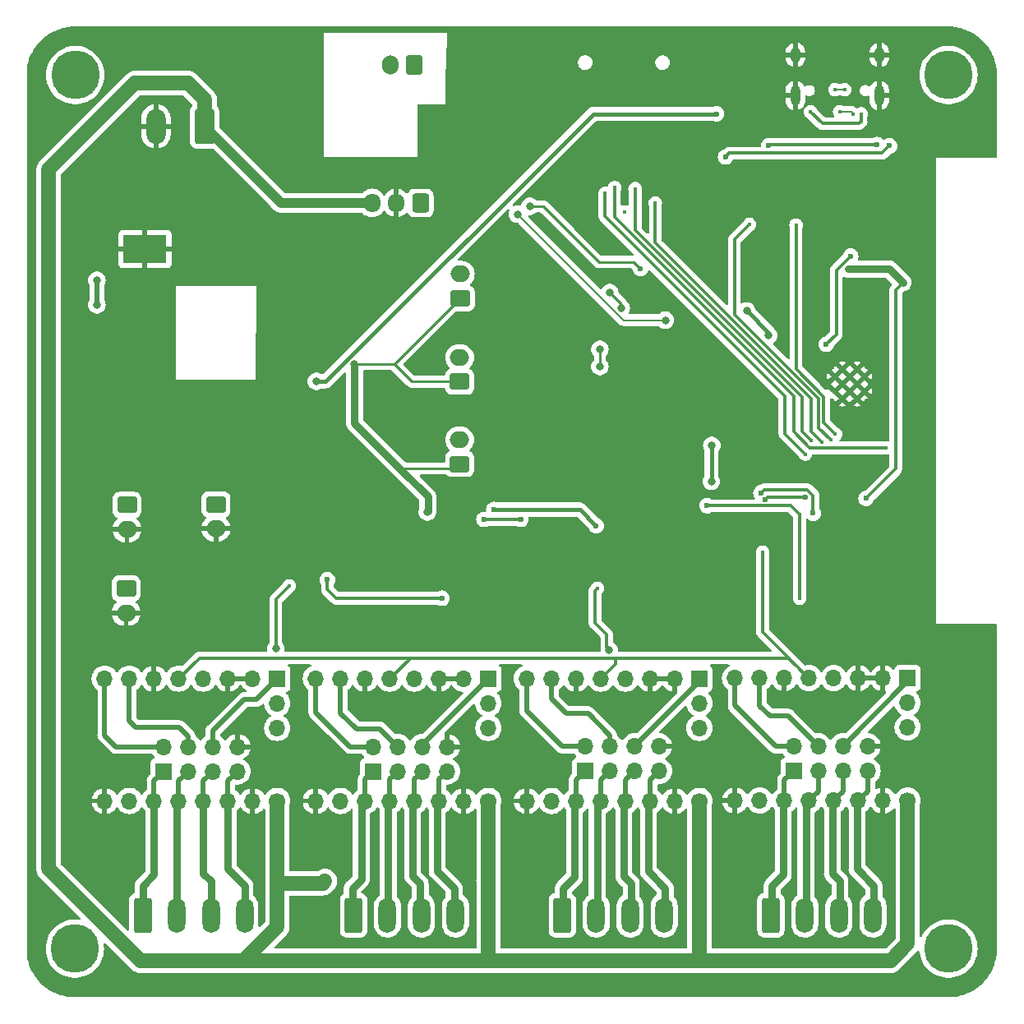
<source format=gbr>
%TF.GenerationSoftware,KiCad,Pcbnew,7.0.8*%
%TF.CreationDate,2023-11-01T12:09:58-04:00*%
%TF.ProjectId,ESP32_CNC,45535033-325f-4434-9e43-2e6b69636164,rev?*%
%TF.SameCoordinates,Original*%
%TF.FileFunction,Copper,L2,Bot*%
%TF.FilePolarity,Positive*%
%FSLAX46Y46*%
G04 Gerber Fmt 4.6, Leading zero omitted, Abs format (unit mm)*
G04 Created by KiCad (PCBNEW 7.0.8) date 2023-11-01 12:09:58*
%MOMM*%
%LPD*%
G01*
G04 APERTURE LIST*
G04 Aperture macros list*
%AMRoundRect*
0 Rectangle with rounded corners*
0 $1 Rounding radius*
0 $2 $3 $4 $5 $6 $7 $8 $9 X,Y pos of 4 corners*
0 Add a 4 corners polygon primitive as box body*
4,1,4,$2,$3,$4,$5,$6,$7,$8,$9,$2,$3,0*
0 Add four circle primitives for the rounded corners*
1,1,$1+$1,$2,$3*
1,1,$1+$1,$4,$5*
1,1,$1+$1,$6,$7*
1,1,$1+$1,$8,$9*
0 Add four rect primitives between the rounded corners*
20,1,$1+$1,$2,$3,$4,$5,0*
20,1,$1+$1,$4,$5,$6,$7,0*
20,1,$1+$1,$6,$7,$8,$9,0*
20,1,$1+$1,$8,$9,$2,$3,0*%
G04 Aperture macros list end*
%TA.AperFunction,ComponentPad*%
%ADD10RoundRect,0.250000X-0.750000X0.600000X-0.750000X-0.600000X0.750000X-0.600000X0.750000X0.600000X0*%
%TD*%
%TA.AperFunction,ComponentPad*%
%ADD11O,2.000000X1.700000*%
%TD*%
%TA.AperFunction,ComponentPad*%
%ADD12O,1.000000X2.100000*%
%TD*%
%TA.AperFunction,ComponentPad*%
%ADD13O,1.000000X1.600000*%
%TD*%
%TA.AperFunction,ComponentPad*%
%ADD14RoundRect,0.250000X0.750000X-0.600000X0.750000X0.600000X-0.750000X0.600000X-0.750000X-0.600000X0*%
%TD*%
%TA.AperFunction,ComponentPad*%
%ADD15C,0.800000*%
%TD*%
%TA.AperFunction,ComponentPad*%
%ADD16C,5.000000*%
%TD*%
%TA.AperFunction,ComponentPad*%
%ADD17R,1.700000X1.700000*%
%TD*%
%TA.AperFunction,ComponentPad*%
%ADD18O,1.700000X1.700000*%
%TD*%
%TA.AperFunction,ComponentPad*%
%ADD19C,0.600000*%
%TD*%
%TA.AperFunction,SMDPad,CuDef*%
%ADD20R,4.500000X2.950000*%
%TD*%
%TA.AperFunction,ComponentPad*%
%ADD21RoundRect,0.250000X-0.650000X-1.550000X0.650000X-1.550000X0.650000X1.550000X-0.650000X1.550000X0*%
%TD*%
%TA.AperFunction,ComponentPad*%
%ADD22O,1.800000X3.600000*%
%TD*%
%TA.AperFunction,ComponentPad*%
%ADD23RoundRect,0.250000X0.600000X0.750000X-0.600000X0.750000X-0.600000X-0.750000X0.600000X-0.750000X0*%
%TD*%
%TA.AperFunction,ComponentPad*%
%ADD24O,1.700000X2.000000*%
%TD*%
%TA.AperFunction,ComponentPad*%
%ADD25C,1.700000*%
%TD*%
%TA.AperFunction,HeatsinkPad*%
%ADD26C,0.600000*%
%TD*%
%TA.AperFunction,ComponentPad*%
%ADD27RoundRect,0.250000X0.600000X0.725000X-0.600000X0.725000X-0.600000X-0.725000X0.600000X-0.725000X0*%
%TD*%
%TA.AperFunction,ComponentPad*%
%ADD28O,1.700000X1.950000*%
%TD*%
%TA.AperFunction,ComponentPad*%
%ADD29RoundRect,0.250000X0.750000X1.550000X-0.750000X1.550000X-0.750000X-1.550000X0.750000X-1.550000X0*%
%TD*%
%TA.AperFunction,ComponentPad*%
%ADD30O,2.000000X3.600000*%
%TD*%
%TA.AperFunction,ViaPad*%
%ADD31C,0.600000*%
%TD*%
%TA.AperFunction,ViaPad*%
%ADD32C,0.800000*%
%TD*%
%TA.AperFunction,ViaPad*%
%ADD33C,0.400000*%
%TD*%
%TA.AperFunction,ViaPad*%
%ADD34C,1.400000*%
%TD*%
%TA.AperFunction,ViaPad*%
%ADD35C,1.600000*%
%TD*%
%TA.AperFunction,ViaPad*%
%ADD36C,1.200000*%
%TD*%
%TA.AperFunction,Conductor*%
%ADD37C,0.300000*%
%TD*%
%TA.AperFunction,Conductor*%
%ADD38C,0.450000*%
%TD*%
%TA.AperFunction,Conductor*%
%ADD39C,0.500000*%
%TD*%
%TA.AperFunction,Conductor*%
%ADD40C,0.250000*%
%TD*%
%TA.AperFunction,Conductor*%
%ADD41C,0.750000*%
%TD*%
%TA.AperFunction,Conductor*%
%ADD42C,1.500000*%
%TD*%
%TA.AperFunction,Conductor*%
%ADD43C,1.000000*%
%TD*%
%TA.AperFunction,Conductor*%
%ADD44C,0.200000*%
%TD*%
G04 APERTURE END LIST*
D10*
%TO.P,J10,1,Pin_1*%
%TO.N,/IO12*%
X105731800Y-95219200D03*
D11*
%TO.P,J10,2,Pin_2*%
%TO.N,GND*%
X105731800Y-97719200D03*
%TD*%
D12*
%TO.P,P1,S1,SHIELD*%
%TO.N,GND*%
X174070000Y-53105000D03*
D13*
X174070000Y-48925000D03*
D12*
X165430000Y-53105000D03*
D13*
X165430000Y-48925000D03*
%TD*%
D14*
%TO.P,J3,1,Pin_1*%
%TO.N,+5V*%
X130894600Y-73995600D03*
D11*
%TO.P,J3,2,Pin_2*%
%TO.N,Net-(J3-Pin_2)*%
X130894600Y-71495600D03*
%TD*%
D15*
%TO.P,H2,1*%
%TO.N,N/C*%
X89325000Y-141000000D03*
X89874175Y-139674175D03*
X89874175Y-142325825D03*
X91200000Y-139125000D03*
D16*
X91200000Y-141000000D03*
D15*
X91200000Y-142875000D03*
X92525825Y-139674175D03*
X92525825Y-142325825D03*
X93075000Y-141000000D03*
%TD*%
D17*
%TO.P,J16,1,Pin_1*%
%TO.N,Net-(J16-Pin_1)*%
X121920000Y-122732800D03*
D18*
%TO.P,J16,2,Pin_2*%
%TO.N,/Y_DIR*%
X121920000Y-120192800D03*
%TO.P,J16,3,Pin_3*%
%TO.N,Net-(J16-Pin_3)*%
X124460000Y-122732800D03*
%TO.P,J16,4,Pin_4*%
%TO.N,/Y_STEP*%
X124460000Y-120192800D03*
%TO.P,J16,5,Pin_5*%
%TO.N,Net-(J16-Pin_5)*%
X127000000Y-122732800D03*
%TO.P,J16,6,Pin_6*%
%TO.N,/Y_Enable*%
X127000000Y-120192800D03*
%TO.P,J16,7,Pin_7*%
%TO.N,Net-(J16-Pin_7)*%
X129540000Y-122732800D03*
%TO.P,J16,8,Pin_8*%
%TO.N,GND*%
X129540000Y-120192800D03*
%TD*%
D19*
%TO.P,U10,9,GNDPAD*%
%TO.N,GND*%
X100225000Y-68328000D03*
X99025000Y-68328000D03*
X97725000Y-68328000D03*
X96625000Y-68328000D03*
D20*
X98425000Y-68928000D03*
D19*
X100225000Y-69528000D03*
X99025000Y-69528000D03*
X97725000Y-69528000D03*
X96625000Y-69528000D03*
%TD*%
D10*
%TO.P,J11,1,Pin_1*%
%TO.N,/IO13*%
X96486200Y-103906000D03*
D11*
%TO.P,J11,2,Pin_2*%
%TO.N,GND*%
X96486200Y-106406000D03*
%TD*%
D21*
%TO.P,J6,1,Pin_1*%
%TO.N,Net-(J16-Pin_1)*%
X119908400Y-137546900D03*
D22*
%TO.P,J6,2,Pin_2*%
%TO.N,Net-(J16-Pin_3)*%
X123408400Y-137546900D03*
%TO.P,J6,3,Pin_3*%
%TO.N,Net-(J16-Pin_5)*%
X126908400Y-137546900D03*
%TO.P,J6,4,Pin_4*%
%TO.N,Net-(J16-Pin_7)*%
X130408400Y-137546900D03*
%TD*%
D23*
%TO.P,J2,1,Pin_1*%
%TO.N,Net-(J2-Pin_1)*%
X126198000Y-49936400D03*
D24*
%TO.P,J2,2,Pin_2*%
%TO.N,Net-(J2-Pin_2)*%
X123698000Y-49936400D03*
%TD*%
D17*
%TO.P,U9,1,EN*%
%TO.N,/A_Enable*%
X176993400Y-113129400D03*
D18*
%TO.P,U9,2,MS1*%
%TO.N,GND*%
X174453400Y-113129400D03*
%TO.P,U9,3,MS2*%
X171913400Y-113129400D03*
%TO.P,U9,4,TX*%
%TO.N,unconnected-(U9-TX-Pad4)*%
X169373400Y-113129400D03*
%TO.P,U9,5,RX*%
%TO.N,/TMC_UART*%
X166833400Y-113129400D03*
%TO.P,U9,6,CK*%
%TO.N,GND*%
X164293400Y-113129400D03*
%TO.P,U9,7,STEP*%
%TO.N,/A_STEP*%
X161753400Y-113129400D03*
%TO.P,U9,8,DIR*%
%TO.N,/A_DIR*%
X159213400Y-113129400D03*
%TO.P,U9,9,GND*%
%TO.N,GND*%
X159213400Y-125729400D03*
%TO.P,U9,10,VIO*%
%TO.N,+3.3V*%
X161753400Y-125729400D03*
%TO.P,U9,11,B2*%
%TO.N,Net-(J18-Pin_1)*%
X164293400Y-125729400D03*
%TO.P,U9,12,B1*%
%TO.N,Net-(J18-Pin_3)*%
X166833400Y-125729400D03*
%TO.P,U9,13,A1*%
%TO.N,Net-(J18-Pin_5)*%
X169373400Y-125729400D03*
%TO.P,U9,14,A2*%
%TO.N,Net-(J18-Pin_7)*%
X171913400Y-125729400D03*
%TO.P,U9,15,GND*%
%TO.N,GND*%
X174453400Y-125729400D03*
D25*
%TO.P,U9,16,VM*%
%TO.N,VCC*%
X176993400Y-125729400D03*
D18*
%TO.P,U9,17,INDEX*%
%TO.N,unconnected-(U9-INDEX-Pad17)*%
X176993400Y-118209400D03*
%TO.P,U9,18,DIAG*%
%TO.N,unconnected-(U9-DIAG-Pad18)*%
X176993400Y-115669400D03*
%TD*%
D21*
%TO.P,J8,1,Pin_1*%
%TO.N,Net-(J18-Pin_1)*%
X162908400Y-137546900D03*
D22*
%TO.P,J8,2,Pin_2*%
%TO.N,Net-(J18-Pin_3)*%
X166408400Y-137546900D03*
%TO.P,J8,3,Pin_3*%
%TO.N,Net-(J18-Pin_5)*%
X169908400Y-137546900D03*
%TO.P,J8,4,Pin_4*%
%TO.N,Net-(J18-Pin_7)*%
X173408400Y-137546900D03*
%TD*%
D14*
%TO.P,J9,1,Pin_1*%
%TO.N,+5V*%
X130843800Y-91064400D03*
D11*
%TO.P,J9,2,Pin_2*%
%TO.N,Net-(J9-Pin_2)*%
X130843800Y-88564400D03*
%TD*%
D14*
%TO.P,J4,1,Pin_1*%
%TO.N,+5V*%
X130843800Y-82580800D03*
D11*
%TO.P,J4,2,Pin_2*%
%TO.N,Net-(J4-Pin_2)*%
X130843800Y-80080800D03*
%TD*%
D26*
%TO.P,U3,39,GND*%
%TO.N,GND*%
X171770500Y-81295000D03*
X170245500Y-81295000D03*
X172533000Y-82057500D03*
X171008000Y-82057500D03*
X169483000Y-82057500D03*
X171770500Y-82820000D03*
X170245500Y-82820000D03*
X172533000Y-83582500D03*
X171008000Y-83582500D03*
X169483000Y-83582500D03*
X171770500Y-84345000D03*
X170245500Y-84345000D03*
%TD*%
D15*
%TO.P,H4,1*%
%TO.N,N/C*%
X179325000Y-51000000D03*
X179874175Y-49674175D03*
X179874175Y-52325825D03*
X181200000Y-49125000D03*
D16*
X181200000Y-51000000D03*
D15*
X181200000Y-52875000D03*
X182525825Y-49674175D03*
X182525825Y-52325825D03*
X183075000Y-51000000D03*
%TD*%
D21*
%TO.P,J5,1,Pin_1*%
%TO.N,Net-(J15-Pin_1)*%
X98208400Y-137546900D03*
D22*
%TO.P,J5,2,Pin_2*%
%TO.N,Net-(J15-Pin_3)*%
X101708400Y-137546900D03*
%TO.P,J5,3,Pin_3*%
%TO.N,Net-(J15-Pin_5)*%
X105208400Y-137546900D03*
%TO.P,J5,4,Pin_4*%
%TO.N,Net-(J15-Pin_7)*%
X108708400Y-137546900D03*
%TD*%
D15*
%TO.P,H1,1*%
%TO.N,N/C*%
X89375000Y-51000000D03*
X89924175Y-49674175D03*
X89924175Y-52325825D03*
X91250000Y-49125000D03*
D16*
X91250000Y-51000000D03*
D15*
X91250000Y-52875000D03*
X92575825Y-49674175D03*
X92575825Y-52325825D03*
X93125000Y-51000000D03*
%TD*%
D17*
%TO.P,U6,1,EN*%
%TO.N,/X_Enable*%
X112053400Y-113179400D03*
D18*
%TO.P,U6,2,MS1*%
%TO.N,GND*%
X109513400Y-113179400D03*
%TO.P,U6,3,MS2*%
X106973400Y-113179400D03*
%TO.P,U6,4,TX*%
%TO.N,unconnected-(U6-TX-Pad4)*%
X104433400Y-113179400D03*
%TO.P,U6,5,RX*%
%TO.N,/TMC_UART*%
X101893400Y-113179400D03*
%TO.P,U6,6,CK*%
%TO.N,GND*%
X99353400Y-113179400D03*
%TO.P,U6,7,STEP*%
%TO.N,/X_STEP*%
X96813400Y-113179400D03*
%TO.P,U6,8,DIR*%
%TO.N,/X_DIR*%
X94273400Y-113179400D03*
%TO.P,U6,9,GND*%
%TO.N,GND*%
X94273400Y-125779400D03*
%TO.P,U6,10,VIO*%
%TO.N,+3.3V*%
X96813400Y-125779400D03*
%TO.P,U6,11,B2*%
%TO.N,Net-(J15-Pin_1)*%
X99353400Y-125779400D03*
%TO.P,U6,12,B1*%
%TO.N,Net-(J15-Pin_3)*%
X101893400Y-125779400D03*
%TO.P,U6,13,A1*%
%TO.N,Net-(J15-Pin_5)*%
X104433400Y-125779400D03*
%TO.P,U6,14,A2*%
%TO.N,Net-(J15-Pin_7)*%
X106973400Y-125779400D03*
%TO.P,U6,15,GND*%
%TO.N,GND*%
X109513400Y-125779400D03*
D25*
%TO.P,U6,16,VM*%
%TO.N,VCC*%
X112053400Y-125779400D03*
D18*
%TO.P,U6,17,INDEX*%
%TO.N,unconnected-(U6-INDEX-Pad17)*%
X112053400Y-118259400D03*
%TO.P,U6,18,DIAG*%
%TO.N,unconnected-(U6-DIAG-Pad18)*%
X112053400Y-115719400D03*
%TD*%
D27*
%TO.P,J14,1,Pin_1*%
%TO.N,Net-(J14-Pin_1)*%
X126807600Y-64177400D03*
D28*
%TO.P,J14,2,Pin_2*%
%TO.N,GND*%
X124307600Y-64177400D03*
%TO.P,J14,3,Pin_3*%
%TO.N,VCC*%
X121807600Y-64177400D03*
%TD*%
D17*
%TO.P,J18,1,Pin_1*%
%TO.N,Net-(J18-Pin_1)*%
X165252400Y-122682000D03*
D18*
%TO.P,J18,2,Pin_2*%
%TO.N,/A_DIR*%
X165252400Y-120142000D03*
%TO.P,J18,3,Pin_3*%
%TO.N,Net-(J18-Pin_3)*%
X167792400Y-122682000D03*
%TO.P,J18,4,Pin_4*%
%TO.N,/A_STEP*%
X167792400Y-120142000D03*
%TO.P,J18,5,Pin_5*%
%TO.N,Net-(J18-Pin_5)*%
X170332400Y-122682000D03*
%TO.P,J18,6,Pin_6*%
%TO.N,/A_Enable*%
X170332400Y-120142000D03*
%TO.P,J18,7,Pin_7*%
%TO.N,Net-(J18-Pin_7)*%
X172872400Y-122682000D03*
%TO.P,J18,8,Pin_8*%
%TO.N,GND*%
X172872400Y-120142000D03*
%TD*%
D17*
%TO.P,J15,1,Pin_1*%
%TO.N,Net-(J15-Pin_1)*%
X100330000Y-122732800D03*
D18*
%TO.P,J15,2,Pin_2*%
%TO.N,/X_DIR*%
X100330000Y-120192800D03*
%TO.P,J15,3,Pin_3*%
%TO.N,Net-(J15-Pin_3)*%
X102870000Y-122732800D03*
%TO.P,J15,4,Pin_4*%
%TO.N,/X_STEP*%
X102870000Y-120192800D03*
%TO.P,J15,5,Pin_5*%
%TO.N,Net-(J15-Pin_5)*%
X105410000Y-122732800D03*
%TO.P,J15,6,Pin_6*%
%TO.N,/X_Enable*%
X105410000Y-120192800D03*
%TO.P,J15,7,Pin_7*%
%TO.N,Net-(J15-Pin_7)*%
X107950000Y-122732800D03*
%TO.P,J15,8,Pin_8*%
%TO.N,GND*%
X107950000Y-120192800D03*
%TD*%
D10*
%TO.P,J12,1,Pin_1*%
%TO.N,/IO15*%
X96570800Y-95290000D03*
D11*
%TO.P,J12,2,Pin_2*%
%TO.N,GND*%
X96570800Y-97790000D03*
%TD*%
D15*
%TO.P,H3,1*%
%TO.N,N/C*%
X179325000Y-141000000D03*
X179874175Y-139674175D03*
X179874175Y-142325825D03*
X181200000Y-139125000D03*
D16*
X181200000Y-141000000D03*
D15*
X181200000Y-142875000D03*
X182525825Y-139674175D03*
X182525825Y-142325825D03*
X183075000Y-141000000D03*
%TD*%
D29*
%TO.P,J1,1,Pin_1*%
%TO.N,VCC*%
X104562500Y-56277500D03*
D30*
%TO.P,J1,2,Pin_2*%
%TO.N,GND*%
X99562500Y-56277500D03*
%TD*%
D21*
%TO.P,J7,1,Pin_1*%
%TO.N,Net-(J17-Pin_1)*%
X141408400Y-137546900D03*
D22*
%TO.P,J7,2,Pin_2*%
%TO.N,Net-(J17-Pin_3)*%
X144908400Y-137546900D03*
%TO.P,J7,3,Pin_3*%
%TO.N,Net-(J17-Pin_5)*%
X148408400Y-137546900D03*
%TO.P,J7,4,Pin_4*%
%TO.N,Net-(J17-Pin_7)*%
X151908400Y-137546900D03*
%TD*%
D17*
%TO.P,J17,1,Pin_1*%
%TO.N,Net-(J17-Pin_1)*%
X143764000Y-122682000D03*
D18*
%TO.P,J17,2,Pin_2*%
%TO.N,/Z_DIR*%
X143764000Y-120142000D03*
%TO.P,J17,3,Pin_3*%
%TO.N,Net-(J17-Pin_3)*%
X146304000Y-122682000D03*
%TO.P,J17,4,Pin_4*%
%TO.N,/Z_STEP*%
X146304000Y-120142000D03*
%TO.P,J17,5,Pin_5*%
%TO.N,Net-(J17-Pin_5)*%
X148844000Y-122682000D03*
%TO.P,J17,6,Pin_6*%
%TO.N,/Z_Enable*%
X148844000Y-120142000D03*
%TO.P,J17,7,Pin_7*%
%TO.N,Net-(J17-Pin_7)*%
X151384000Y-122682000D03*
%TO.P,J17,8,Pin_8*%
%TO.N,GND*%
X151384000Y-120142000D03*
%TD*%
D17*
%TO.P,U7,1,EN*%
%TO.N,/Y_Enable*%
X133803400Y-113179400D03*
D18*
%TO.P,U7,2,MS1*%
%TO.N,GND*%
X131263400Y-113179400D03*
%TO.P,U7,3,MS2*%
X128723400Y-113179400D03*
%TO.P,U7,4,TX*%
%TO.N,unconnected-(U7-TX-Pad4)*%
X126183400Y-113179400D03*
%TO.P,U7,5,RX*%
%TO.N,/TMC_UART*%
X123643400Y-113179400D03*
%TO.P,U7,6,CK*%
%TO.N,GND*%
X121103400Y-113179400D03*
%TO.P,U7,7,STEP*%
%TO.N,/Y_STEP*%
X118563400Y-113179400D03*
%TO.P,U7,8,DIR*%
%TO.N,/Y_DIR*%
X116023400Y-113179400D03*
%TO.P,U7,9,GND*%
%TO.N,GND*%
X116023400Y-125779400D03*
%TO.P,U7,10,VIO*%
%TO.N,+3.3V*%
X118563400Y-125779400D03*
%TO.P,U7,11,B2*%
%TO.N,Net-(J16-Pin_1)*%
X121103400Y-125779400D03*
%TO.P,U7,12,B1*%
%TO.N,Net-(J16-Pin_3)*%
X123643400Y-125779400D03*
%TO.P,U7,13,A1*%
%TO.N,Net-(J16-Pin_5)*%
X126183400Y-125779400D03*
%TO.P,U7,14,A2*%
%TO.N,Net-(J16-Pin_7)*%
X128723400Y-125779400D03*
%TO.P,U7,15,GND*%
%TO.N,GND*%
X131263400Y-125779400D03*
D25*
%TO.P,U7,16,VM*%
%TO.N,VCC*%
X133803400Y-125779400D03*
D18*
%TO.P,U7,17,INDEX*%
%TO.N,unconnected-(U7-INDEX-Pad17)*%
X133803400Y-118259400D03*
%TO.P,U7,18,DIAG*%
%TO.N,unconnected-(U7-DIAG-Pad18)*%
X133803400Y-115719400D03*
%TD*%
D17*
%TO.P,U8,1,EN*%
%TO.N,/Z_Enable*%
X155553400Y-113179400D03*
D18*
%TO.P,U8,2,MS1*%
%TO.N,GND*%
X153013400Y-113179400D03*
%TO.P,U8,3,MS2*%
X150473400Y-113179400D03*
%TO.P,U8,4,TX*%
%TO.N,unconnected-(U8-TX-Pad4)*%
X147933400Y-113179400D03*
%TO.P,U8,5,RX*%
%TO.N,/TMC_UART*%
X145393400Y-113179400D03*
%TO.P,U8,6,CK*%
%TO.N,GND*%
X142853400Y-113179400D03*
%TO.P,U8,7,STEP*%
%TO.N,/Z_STEP*%
X140313400Y-113179400D03*
%TO.P,U8,8,DIR*%
%TO.N,/Z_DIR*%
X137773400Y-113179400D03*
%TO.P,U8,9,GND*%
%TO.N,GND*%
X137773400Y-125779400D03*
%TO.P,U8,10,VIO*%
%TO.N,+3.3V*%
X140313400Y-125779400D03*
%TO.P,U8,11,B2*%
%TO.N,Net-(J17-Pin_1)*%
X142853400Y-125779400D03*
%TO.P,U8,12,B1*%
%TO.N,Net-(J17-Pin_3)*%
X145393400Y-125779400D03*
%TO.P,U8,13,A1*%
%TO.N,Net-(J17-Pin_5)*%
X147933400Y-125779400D03*
%TO.P,U8,14,A2*%
%TO.N,Net-(J17-Pin_7)*%
X150473400Y-125779400D03*
%TO.P,U8,15,GND*%
%TO.N,GND*%
X153013400Y-125779400D03*
D25*
%TO.P,U8,16,VM*%
%TO.N,VCC*%
X155553400Y-125779400D03*
D18*
%TO.P,U8,17,INDEX*%
%TO.N,unconnected-(U8-INDEX-Pad17)*%
X155553400Y-118259400D03*
%TO.P,U8,18,DIAG*%
%TO.N,unconnected-(U8-DIAG-Pad18)*%
X155553400Y-115719400D03*
%TD*%
D31*
%TO.N,VBUS*%
X157300000Y-55000000D03*
D32*
X116078000Y-82550000D03*
D33*
X172200000Y-55000000D03*
X167000000Y-54800000D03*
D32*
%TO.N,GND*%
X116941600Y-109778800D03*
D34*
X147116800Y-104444800D03*
D35*
X128676400Y-59944000D03*
X174752000Y-94869000D03*
D31*
X124333000Y-101981000D03*
D35*
X115366800Y-85344000D03*
D31*
X114619100Y-102743000D03*
X150495000Y-97423500D03*
D32*
X118668800Y-108102400D03*
%TO.N,+3.3V*%
X146304000Y-73406000D03*
D31*
X172720000Y-94615000D03*
D32*
X147484422Y-75019578D03*
D31*
X170840400Y-70967600D03*
D32*
X145288000Y-81026000D03*
D31*
X176530000Y-72390000D03*
D32*
X145288000Y-79248000D03*
D33*
X147800000Y-65100000D03*
D32*
%TO.N,+5V*%
X127508000Y-96012000D03*
D31*
X144907000Y-97423500D03*
X134366000Y-95758000D03*
D32*
X120015000Y-80772000D03*
D33*
%TO.N,/TX*%
X169050000Y-88600000D03*
X160700000Y-66400000D03*
%TO.N,/RX*%
X165500000Y-66450000D03*
X169550000Y-88000000D03*
D31*
%TO.N,/ESP_IO0*%
X168605200Y-78740000D03*
X167259000Y-96139000D03*
X161887657Y-94046183D03*
X171132500Y-69646800D03*
D36*
%TO.N,VCC*%
X116965900Y-134029400D03*
X133807200Y-134010400D03*
X177038000Y-134010400D03*
X155498800Y-134061200D03*
D33*
%TO.N,/D+*%
X170000000Y-54800000D03*
X171400000Y-55000000D03*
%TO.N,/D-*%
X169500000Y-52500000D03*
X170500000Y-52500000D03*
D31*
%TO.N,Net-(U2-TXD)*%
X158242000Y-59436000D03*
X175133000Y-58293000D03*
%TO.N,Net-(U2-RXD)*%
X162687000Y-58293000D03*
X173863000Y-58166000D03*
%TO.N,/I2S_BCK*%
X137160000Y-96774000D03*
X133350000Y-96774000D03*
D32*
%TO.N,/IO35*%
X138074400Y-64516000D03*
D31*
X149479000Y-70942200D03*
D32*
%TO.N,/IO14*%
X152044400Y-76250800D03*
X136804400Y-65328800D03*
%TO.N,/IO12*%
X160426400Y-75285600D03*
X162661600Y-77825600D03*
D31*
%TO.N,/QH'1*%
X129032000Y-104902000D03*
X117218600Y-102994600D03*
D33*
%TO.N,/I2S_WS*%
X165862000Y-104902000D03*
D31*
X156337000Y-95362500D03*
D33*
X165862000Y-96266000D03*
D31*
%TO.N,/I2S_DATA*%
X162306000Y-94727500D03*
X166497000Y-94488000D03*
D32*
%TO.N,/X_Enable*%
X111912400Y-110071100D03*
D33*
X113284000Y-103632000D03*
D32*
%TO.N,/Z_Enable*%
X146253200Y-110236000D03*
D33*
X145034000Y-103886000D03*
%TO.N,/TMC_UART*%
X162055800Y-100155800D03*
%TO.N,/CS_SD*%
X166450000Y-90050000D03*
X145800000Y-63200000D03*
%TO.N,/MOSI*%
X174752000Y-89400000D03*
X146800000Y-62600000D03*
%TO.N,/SCK*%
X167089000Y-88689000D03*
X148920200Y-62720200D03*
%TO.N,/MISO*%
X151000000Y-64200000D03*
X168174000Y-88850500D03*
D32*
%TO.N,Net-(U10-COMP)*%
X93472000Y-72136000D03*
X93472000Y-74676000D03*
%TO.N,/IO13*%
X156819600Y-89154000D03*
X156768800Y-92862400D03*
%TD*%
D37*
%TO.N,VBUS*%
X172200000Y-55800000D02*
X172000000Y-56000000D01*
X172200000Y-55800000D02*
X172200000Y-55000000D01*
X172000000Y-56000000D02*
X168200000Y-56000000D01*
D38*
X144593200Y-55000000D02*
X157300000Y-55000000D01*
D37*
X168200000Y-56000000D02*
X167000000Y-54800000D01*
D38*
X116078000Y-82550000D02*
X117043200Y-82550000D01*
X117043200Y-82550000D02*
X144593200Y-55000000D01*
D39*
%TO.N,GND*%
X117195600Y-109524800D02*
X118618000Y-108102400D01*
X118618000Y-108102400D02*
X118668800Y-108102400D01*
X117195600Y-109524800D02*
X116941600Y-109778800D01*
D37*
%TO.N,+3.3V*%
X175768000Y-73152000D02*
X176530000Y-72390000D01*
X172720000Y-94615000D02*
X175768000Y-91567000D01*
D40*
X147484422Y-75019578D02*
X147484422Y-74586422D01*
D37*
X175768000Y-91567000D02*
X175768000Y-73152000D01*
D41*
X170840400Y-70967600D02*
X175107600Y-70967600D01*
D40*
X145288000Y-81026000D02*
X145288000Y-79248000D01*
X147484422Y-74586422D02*
X146304000Y-73406000D01*
D41*
X175107600Y-70967600D02*
X176530000Y-72390000D01*
D40*
%TO.N,+5V*%
X130843800Y-91064400D02*
X130379300Y-91528900D01*
X125927000Y-82580800D02*
X124118200Y-80772000D01*
X120015000Y-80772000D02*
X124118200Y-80772000D01*
X130379300Y-91528900D02*
X124675900Y-91528900D01*
X130843800Y-82580800D02*
X125927000Y-82580800D01*
D41*
X127558800Y-94411800D02*
X127558800Y-95910400D01*
X124675900Y-91528900D02*
X127558800Y-94411800D01*
D38*
X143241500Y-95758000D02*
X144907000Y-97423500D01*
D40*
X124118200Y-80772000D02*
X130894600Y-73995600D01*
D41*
X120015000Y-80772000D02*
X120015000Y-86868000D01*
X120015000Y-86868000D02*
X124675900Y-91528900D01*
D38*
X134366000Y-95758000D02*
X143241500Y-95758000D01*
D37*
%TO.N,/TX*%
X159156400Y-67943600D02*
X159156400Y-75656400D01*
X167800000Y-84300000D02*
X167800000Y-87350000D01*
X159156400Y-75656400D02*
X167800000Y-84300000D01*
X167800000Y-87350000D02*
X169050000Y-88600000D01*
X160700000Y-66400000D02*
X159156400Y-67943600D01*
%TO.N,/RX*%
X165500000Y-66450000D02*
X165500000Y-81292894D01*
X168350000Y-84142894D02*
X168350000Y-86800000D01*
X168350000Y-86800000D02*
X169550000Y-88000000D01*
X165500000Y-81292894D02*
X168350000Y-84142894D01*
%TO.N,/ESP_IO0*%
X169658200Y-77687000D02*
X169658200Y-71121100D01*
X169658200Y-71121100D02*
X171132500Y-69646800D01*
X162207840Y-93726000D02*
X161887657Y-94046183D01*
X167259000Y-96139000D02*
X167259000Y-94330761D01*
X168605200Y-78740000D02*
X169658200Y-77687000D01*
X167259000Y-94330761D02*
X166654239Y-93726000D01*
X166654239Y-93726000D02*
X162207840Y-93726000D01*
D42*
%TO.N,VCC*%
X155854400Y-142240000D02*
X175260000Y-142240000D01*
X133803400Y-125779400D02*
X133803400Y-134006600D01*
X133807200Y-134010400D02*
X133803400Y-134014200D01*
X102870000Y-51816000D02*
X97383600Y-51816000D01*
X97383600Y-51816000D02*
X88493600Y-60706000D01*
X155553400Y-141939000D02*
X155854400Y-142240000D01*
X133803400Y-141888200D02*
X133451600Y-142240000D01*
D43*
X112115600Y-63855600D02*
X112437400Y-64177400D01*
D42*
X116730900Y-134264400D02*
X116965900Y-134029400D01*
D43*
X112437400Y-64177400D02*
X121807600Y-64177400D01*
D42*
X104597200Y-56242800D02*
X104597200Y-53543200D01*
X108559600Y-142240000D02*
X112053400Y-138746200D01*
X112053400Y-134264400D02*
X112053400Y-125779400D01*
X176993400Y-140506600D02*
X176993400Y-125729400D01*
X112053400Y-138746200D02*
X112053400Y-134264400D01*
X107594400Y-142240000D02*
X133451600Y-142240000D01*
D43*
X112115600Y-63830600D02*
X112115600Y-63855600D01*
D42*
X107594400Y-142240000D02*
X108559600Y-142240000D01*
X88493600Y-60706000D02*
X88493600Y-132791200D01*
X97942400Y-142240000D02*
X107594400Y-142240000D01*
X104597200Y-53543200D02*
X102870000Y-51816000D01*
X112053400Y-134264400D02*
X116730900Y-134264400D01*
X88493600Y-132791200D02*
X97942400Y-142240000D01*
X133803400Y-134014200D02*
X133803400Y-141888200D01*
X175260000Y-142240000D02*
X176993400Y-140506600D01*
D43*
X104562500Y-56277500D02*
X112115600Y-63830600D01*
D42*
X155553400Y-125779400D02*
X155553400Y-141939000D01*
X133451600Y-142240000D02*
X155854400Y-142240000D01*
X104562500Y-56277500D02*
X104597200Y-56242800D01*
X133803400Y-134006600D02*
X133807200Y-134010400D01*
D44*
%TO.N,/D+*%
X171200000Y-54800000D02*
X170000000Y-54800000D01*
X171400000Y-55000000D02*
X171200000Y-54800000D01*
%TO.N,/D-*%
X170500000Y-52500000D02*
X169500000Y-52500000D01*
D37*
%TO.N,Net-(U2-TXD)*%
X158242000Y-59436000D02*
X158623000Y-59055000D01*
X158623000Y-59055000D02*
X174371000Y-59055000D01*
X174371000Y-59055000D02*
X175133000Y-58293000D01*
%TO.N,Net-(U2-RXD)*%
X162687000Y-58293000D02*
X162814000Y-58166000D01*
X162814000Y-58166000D02*
X173863000Y-58166000D01*
%TO.N,/I2S_BCK*%
X137160000Y-96774000D02*
X133350000Y-96774000D01*
D40*
%TO.N,/IO35*%
X145186400Y-70256400D02*
X139446000Y-64516000D01*
X149479000Y-70942200D02*
X148793200Y-70256400D01*
X139446000Y-64516000D02*
X138074400Y-64516000D01*
X148793200Y-70256400D02*
X145186400Y-70256400D01*
D44*
%TO.N,/IO14*%
X152044400Y-76250800D02*
X147726400Y-76250800D01*
X147726400Y-76250800D02*
X136804400Y-65328800D01*
D38*
%TO.N,/IO12*%
X162661600Y-77520800D02*
X160426400Y-75285600D01*
X162661600Y-77825600D02*
X162661600Y-77520800D01*
D39*
%TO.N,/X_DIR*%
X100330000Y-120192800D02*
X95453200Y-120192800D01*
X95453200Y-120192800D02*
X94273400Y-119013000D01*
X94273400Y-119013000D02*
X94273400Y-113179400D01*
%TO.N,/X_STEP*%
X101955600Y-118211600D02*
X102870000Y-119126000D01*
X97485200Y-118211600D02*
X101955600Y-118211600D01*
X96813400Y-113179400D02*
X96813400Y-117539800D01*
X96813400Y-117539800D02*
X97485200Y-118211600D01*
X102870000Y-119126000D02*
X102870000Y-120192800D01*
%TO.N,/Y_DIR*%
X116023400Y-116633000D02*
X119583200Y-120192800D01*
X116023400Y-113179400D02*
X116023400Y-116633000D01*
X119583200Y-120192800D02*
X121920000Y-120192800D01*
%TO.N,/Y_STEP*%
X124460000Y-120192800D02*
X122631200Y-118364000D01*
X120192800Y-118364000D02*
X118563400Y-116734600D01*
X122631200Y-118364000D02*
X120192800Y-118364000D01*
X118563400Y-116734600D02*
X118563400Y-113179400D01*
%TO.N,/Y_Enable*%
X133803400Y-113179400D02*
X127000000Y-119982800D01*
X127000000Y-119982800D02*
X127000000Y-120192800D01*
D37*
%TO.N,/QH'1*%
X129032000Y-104902000D02*
X118110000Y-104902000D01*
X118110000Y-104902000D02*
X117218600Y-104010600D01*
X117218600Y-104010600D02*
X117218600Y-102994600D01*
%TO.N,/I2S_WS*%
X156351500Y-95377000D02*
X156337000Y-95362500D01*
X165862000Y-96266000D02*
X164973000Y-95377000D01*
X165862000Y-104902000D02*
X165862000Y-96266000D01*
X164973000Y-95377000D02*
X156351500Y-95377000D01*
%TO.N,/I2S_DATA*%
X166497000Y-94488000D02*
X162545500Y-94488000D01*
X162545500Y-94488000D02*
X162306000Y-94727500D01*
%TO.N,/X_Enable*%
X111912400Y-105003600D02*
X113284000Y-103632000D01*
D39*
X105410000Y-118567200D02*
X108661200Y-115316000D01*
D37*
X111912400Y-110071100D02*
X111912400Y-105003600D01*
D39*
X109916800Y-115316000D02*
X112053400Y-113179400D01*
X108661200Y-115316000D02*
X109916800Y-115316000D01*
X105410000Y-120192800D02*
X105410000Y-118567200D01*
%TO.N,/Z_DIR*%
X141427200Y-120142000D02*
X137773400Y-116488200D01*
X137773400Y-116488200D02*
X137773400Y-113179400D01*
X143764000Y-120142000D02*
X141427200Y-120142000D01*
%TO.N,/Z_STEP*%
X140313400Y-113179400D02*
X140313400Y-115269000D01*
X146304000Y-119024400D02*
X146304000Y-120142000D01*
X141833600Y-116789200D02*
X144068800Y-116789200D01*
X140313400Y-115269000D02*
X141833600Y-116789200D01*
X144068800Y-116789200D02*
X146304000Y-119024400D01*
%TO.N,/A_DIR*%
X163423600Y-120142000D02*
X165252400Y-120142000D01*
X159213400Y-115931800D02*
X163423600Y-120142000D01*
X159213400Y-113129400D02*
X159213400Y-115931800D01*
%TO.N,/A_STEP*%
X164693600Y-117043200D02*
X162814000Y-117043200D01*
X167792400Y-120142000D02*
X164693600Y-117043200D01*
X161753400Y-115982600D02*
X161753400Y-113129400D01*
X162814000Y-117043200D02*
X161753400Y-115982600D01*
%TO.N,/A_Enable*%
X170332400Y-120142000D02*
X176993400Y-113481000D01*
X176993400Y-113481000D02*
X176993400Y-113129400D01*
D37*
%TO.N,/Z_Enable*%
X145034000Y-103886000D02*
X144780000Y-104140000D01*
D39*
X155553400Y-113432600D02*
X155553400Y-113179400D01*
D37*
X155343400Y-113179400D02*
X155553400Y-113179400D01*
X145999200Y-109524800D02*
X145999200Y-109982000D01*
X144780000Y-104140000D02*
X144780000Y-107442000D01*
X144780000Y-107442000D02*
X145999200Y-108661200D01*
D39*
X148844000Y-120142000D02*
X155553400Y-113432600D01*
D37*
X145999200Y-108661200D02*
X145999200Y-109524800D01*
X145999200Y-109982000D02*
X146253200Y-110236000D01*
%TO.N,/TMC_UART*%
X145397200Y-113233200D02*
X146917400Y-111713000D01*
X162055800Y-100155800D02*
X162055800Y-108401800D01*
X146917400Y-111051800D02*
X164705800Y-111051800D01*
X165616000Y-111962000D02*
X166837200Y-113183200D01*
X164705800Y-111051800D02*
X165616000Y-111962000D01*
X125937000Y-111051800D02*
X146917400Y-111051800D01*
X101897200Y-113233200D02*
X104078600Y-111051800D01*
X146917400Y-111713000D02*
X146917400Y-111051800D01*
X162055800Y-108401800D02*
X165616000Y-111962000D01*
X104078600Y-111051800D02*
X125937000Y-111051800D01*
X125828600Y-111051800D02*
X125937000Y-111051800D01*
X123647200Y-113233200D02*
X125828600Y-111051800D01*
%TO.N,/CS_SD*%
X164350000Y-87950000D02*
X164350000Y-84086000D01*
X145800000Y-65536000D02*
X145800000Y-63200000D01*
X166450000Y-90050000D02*
X164350000Y-87950000D01*
X164350000Y-84086000D02*
X145800000Y-65536000D01*
%TO.N,/MOSI*%
X165250000Y-87750000D02*
X165250000Y-84097000D01*
X146800000Y-65647000D02*
X146800000Y-62600000D01*
X165250000Y-84097000D02*
X146800000Y-65647000D01*
X174752000Y-89400000D02*
X166900000Y-89400000D01*
X166900000Y-89400000D02*
X165250000Y-87750000D01*
%TO.N,/SCK*%
X148920200Y-67005200D02*
X148920200Y-62720200D01*
X167089000Y-88689000D02*
X166100000Y-87700000D01*
X166100000Y-84185000D02*
X148920200Y-67005200D01*
X166100000Y-87700000D02*
X166100000Y-84185000D01*
%TO.N,/MISO*%
X167050000Y-84328682D02*
X151000000Y-68278682D01*
X167050000Y-87726500D02*
X167050000Y-84328682D01*
X151000000Y-68278682D02*
X151000000Y-64200000D01*
X168174000Y-88850500D02*
X167050000Y-87726500D01*
D39*
%TO.N,Net-(U10-COMP)*%
X93472000Y-74676000D02*
X93472000Y-72136000D01*
D38*
%TO.N,/IO13*%
X156768800Y-89204800D02*
X156819600Y-89154000D01*
X156768800Y-92862400D02*
X156768800Y-89204800D01*
D41*
%TO.N,Net-(J15-Pin_7)*%
X108708400Y-134521900D02*
X108708400Y-137546900D01*
X106973400Y-132786900D02*
X108708400Y-134521900D01*
X106973400Y-125779400D02*
X106973400Y-132786900D01*
D39*
X106973400Y-123709400D02*
X107950000Y-122732800D01*
X106973400Y-125779400D02*
X106973400Y-123709400D01*
D41*
%TO.N,Net-(J15-Pin_5)*%
X104433400Y-125779400D02*
X104433400Y-133246900D01*
X105208400Y-134021900D02*
X105208400Y-137546900D01*
D39*
X104433400Y-123709400D02*
X105410000Y-122732800D01*
X104433400Y-125779400D02*
X104433400Y-123709400D01*
D41*
X104433400Y-133246900D02*
X105208400Y-134021900D01*
D39*
%TO.N,Net-(J15-Pin_3)*%
X101893400Y-123709400D02*
X102870000Y-122732800D01*
D41*
X101708400Y-125964400D02*
X101893400Y-125779400D01*
D39*
X101893400Y-125779400D02*
X101893400Y-123709400D01*
D41*
X101708400Y-137546900D02*
X101708400Y-125964400D01*
D39*
%TO.N,Net-(J15-Pin_1)*%
X99353400Y-123709400D02*
X100330000Y-122732800D01*
X99353400Y-125779400D02*
X99353400Y-123709400D01*
D41*
X98208400Y-134536900D02*
X99353400Y-133391900D01*
X98208400Y-137546900D02*
X98208400Y-134536900D01*
X99353400Y-133391900D02*
X99353400Y-125779400D01*
%TO.N,Net-(J16-Pin_7)*%
X128535900Y-126029400D02*
X128535900Y-133036900D01*
X128535900Y-133036900D02*
X130270900Y-134771900D01*
D39*
X129540000Y-122732800D02*
X128723400Y-123549400D01*
X128723400Y-123549400D02*
X128723400Y-125779400D01*
D41*
X130270900Y-134771900D02*
X130270900Y-137796900D01*
D39*
%TO.N,Net-(J16-Pin_5)*%
X126183400Y-123549400D02*
X127000000Y-122732800D01*
D41*
X126770900Y-134271900D02*
X126770900Y-137796900D01*
X125995900Y-133496900D02*
X126770900Y-134271900D01*
X125995900Y-126029400D02*
X125995900Y-133496900D01*
D39*
X126183400Y-125779400D02*
X126183400Y-123549400D01*
D41*
%TO.N,Net-(J16-Pin_3)*%
X123465900Y-126039400D02*
X123455900Y-126029400D01*
X123465900Y-137489400D02*
X123465900Y-126039400D01*
D39*
X123643400Y-123549400D02*
X124460000Y-122732800D01*
X123643400Y-125779400D02*
X123643400Y-123549400D01*
D41*
%TO.N,Net-(J16-Pin_1)*%
X119770900Y-137796900D02*
X119770900Y-134786900D01*
D39*
X121103400Y-123549400D02*
X121920000Y-122732800D01*
D41*
X120715900Y-133841900D02*
X120715900Y-126229400D01*
D39*
X121103400Y-125779400D02*
X121103400Y-123549400D01*
D41*
X119770900Y-134786900D02*
X120715900Y-133841900D01*
X120715900Y-126229400D02*
X120915900Y-126029400D01*
D39*
%TO.N,Net-(J17-Pin_7)*%
X150473400Y-125779400D02*
X150473400Y-123592600D01*
X150473400Y-123592600D02*
X151384000Y-122682000D01*
D41*
X150285900Y-126029400D02*
X150285900Y-133036900D01*
X152020900Y-134771900D02*
X152020900Y-137796900D01*
X150285900Y-133036900D02*
X152020900Y-134771900D01*
%TO.N,Net-(J17-Pin_5)*%
X148520900Y-134271900D02*
X148520900Y-137796900D01*
X147745900Y-126029400D02*
X147745900Y-133496900D01*
D39*
X147933400Y-125779400D02*
X147933400Y-123592600D01*
D41*
X147745900Y-133496900D02*
X148520900Y-134271900D01*
D39*
X147933400Y-123592600D02*
X148844000Y-122682000D01*
%TO.N,Net-(J17-Pin_3)*%
X145393400Y-125779400D02*
X145393400Y-123592600D01*
X145393400Y-123592600D02*
X146304000Y-122682000D01*
D41*
X145020900Y-126214400D02*
X145205900Y-126029400D01*
X145020900Y-137796900D02*
X145020900Y-126214400D01*
%TO.N,Net-(J17-Pin_1)*%
X141520900Y-134786900D02*
X142665900Y-133641900D01*
D39*
X142853400Y-123592600D02*
X143764000Y-122682000D01*
D41*
X141520900Y-137796900D02*
X141520900Y-134786900D01*
X142665900Y-133641900D02*
X142665900Y-126029400D01*
D39*
X142853400Y-125779400D02*
X142853400Y-123592600D01*
D41*
%TO.N,Net-(J18-Pin_7)*%
X173520900Y-134521900D02*
X173520900Y-137546900D01*
X171785900Y-132786900D02*
X173520900Y-134521900D01*
D39*
X172872400Y-124770400D02*
X171913400Y-125729400D01*
X172872400Y-122682000D02*
X172872400Y-124770400D01*
D41*
X171785900Y-125779400D02*
X171785900Y-132786900D01*
%TO.N,Net-(J18-Pin_5)*%
X169245900Y-133246900D02*
X170020900Y-134021900D01*
D39*
X170332400Y-122682000D02*
X170332400Y-124770400D01*
D41*
X170020900Y-134021900D02*
X170020900Y-137546900D01*
X169245900Y-125779400D02*
X169245900Y-133246900D01*
D39*
X170332400Y-124770400D02*
X169373400Y-125729400D01*
D41*
%TO.N,Net-(J18-Pin_3)*%
X166520900Y-137546900D02*
X166520900Y-125964400D01*
X166520900Y-125964400D02*
X166705900Y-125779400D01*
D39*
X167792400Y-122682000D02*
X167792400Y-124770400D01*
X167792400Y-124770400D02*
X166833400Y-125729400D01*
D41*
%TO.N,Net-(J18-Pin_1)*%
X164165900Y-133391900D02*
X164165900Y-125779400D01*
X163020900Y-137546900D02*
X163020900Y-134536900D01*
X163020900Y-134536900D02*
X164165900Y-133391900D01*
D39*
X164293400Y-123641000D02*
X165252400Y-122682000D01*
X164293400Y-125729400D02*
X164293400Y-123641000D01*
%TD*%
%TA.AperFunction,Conductor*%
%TO.N,GND*%
G36*
X115503206Y-111721985D02*
G01*
X115548961Y-111774789D01*
X115558905Y-111843947D01*
X115529880Y-111907503D01*
X115488572Y-111938682D01*
X115345571Y-112005364D01*
X115345569Y-112005365D01*
X115151997Y-112140905D01*
X114984905Y-112307997D01*
X114849365Y-112501569D01*
X114849364Y-112501571D01*
X114749498Y-112715735D01*
X114749494Y-112715744D01*
X114688338Y-112943986D01*
X114688336Y-112943996D01*
X114667741Y-113179399D01*
X114667741Y-113179400D01*
X114688336Y-113414803D01*
X114688338Y-113414813D01*
X114749494Y-113643055D01*
X114749496Y-113643059D01*
X114749497Y-113643063D01*
X114829201Y-113813988D01*
X114849365Y-113857230D01*
X114849367Y-113857234D01*
X114949668Y-114000478D01*
X114984904Y-114050800D01*
X114984906Y-114050802D01*
X115151995Y-114217892D01*
X115151998Y-114217894D01*
X115151999Y-114217895D01*
X115220023Y-114265525D01*
X115263648Y-114320101D01*
X115272900Y-114367100D01*
X115272900Y-116569294D01*
X115271591Y-116587263D01*
X115268110Y-116611025D01*
X115272664Y-116663064D01*
X115272900Y-116668470D01*
X115272900Y-116676709D01*
X115276544Y-116707893D01*
X115276706Y-116709274D01*
X115283400Y-116785791D01*
X115284861Y-116792867D01*
X115284803Y-116792878D01*
X115286434Y-116800237D01*
X115286492Y-116800224D01*
X115288157Y-116807250D01*
X115314425Y-116879424D01*
X115338585Y-116952331D01*
X115341636Y-116958874D01*
X115341582Y-116958898D01*
X115344870Y-116965688D01*
X115344921Y-116965663D01*
X115348161Y-116972113D01*
X115348162Y-116972114D01*
X115348163Y-116972117D01*
X115382454Y-117024255D01*
X115390365Y-117036283D01*
X115430687Y-117101655D01*
X115435166Y-117107319D01*
X115435119Y-117107356D01*
X115439882Y-117113202D01*
X115439928Y-117113164D01*
X115444573Y-117118700D01*
X115499904Y-117170901D01*
X115500418Y-117171386D01*
X117255675Y-118926643D01*
X119007467Y-120678434D01*
X119019248Y-120692066D01*
X119020771Y-120694111D01*
X119033590Y-120711330D01*
X119073620Y-120744919D01*
X119077592Y-120748559D01*
X119083423Y-120754390D01*
X119107342Y-120773302D01*
X119109139Y-120774723D01*
X119162894Y-120819830D01*
X119167986Y-120824102D01*
X119167988Y-120824103D01*
X119174023Y-120828072D01*
X119173989Y-120828122D01*
X119180344Y-120832170D01*
X119180377Y-120832118D01*
X119186519Y-120835907D01*
X119186523Y-120835910D01*
X119256114Y-120868361D01*
X119324758Y-120902836D01*
X119324761Y-120902837D01*
X119324767Y-120902840D01*
X119324772Y-120902841D01*
X119331555Y-120905310D01*
X119331534Y-120905367D01*
X119338651Y-120907840D01*
X119338670Y-120907784D01*
X119345530Y-120910057D01*
X119420732Y-120925584D01*
X119495479Y-120943300D01*
X119495488Y-120943300D01*
X119502652Y-120944138D01*
X119502645Y-120944197D01*
X119510146Y-120944963D01*
X119510152Y-120944904D01*
X119517340Y-120945533D01*
X119517343Y-120945532D01*
X119517344Y-120945533D01*
X119594098Y-120943300D01*
X120732299Y-120943300D01*
X120799338Y-120962985D01*
X120833873Y-120996176D01*
X120881505Y-121064201D01*
X121003430Y-121186126D01*
X121036915Y-121247449D01*
X121031931Y-121317141D01*
X120990059Y-121373074D01*
X120959083Y-121389989D01*
X120827669Y-121439003D01*
X120827664Y-121439006D01*
X120712455Y-121525252D01*
X120712452Y-121525255D01*
X120626206Y-121640464D01*
X120626202Y-121640471D01*
X120575908Y-121775317D01*
X120569501Y-121834916D01*
X120569500Y-121834935D01*
X120569500Y-122971501D01*
X120549815Y-123038540D01*
X120542767Y-123048411D01*
X120521459Y-123075359D01*
X120472095Y-123134189D01*
X120468129Y-123140219D01*
X120468082Y-123140188D01*
X120464030Y-123146547D01*
X120464079Y-123146577D01*
X120460289Y-123152721D01*
X120427824Y-123222341D01*
X120393360Y-123290966D01*
X120390888Y-123297757D01*
X120390832Y-123297736D01*
X120388360Y-123304850D01*
X120388415Y-123304869D01*
X120386142Y-123311727D01*
X120380107Y-123340957D01*
X120370607Y-123386965D01*
X120364998Y-123410634D01*
X120352898Y-123461686D01*
X120352061Y-123468854D01*
X120352001Y-123468847D01*
X120351235Y-123476345D01*
X120351295Y-123476351D01*
X120350665Y-123483540D01*
X120352900Y-123560316D01*
X120352900Y-124591698D01*
X120333215Y-124658737D01*
X120300025Y-124693272D01*
X120231995Y-124740907D01*
X120064905Y-124907997D01*
X119934975Y-125093558D01*
X119880398Y-125137183D01*
X119810900Y-125144377D01*
X119748545Y-125112854D01*
X119731825Y-125093558D01*
X119601894Y-124907997D01*
X119434802Y-124740906D01*
X119434795Y-124740901D01*
X119241234Y-124605367D01*
X119241230Y-124605365D01*
X119205479Y-124588694D01*
X119027063Y-124505497D01*
X119027059Y-124505496D01*
X119027055Y-124505494D01*
X118798813Y-124444338D01*
X118798803Y-124444336D01*
X118563401Y-124423741D01*
X118563399Y-124423741D01*
X118327996Y-124444336D01*
X118327986Y-124444338D01*
X118099744Y-124505494D01*
X118099735Y-124505498D01*
X117885571Y-124605364D01*
X117885569Y-124605365D01*
X117691997Y-124740905D01*
X117524908Y-124907994D01*
X117394669Y-125093995D01*
X117340092Y-125137619D01*
X117270593Y-125144812D01*
X117208239Y-125113290D01*
X117191519Y-125093994D01*
X117061513Y-124908326D01*
X117061508Y-124908320D01*
X116894482Y-124741294D01*
X116700978Y-124605799D01*
X116486892Y-124505970D01*
X116486886Y-124505967D01*
X116273400Y-124448764D01*
X116273400Y-125343898D01*
X116165715Y-125294720D01*
X116059163Y-125279400D01*
X115987637Y-125279400D01*
X115881085Y-125294720D01*
X115773400Y-125343898D01*
X115773400Y-124448764D01*
X115773399Y-124448764D01*
X115559913Y-124505967D01*
X115559907Y-124505970D01*
X115345822Y-124605799D01*
X115345820Y-124605800D01*
X115152326Y-124741286D01*
X115152320Y-124741291D01*
X114985291Y-124908320D01*
X114985286Y-124908326D01*
X114849800Y-125101820D01*
X114849799Y-125101822D01*
X114749970Y-125315907D01*
X114749967Y-125315913D01*
X114692764Y-125529399D01*
X114692764Y-125529400D01*
X115589714Y-125529400D01*
X115563907Y-125569556D01*
X115523400Y-125707511D01*
X115523400Y-125851289D01*
X115563907Y-125989244D01*
X115589714Y-126029400D01*
X114692764Y-126029400D01*
X114749967Y-126242886D01*
X114749970Y-126242892D01*
X114849799Y-126456978D01*
X114985294Y-126650482D01*
X115152317Y-126817505D01*
X115345821Y-126953000D01*
X115559907Y-127052829D01*
X115559916Y-127052833D01*
X115773400Y-127110034D01*
X115773400Y-126214901D01*
X115881085Y-126264080D01*
X115987637Y-126279400D01*
X116059163Y-126279400D01*
X116165715Y-126264080D01*
X116273400Y-126214901D01*
X116273400Y-127110033D01*
X116486883Y-127052833D01*
X116486892Y-127052829D01*
X116700978Y-126953000D01*
X116894482Y-126817505D01*
X117061505Y-126650482D01*
X117191519Y-126464805D01*
X117246096Y-126421181D01*
X117315595Y-126413988D01*
X117377949Y-126445510D01*
X117394669Y-126464805D01*
X117524905Y-126650801D01*
X117691999Y-126817895D01*
X117788784Y-126885665D01*
X117885565Y-126953432D01*
X117885567Y-126953433D01*
X117885570Y-126953435D01*
X118099737Y-127053303D01*
X118099743Y-127053304D01*
X118099744Y-127053305D01*
X118141380Y-127064461D01*
X118327992Y-127114463D01*
X118516318Y-127130939D01*
X118563399Y-127135059D01*
X118563400Y-127135059D01*
X118563401Y-127135059D01*
X118602634Y-127131626D01*
X118798808Y-127114463D01*
X119027063Y-127053303D01*
X119241230Y-126953435D01*
X119434801Y-126817895D01*
X119601895Y-126650801D01*
X119614824Y-126632335D01*
X119669401Y-126588710D01*
X119738899Y-126581516D01*
X119801254Y-126613038D01*
X119836669Y-126673267D01*
X119840400Y-126703458D01*
X119840400Y-133427893D01*
X119820715Y-133494932D01*
X119804081Y-133515574D01*
X119178773Y-134140882D01*
X119175070Y-134144296D01*
X119131541Y-134181270D01*
X119081091Y-134247637D01*
X119028870Y-134312601D01*
X119028868Y-134312604D01*
X119028779Y-134312785D01*
X119016429Y-134332696D01*
X119016300Y-134332864D01*
X119016297Y-134332870D01*
X118995505Y-134377813D01*
X118981289Y-134408540D01*
X118964955Y-134441475D01*
X118944259Y-134483205D01*
X118944254Y-134483219D01*
X118944209Y-134483403D01*
X118936427Y-134505509D01*
X118936341Y-134505694D01*
X118936338Y-134505703D01*
X118918414Y-134587129D01*
X118898299Y-134668013D01*
X118898294Y-134668210D01*
X118895445Y-134691475D01*
X118895400Y-134691678D01*
X118895400Y-134691684D01*
X118895400Y-134775059D01*
X118894453Y-134810010D01*
X118893143Y-134858373D01*
X118893178Y-134858555D01*
X118895400Y-134881923D01*
X118895400Y-135269811D01*
X118875715Y-135336850D01*
X118836498Y-135375349D01*
X118789744Y-135404187D01*
X118665689Y-135528242D01*
X118573587Y-135677563D01*
X118573586Y-135677566D01*
X118518401Y-135844103D01*
X118518401Y-135844104D01*
X118518400Y-135844104D01*
X118507900Y-135946883D01*
X118507900Y-139146901D01*
X118507901Y-139146918D01*
X118518400Y-139249696D01*
X118518401Y-139249699D01*
X118551109Y-139348404D01*
X118573586Y-139416234D01*
X118665688Y-139565556D01*
X118789744Y-139689612D01*
X118939066Y-139781714D01*
X119105603Y-139836899D01*
X119208391Y-139847400D01*
X120608408Y-139847399D01*
X120711197Y-139836899D01*
X120877734Y-139781714D01*
X121027056Y-139689612D01*
X121151112Y-139565556D01*
X121243214Y-139416234D01*
X121298399Y-139249697D01*
X121308900Y-139146909D01*
X121308899Y-135946892D01*
X121298399Y-135844103D01*
X121243214Y-135677566D01*
X121151112Y-135528244D01*
X121027056Y-135404188D01*
X120877734Y-135312086D01*
X120772717Y-135277286D01*
X120715274Y-135237516D01*
X120688451Y-135173000D01*
X120700766Y-135104224D01*
X120724039Y-135071904D01*
X121308042Y-134487900D01*
X121311710Y-134484518D01*
X121355257Y-134447531D01*
X121405708Y-134381162D01*
X121457930Y-134316197D01*
X121458009Y-134316038D01*
X121470389Y-134296077D01*
X121470502Y-134295929D01*
X121475035Y-134286132D01*
X121505510Y-134220259D01*
X121505562Y-134220155D01*
X121542541Y-134145593D01*
X121542585Y-134145414D01*
X121550384Y-134123263D01*
X121550462Y-134123097D01*
X121554343Y-134105468D01*
X121568385Y-134041671D01*
X121571725Y-134028237D01*
X121588500Y-133960789D01*
X121588504Y-133960615D01*
X121591361Y-133937291D01*
X121591400Y-133937116D01*
X121591400Y-133853740D01*
X121593657Y-133770427D01*
X121593620Y-133770234D01*
X121591400Y-133746875D01*
X121591400Y-127120950D01*
X121611085Y-127053911D01*
X121662995Y-127008568D01*
X121781230Y-126953435D01*
X121974801Y-126817895D01*
X122141895Y-126650801D01*
X122271826Y-126465241D01*
X122326402Y-126421617D01*
X122395900Y-126414423D01*
X122458255Y-126445946D01*
X122474971Y-126465237D01*
X122567975Y-126598059D01*
X122590302Y-126664264D01*
X122590400Y-126669182D01*
X122590400Y-135445117D01*
X122570715Y-135512156D01*
X122548324Y-135538200D01*
X122433908Y-135638900D01*
X122393645Y-135674336D01*
X122243877Y-135859820D01*
X122243876Y-135859822D01*
X122127610Y-136067944D01*
X122048188Y-136292729D01*
X122007900Y-136527690D01*
X122007900Y-138506402D01*
X122023052Y-138684436D01*
X122083124Y-138915148D01*
X122181319Y-139132380D01*
X122181324Y-139132388D01*
X122314813Y-139329893D01*
X122314818Y-139329898D01*
X122314821Y-139329903D01*
X122479779Y-139502018D01*
X122671453Y-139643779D01*
X122884326Y-139751107D01*
X123112277Y-139820916D01*
X123348746Y-139851198D01*
X123586932Y-139841080D01*
X123819981Y-139790854D01*
X124041190Y-139701964D01*
X124244195Y-139576969D01*
X124423155Y-139419464D01*
X124572923Y-139233980D01*
X124689190Y-139025854D01*
X124768611Y-138801071D01*
X124796011Y-138641270D01*
X124808899Y-138566109D01*
X124808900Y-138566098D01*
X124808900Y-136587398D01*
X124793747Y-136409363D01*
X124733675Y-136178651D01*
X124635480Y-135961419D01*
X124635475Y-135961411D01*
X124501980Y-135763898D01*
X124375877Y-135632323D01*
X124343702Y-135570303D01*
X124341400Y-135546523D01*
X124341400Y-127003861D01*
X124361085Y-126936822D01*
X124394277Y-126902286D01*
X124514801Y-126817895D01*
X124681895Y-126650801D01*
X124811826Y-126465240D01*
X124866401Y-126421617D01*
X124935899Y-126414423D01*
X124998254Y-126445946D01*
X125014973Y-126465241D01*
X125097974Y-126583777D01*
X125120302Y-126649983D01*
X125120400Y-126654901D01*
X125120400Y-133458797D01*
X125120195Y-133463831D01*
X125115560Y-133520743D01*
X125126814Y-133603341D01*
X125135827Y-133686216D01*
X125135829Y-133686227D01*
X125135890Y-133686406D01*
X125141240Y-133709231D01*
X125141266Y-133709425D01*
X125141268Y-133709435D01*
X125141269Y-133709437D01*
X125149223Y-133731087D01*
X125170019Y-133787694D01*
X125196630Y-133866674D01*
X125196634Y-133866682D01*
X125196732Y-133866845D01*
X125206869Y-133887999D01*
X125206936Y-133888183D01*
X125206938Y-133888186D01*
X125206939Y-133888188D01*
X125208661Y-133890882D01*
X125251839Y-133958435D01*
X125258894Y-133970160D01*
X125294811Y-134029854D01*
X125294942Y-134029992D01*
X125309395Y-134048479D01*
X125309502Y-134048647D01*
X125368452Y-134107596D01*
X125423226Y-134165421D01*
X125425771Y-134168107D01*
X125425928Y-134168214D01*
X125444021Y-134183165D01*
X125859081Y-134598225D01*
X125892566Y-134659548D01*
X125895400Y-134685906D01*
X125895400Y-135628350D01*
X125875715Y-135695389D01*
X125867876Y-135706249D01*
X125743877Y-135859820D01*
X125743876Y-135859822D01*
X125627610Y-136067944D01*
X125548188Y-136292729D01*
X125507900Y-136527690D01*
X125507900Y-138506402D01*
X125523052Y-138684436D01*
X125583124Y-138915148D01*
X125681319Y-139132380D01*
X125681324Y-139132388D01*
X125814813Y-139329893D01*
X125814818Y-139329898D01*
X125814821Y-139329903D01*
X125979779Y-139502018D01*
X126171453Y-139643779D01*
X126384326Y-139751107D01*
X126612277Y-139820916D01*
X126848746Y-139851198D01*
X127086932Y-139841080D01*
X127319981Y-139790854D01*
X127541190Y-139701964D01*
X127744195Y-139576969D01*
X127923155Y-139419464D01*
X128072923Y-139233980D01*
X128189190Y-139025854D01*
X128268611Y-138801071D01*
X128296011Y-138641270D01*
X128308899Y-138566109D01*
X128308900Y-138566098D01*
X128308900Y-136587398D01*
X128293747Y-136409363D01*
X128233675Y-136178651D01*
X128135480Y-135961419D01*
X128135475Y-135961411D01*
X128001986Y-135763906D01*
X128001982Y-135763901D01*
X128001979Y-135763897D01*
X127837021Y-135591782D01*
X127837020Y-135591781D01*
X127837019Y-135591780D01*
X127696665Y-135487974D01*
X127654471Y-135432284D01*
X127646400Y-135388279D01*
X127646400Y-134310010D01*
X127646605Y-134304975D01*
X127651240Y-134248054D01*
X127651240Y-134248052D01*
X127639982Y-134165421D01*
X127630973Y-134082584D01*
X127630916Y-134082415D01*
X127625556Y-134059546D01*
X127625532Y-134059363D01*
X127625530Y-134059358D01*
X127625530Y-134059356D01*
X127596774Y-133981087D01*
X127570167Y-133902120D01*
X127570166Y-133902118D01*
X127570073Y-133901963D01*
X127559926Y-133880789D01*
X127559861Y-133880612D01*
X127514959Y-133810363D01*
X127501319Y-133787693D01*
X127471990Y-133738947D01*
X127471857Y-133738807D01*
X127457404Y-133720319D01*
X127457300Y-133720156D01*
X127398347Y-133661203D01*
X127341029Y-133600693D01*
X127340870Y-133600585D01*
X127322777Y-133585633D01*
X126907719Y-133170575D01*
X126874234Y-133109252D01*
X126871400Y-133082894D01*
X126871400Y-127010863D01*
X126891085Y-126943824D01*
X126924277Y-126909288D01*
X127054801Y-126817895D01*
X127221895Y-126650801D01*
X127351826Y-126465240D01*
X127406401Y-126421617D01*
X127475899Y-126414423D01*
X127538254Y-126445946D01*
X127554973Y-126465241D01*
X127637974Y-126583777D01*
X127660302Y-126649983D01*
X127660400Y-126654901D01*
X127660400Y-132998797D01*
X127660195Y-133003831D01*
X127655560Y-133060743D01*
X127666814Y-133143341D01*
X127675827Y-133226216D01*
X127675829Y-133226227D01*
X127675890Y-133226406D01*
X127681240Y-133249231D01*
X127681266Y-133249425D01*
X127681268Y-133249435D01*
X127681269Y-133249437D01*
X127689098Y-133270748D01*
X127710019Y-133327694D01*
X127736630Y-133406674D01*
X127736634Y-133406682D01*
X127736732Y-133406845D01*
X127746869Y-133427999D01*
X127746936Y-133428183D01*
X127746938Y-133428186D01*
X127746939Y-133428188D01*
X127752192Y-133436406D01*
X127791839Y-133498435D01*
X127805262Y-133520743D01*
X127834811Y-133569854D01*
X127834942Y-133569992D01*
X127849395Y-133588479D01*
X127849502Y-133588647D01*
X127908452Y-133647596D01*
X127932755Y-133673253D01*
X127965771Y-133708107D01*
X127965928Y-133708214D01*
X127984021Y-133723165D01*
X129359081Y-135098225D01*
X129392566Y-135159548D01*
X129395400Y-135185906D01*
X129395400Y-135628350D01*
X129375715Y-135695389D01*
X129367876Y-135706249D01*
X129243877Y-135859820D01*
X129243876Y-135859822D01*
X129127610Y-136067944D01*
X129048188Y-136292729D01*
X129007900Y-136527690D01*
X129007900Y-138506402D01*
X129023052Y-138684436D01*
X129083124Y-138915148D01*
X129181319Y-139132380D01*
X129181324Y-139132388D01*
X129314813Y-139329893D01*
X129314818Y-139329898D01*
X129314821Y-139329903D01*
X129479779Y-139502018D01*
X129671453Y-139643779D01*
X129884326Y-139751107D01*
X130112277Y-139820916D01*
X130348746Y-139851198D01*
X130586932Y-139841080D01*
X130819981Y-139790854D01*
X131041190Y-139701964D01*
X131244195Y-139576969D01*
X131423155Y-139419464D01*
X131572923Y-139233980D01*
X131689190Y-139025854D01*
X131768611Y-138801071D01*
X131796011Y-138641270D01*
X131808899Y-138566109D01*
X131808900Y-138566098D01*
X131808900Y-136587398D01*
X131793747Y-136409363D01*
X131733675Y-136178651D01*
X131635480Y-135961419D01*
X131635475Y-135961411D01*
X131501986Y-135763906D01*
X131501982Y-135763901D01*
X131501979Y-135763897D01*
X131337021Y-135591782D01*
X131337020Y-135591781D01*
X131337019Y-135591780D01*
X131196665Y-135487974D01*
X131154471Y-135432284D01*
X131146400Y-135388279D01*
X131146400Y-134810010D01*
X131146605Y-134804975D01*
X131151240Y-134748054D01*
X131151240Y-134748052D01*
X131139982Y-134665421D01*
X131130973Y-134582584D01*
X131130916Y-134582415D01*
X131125556Y-134559546D01*
X131125532Y-134559363D01*
X131125530Y-134559358D01*
X131125530Y-134559356D01*
X131096774Y-134481087D01*
X131070167Y-134402120D01*
X131070166Y-134402118D01*
X131070073Y-134401963D01*
X131059926Y-134380789D01*
X131059861Y-134380612D01*
X131014959Y-134310363D01*
X131000380Y-134286132D01*
X130971990Y-134238947D01*
X130971857Y-134238807D01*
X130957404Y-134220319D01*
X130957366Y-134220259D01*
X130957300Y-134220156D01*
X130898347Y-134161203D01*
X130841029Y-134100693D01*
X130840870Y-134100585D01*
X130822777Y-134085633D01*
X129447719Y-132710575D01*
X129414234Y-132649252D01*
X129411400Y-132622894D01*
X129411400Y-127010863D01*
X129431085Y-126943824D01*
X129464277Y-126909288D01*
X129594801Y-126817895D01*
X129761895Y-126650801D01*
X129892130Y-126464805D01*
X129946707Y-126421181D01*
X130016205Y-126413987D01*
X130078560Y-126445510D01*
X130095279Y-126464805D01*
X130225290Y-126650478D01*
X130392317Y-126817505D01*
X130585821Y-126953000D01*
X130799907Y-127052829D01*
X130799916Y-127052833D01*
X131013400Y-127110034D01*
X131013400Y-126214901D01*
X131121085Y-126264080D01*
X131227637Y-126279400D01*
X131299163Y-126279400D01*
X131405715Y-126264080D01*
X131513400Y-126214901D01*
X131513400Y-127110033D01*
X131726883Y-127052833D01*
X131726892Y-127052829D01*
X131940978Y-126953000D01*
X132134482Y-126817505D01*
X132301507Y-126650480D01*
X132327325Y-126613609D01*
X132381901Y-126569984D01*
X132451400Y-126562790D01*
X132513755Y-126594312D01*
X132549169Y-126654542D01*
X132552900Y-126684732D01*
X132552900Y-133906027D01*
X132551373Y-133925429D01*
X132550689Y-133929743D01*
X132551086Y-133947453D01*
X132550712Y-133955792D01*
X132548161Y-133978429D01*
X132548161Y-133978431D01*
X132552759Y-134046613D01*
X132552900Y-134050786D01*
X132552900Y-140865500D01*
X132533215Y-140932539D01*
X132480411Y-140978294D01*
X132428900Y-140989500D01*
X111877936Y-140989500D01*
X111810897Y-140969815D01*
X111765142Y-140917011D01*
X111755198Y-140847853D01*
X111784223Y-140784297D01*
X111790255Y-140777819D01*
X112015009Y-140553065D01*
X112885527Y-139682545D01*
X112890687Y-139677933D01*
X112921066Y-139653708D01*
X112966032Y-139602239D01*
X112968878Y-139599195D01*
X112977329Y-139590745D01*
X112977329Y-139590744D01*
X112977344Y-139590730D01*
X113004347Y-139558385D01*
X113069165Y-139484196D01*
X113071406Y-139480443D01*
X113082674Y-139464564D01*
X113085468Y-139461219D01*
X113134083Y-139375540D01*
X113184615Y-139290964D01*
X113186147Y-139286879D01*
X113194403Y-139269233D01*
X113196553Y-139265445D01*
X113229092Y-139172453D01*
X113263707Y-139080224D01*
X113264485Y-139075937D01*
X113269456Y-139057102D01*
X113270898Y-139052983D01*
X113286310Y-138955672D01*
X113303900Y-138858747D01*
X113303900Y-138854369D01*
X113305427Y-138834970D01*
X113306110Y-138830660D01*
X113303900Y-138732197D01*
X113303900Y-135638900D01*
X113323585Y-135571861D01*
X113376389Y-135526106D01*
X113427900Y-135514900D01*
X116657193Y-135514900D01*
X116664131Y-135515289D01*
X116702727Y-135519638D01*
X116702729Y-135519637D01*
X116702730Y-135519638D01*
X116720486Y-135518440D01*
X116770932Y-135515039D01*
X116775088Y-135514900D01*
X116787047Y-135514900D01*
X116787055Y-135514900D01*
X116829023Y-135511122D01*
X116927312Y-135504496D01*
X116931546Y-135503428D01*
X116950741Y-135500167D01*
X116955088Y-135499777D01*
X117050065Y-135473564D01*
X117145583Y-135449496D01*
X117149555Y-135447691D01*
X117167862Y-135441054D01*
X117172070Y-135439893D01*
X117260835Y-135397146D01*
X117350526Y-135356407D01*
X117354120Y-135353916D01*
X117370935Y-135344124D01*
X117374873Y-135342229D01*
X117454576Y-135284321D01*
X117535554Y-135228220D01*
X117538643Y-135225130D01*
X117553445Y-135212488D01*
X117556978Y-135209922D01*
X117625053Y-135138720D01*
X117889844Y-134873930D01*
X117997968Y-134744419D01*
X118109053Y-134548645D01*
X118183398Y-134336183D01*
X118185765Y-134321237D01*
X118218610Y-134113863D01*
X118218312Y-134100585D01*
X118213559Y-133888822D01*
X118168408Y-133668304D01*
X118162572Y-133653756D01*
X118100269Y-133498435D01*
X118084607Y-133459391D01*
X118084506Y-133459231D01*
X117964849Y-133268798D01*
X117812985Y-133102651D01*
X117716590Y-133029256D01*
X117633895Y-132966292D01*
X117633892Y-132966290D01*
X117633889Y-132966288D01*
X117433334Y-132864101D01*
X117433330Y-132864099D01*
X117217751Y-132799364D01*
X116994078Y-132774163D01*
X116994067Y-132774162D01*
X116769494Y-132789302D01*
X116551213Y-132844304D01*
X116346277Y-132937391D01*
X116346267Y-132937397D01*
X116267701Y-132991828D01*
X116201384Y-133013825D01*
X116197085Y-133013900D01*
X113427900Y-133013900D01*
X113360861Y-132994215D01*
X113315106Y-132941411D01*
X113303900Y-132889900D01*
X113303900Y-126320740D01*
X113315517Y-126268336D01*
X113327303Y-126243063D01*
X113388463Y-126014808D01*
X113409059Y-125779400D01*
X113388463Y-125543992D01*
X113327303Y-125315737D01*
X113227435Y-125101571D01*
X113224555Y-125097457D01*
X113091894Y-124907997D01*
X112924802Y-124740906D01*
X112924795Y-124740901D01*
X112731234Y-124605367D01*
X112731230Y-124605365D01*
X112695479Y-124588694D01*
X112517063Y-124505497D01*
X112517059Y-124505496D01*
X112517055Y-124505494D01*
X112288813Y-124444338D01*
X112288803Y-124444336D01*
X112053401Y-124423741D01*
X112053399Y-124423741D01*
X111817996Y-124444336D01*
X111817986Y-124444338D01*
X111589744Y-124505494D01*
X111589735Y-124505498D01*
X111375571Y-124605364D01*
X111375569Y-124605365D01*
X111181997Y-124740905D01*
X111014908Y-124907994D01*
X110884669Y-125093995D01*
X110830092Y-125137619D01*
X110760593Y-125144812D01*
X110698239Y-125113290D01*
X110681519Y-125093994D01*
X110551513Y-124908326D01*
X110551508Y-124908320D01*
X110384482Y-124741294D01*
X110190978Y-124605799D01*
X109976892Y-124505970D01*
X109976886Y-124505967D01*
X109763400Y-124448764D01*
X109763400Y-125343898D01*
X109655715Y-125294720D01*
X109549163Y-125279400D01*
X109477637Y-125279400D01*
X109371085Y-125294720D01*
X109263400Y-125343898D01*
X109263400Y-124448764D01*
X109263399Y-124448764D01*
X109049913Y-124505967D01*
X109049907Y-124505970D01*
X108835822Y-124605799D01*
X108835820Y-124605800D01*
X108642326Y-124741286D01*
X108642320Y-124741291D01*
X108475291Y-124908320D01*
X108475290Y-124908322D01*
X108345280Y-125093995D01*
X108290703Y-125137619D01*
X108221204Y-125144812D01*
X108158850Y-125113290D01*
X108142130Y-125093994D01*
X108011894Y-124907997D01*
X107844804Y-124740907D01*
X107776775Y-124693272D01*
X107733151Y-124638694D01*
X107723900Y-124591698D01*
X107723900Y-124203999D01*
X107743585Y-124136960D01*
X107796389Y-124091205D01*
X107858706Y-124080471D01*
X107950000Y-124088459D01*
X108185408Y-124067863D01*
X108413663Y-124006703D01*
X108627830Y-123906835D01*
X108821401Y-123771295D01*
X108988495Y-123604201D01*
X109124035Y-123410630D01*
X109223903Y-123196463D01*
X109285063Y-122968208D01*
X109305659Y-122732800D01*
X109285063Y-122497392D01*
X109223903Y-122269137D01*
X109124035Y-122054971D01*
X109118425Y-122046958D01*
X108988494Y-121861397D01*
X108821402Y-121694306D01*
X108821401Y-121694305D01*
X108635405Y-121564069D01*
X108591781Y-121509492D01*
X108584588Y-121439993D01*
X108616110Y-121377639D01*
X108635405Y-121360919D01*
X108821082Y-121230905D01*
X108988105Y-121063882D01*
X109123600Y-120870378D01*
X109223429Y-120656292D01*
X109223432Y-120656286D01*
X109280636Y-120442800D01*
X108383686Y-120442800D01*
X108409493Y-120402644D01*
X108450000Y-120264689D01*
X108450000Y-120120911D01*
X108409493Y-119982956D01*
X108383686Y-119942800D01*
X109280636Y-119942800D01*
X109280635Y-119942799D01*
X109223432Y-119729313D01*
X109223429Y-119729307D01*
X109123600Y-119515222D01*
X109123599Y-119515220D01*
X108988113Y-119321726D01*
X108988108Y-119321720D01*
X108821082Y-119154694D01*
X108627578Y-119019199D01*
X108413492Y-118919370D01*
X108413486Y-118919367D01*
X108200000Y-118862164D01*
X108200000Y-119757298D01*
X108092315Y-119708120D01*
X107985763Y-119692800D01*
X107914237Y-119692800D01*
X107807685Y-119708120D01*
X107700000Y-119757298D01*
X107700000Y-118862164D01*
X107699999Y-118862164D01*
X107486513Y-118919367D01*
X107486507Y-118919370D01*
X107272422Y-119019199D01*
X107272420Y-119019200D01*
X107078926Y-119154686D01*
X107078920Y-119154691D01*
X106911891Y-119321720D01*
X106911890Y-119321722D01*
X106781880Y-119507395D01*
X106727303Y-119551019D01*
X106657804Y-119558212D01*
X106595450Y-119526690D01*
X106578730Y-119507394D01*
X106448494Y-119321397D01*
X106281404Y-119154307D01*
X106213375Y-119106672D01*
X106169751Y-119052094D01*
X106160500Y-119005098D01*
X106160500Y-118929429D01*
X106180185Y-118862390D01*
X106196819Y-118841748D01*
X108935748Y-116102819D01*
X108997071Y-116069334D01*
X109023429Y-116066500D01*
X109853095Y-116066500D01*
X109871065Y-116067809D01*
X109894823Y-116071289D01*
X109946868Y-116066735D01*
X109952270Y-116066500D01*
X109960504Y-116066500D01*
X109960509Y-116066500D01*
X109972127Y-116065141D01*
X109993076Y-116062693D01*
X110005828Y-116061577D01*
X110069597Y-116055999D01*
X110069605Y-116055996D01*
X110076666Y-116054539D01*
X110076678Y-116054598D01*
X110084043Y-116052965D01*
X110084029Y-116052906D01*
X110091046Y-116051241D01*
X110091055Y-116051241D01*
X110163223Y-116024974D01*
X110236134Y-116000814D01*
X110236143Y-116000807D01*
X110242682Y-115997760D01*
X110242708Y-115997816D01*
X110249490Y-115994532D01*
X110249463Y-115994478D01*
X110255906Y-115991240D01*
X110255917Y-115991237D01*
X110320083Y-115949034D01*
X110385456Y-115908712D01*
X110385462Y-115908705D01*
X110391125Y-115904229D01*
X110391162Y-115904277D01*
X110397004Y-115899518D01*
X110396964Y-115899471D01*
X110402486Y-115894836D01*
X110402496Y-115894830D01*
X110455028Y-115839149D01*
X110455186Y-115838982D01*
X110499814Y-115794353D01*
X110561137Y-115760867D01*
X110630828Y-115765851D01*
X110686762Y-115807721D01*
X110711024Y-115871225D01*
X110718336Y-115954803D01*
X110718338Y-115954813D01*
X110779494Y-116183055D01*
X110779496Y-116183059D01*
X110779497Y-116183063D01*
X110867773Y-116372370D01*
X110879365Y-116397230D01*
X110879367Y-116397234D01*
X111014901Y-116590795D01*
X111014906Y-116590802D01*
X111181997Y-116757893D01*
X111182003Y-116757898D01*
X111367558Y-116887825D01*
X111411183Y-116942402D01*
X111418377Y-117011900D01*
X111386854Y-117074255D01*
X111367558Y-117090975D01*
X111181997Y-117220905D01*
X111014905Y-117387997D01*
X110879365Y-117581569D01*
X110879364Y-117581571D01*
X110788704Y-117775992D01*
X110779699Y-117795305D01*
X110779498Y-117795735D01*
X110779494Y-117795744D01*
X110718338Y-118023986D01*
X110718336Y-118023996D01*
X110697741Y-118259399D01*
X110697741Y-118259400D01*
X110718336Y-118494803D01*
X110718338Y-118494813D01*
X110779494Y-118723055D01*
X110779496Y-118723059D01*
X110779497Y-118723063D01*
X110870329Y-118917852D01*
X110879365Y-118937230D01*
X110879367Y-118937234D01*
X110953263Y-119042767D01*
X111014905Y-119130801D01*
X111181999Y-119297895D01*
X111259430Y-119352113D01*
X111375565Y-119433432D01*
X111375567Y-119433433D01*
X111375570Y-119433435D01*
X111589737Y-119533303D01*
X111817992Y-119594463D01*
X112006318Y-119610939D01*
X112053399Y-119615059D01*
X112053400Y-119615059D01*
X112053401Y-119615059D01*
X112092634Y-119611626D01*
X112288808Y-119594463D01*
X112517063Y-119533303D01*
X112731230Y-119433435D01*
X112924801Y-119297895D01*
X113091895Y-119130801D01*
X113227435Y-118937230D01*
X113327303Y-118723063D01*
X113388463Y-118494808D01*
X113409059Y-118259400D01*
X113388463Y-118023992D01*
X113327303Y-117795737D01*
X113227435Y-117581571D01*
X113224362Y-117577181D01*
X113091894Y-117387997D01*
X112924802Y-117220906D01*
X112924796Y-117220901D01*
X112739242Y-117090975D01*
X112695617Y-117036398D01*
X112688423Y-116966900D01*
X112719946Y-116904545D01*
X112739242Y-116887825D01*
X112825662Y-116827313D01*
X112924801Y-116757895D01*
X113091895Y-116590801D01*
X113227435Y-116397230D01*
X113327303Y-116183063D01*
X113388463Y-115954808D01*
X113409059Y-115719400D01*
X113388463Y-115483992D01*
X113327303Y-115255737D01*
X113227435Y-115041571D01*
X113194441Y-114994451D01*
X113091896Y-114848000D01*
X113036913Y-114793017D01*
X112969967Y-114726071D01*
X112936484Y-114664751D01*
X112941468Y-114595059D01*
X112983339Y-114539125D01*
X113014315Y-114522210D01*
X113145731Y-114473196D01*
X113260946Y-114386946D01*
X113347196Y-114271731D01*
X113397491Y-114136883D01*
X113403900Y-114077273D01*
X113403899Y-112281528D01*
X113397491Y-112221917D01*
X113396402Y-112218998D01*
X113347197Y-112087071D01*
X113347193Y-112087064D01*
X113260947Y-111971855D01*
X113260944Y-111971852D01*
X113199114Y-111925566D01*
X113157243Y-111869633D01*
X113152259Y-111799941D01*
X113185744Y-111738618D01*
X113247068Y-111705134D01*
X113273425Y-111702300D01*
X115436167Y-111702300D01*
X115503206Y-111721985D01*
G37*
%TD.AperFunction*%
%TA.AperFunction,Conductor*%
G36*
X137253206Y-111721985D02*
G01*
X137298961Y-111774789D01*
X137308905Y-111843947D01*
X137279880Y-111907503D01*
X137238572Y-111938682D01*
X137095571Y-112005364D01*
X137095569Y-112005365D01*
X136901997Y-112140905D01*
X136734905Y-112307997D01*
X136599365Y-112501569D01*
X136599364Y-112501571D01*
X136499498Y-112715735D01*
X136499494Y-112715744D01*
X136438338Y-112943986D01*
X136438336Y-112943996D01*
X136417741Y-113179399D01*
X136417741Y-113179400D01*
X136438336Y-113414803D01*
X136438338Y-113414813D01*
X136499494Y-113643055D01*
X136499496Y-113643059D01*
X136499497Y-113643063D01*
X136579201Y-113813988D01*
X136599365Y-113857230D01*
X136599367Y-113857234D01*
X136699668Y-114000478D01*
X136734904Y-114050800D01*
X136734906Y-114050802D01*
X136901995Y-114217892D01*
X136901998Y-114217894D01*
X136901999Y-114217895D01*
X136970023Y-114265525D01*
X137013648Y-114320101D01*
X137022900Y-114367100D01*
X137022900Y-116424494D01*
X137021591Y-116442463D01*
X137018110Y-116466225D01*
X137022664Y-116518264D01*
X137022900Y-116523670D01*
X137022900Y-116531909D01*
X137026706Y-116564474D01*
X137033400Y-116640991D01*
X137034861Y-116648067D01*
X137034803Y-116648078D01*
X137036434Y-116655437D01*
X137036492Y-116655424D01*
X137038157Y-116662450D01*
X137064425Y-116734624D01*
X137088585Y-116807531D01*
X137091636Y-116814074D01*
X137091582Y-116814098D01*
X137094870Y-116820888D01*
X137094921Y-116820863D01*
X137098161Y-116827313D01*
X137098162Y-116827314D01*
X137098163Y-116827317D01*
X137108764Y-116843435D01*
X137140365Y-116891483D01*
X137180687Y-116956855D01*
X137185166Y-116962519D01*
X137185119Y-116962556D01*
X137189882Y-116968402D01*
X137189928Y-116968364D01*
X137194573Y-116973900D01*
X137250418Y-117026586D01*
X140851467Y-120627634D01*
X140863248Y-120641266D01*
X140868556Y-120648396D01*
X140877590Y-120660530D01*
X140917620Y-120694119D01*
X140921592Y-120697759D01*
X140927418Y-120703585D01*
X140927424Y-120703591D01*
X140927427Y-120703594D01*
X140953147Y-120723931D01*
X141011988Y-120773304D01*
X141018018Y-120777270D01*
X141017985Y-120777319D01*
X141024343Y-120781369D01*
X141024375Y-120781319D01*
X141030520Y-120785109D01*
X141030523Y-120785111D01*
X141100136Y-120817572D01*
X141168767Y-120852040D01*
X141168772Y-120852041D01*
X141175561Y-120854513D01*
X141175540Y-120854570D01*
X141182655Y-120857043D01*
X141182675Y-120856986D01*
X141189530Y-120859258D01*
X141264758Y-120874790D01*
X141339479Y-120892500D01*
X141339489Y-120892500D01*
X141346652Y-120893338D01*
X141346644Y-120893397D01*
X141354145Y-120894164D01*
X141354151Y-120894105D01*
X141361340Y-120894734D01*
X141361344Y-120894733D01*
X141361345Y-120894734D01*
X141438118Y-120892500D01*
X142576299Y-120892500D01*
X142643338Y-120912185D01*
X142677873Y-120945376D01*
X142725505Y-121013401D01*
X142847430Y-121135326D01*
X142880915Y-121196649D01*
X142875931Y-121266341D01*
X142834059Y-121322274D01*
X142803083Y-121339189D01*
X142671669Y-121388203D01*
X142671664Y-121388206D01*
X142556455Y-121474452D01*
X142556452Y-121474455D01*
X142470206Y-121589664D01*
X142470202Y-121589671D01*
X142419908Y-121724517D01*
X142413501Y-121784116D01*
X142413500Y-121784135D01*
X142413500Y-122919769D01*
X142393815Y-122986808D01*
X142377181Y-123007449D01*
X142367754Y-123016877D01*
X142354129Y-123028651D01*
X142334868Y-123042990D01*
X142301298Y-123082997D01*
X142297653Y-123086976D01*
X142291809Y-123092822D01*
X142271459Y-123118559D01*
X142222095Y-123177389D01*
X142218129Y-123183419D01*
X142218082Y-123183388D01*
X142214030Y-123189747D01*
X142214079Y-123189777D01*
X142210289Y-123195921D01*
X142177824Y-123265541D01*
X142143360Y-123334166D01*
X142140888Y-123340957D01*
X142140832Y-123340936D01*
X142138360Y-123348050D01*
X142138415Y-123348069D01*
X142136142Y-123354927D01*
X142128375Y-123392546D01*
X142120607Y-123430165D01*
X142109661Y-123476351D01*
X142102898Y-123504886D01*
X142102061Y-123512054D01*
X142102001Y-123512047D01*
X142101235Y-123519545D01*
X142101295Y-123519551D01*
X142100665Y-123526740D01*
X142102900Y-123603516D01*
X142102900Y-124591698D01*
X142083215Y-124658737D01*
X142050025Y-124693272D01*
X141981995Y-124740907D01*
X141814905Y-124907997D01*
X141684975Y-125093558D01*
X141630398Y-125137183D01*
X141560900Y-125144377D01*
X141498545Y-125112854D01*
X141481825Y-125093558D01*
X141351894Y-124907997D01*
X141184802Y-124740906D01*
X141184795Y-124740901D01*
X140991234Y-124605367D01*
X140991230Y-124605365D01*
X140955479Y-124588694D01*
X140777063Y-124505497D01*
X140777059Y-124505496D01*
X140777055Y-124505494D01*
X140548813Y-124444338D01*
X140548803Y-124444336D01*
X140313401Y-124423741D01*
X140313399Y-124423741D01*
X140077996Y-124444336D01*
X140077986Y-124444338D01*
X139849744Y-124505494D01*
X139849735Y-124505498D01*
X139635571Y-124605364D01*
X139635569Y-124605365D01*
X139441997Y-124740905D01*
X139274908Y-124907994D01*
X139144669Y-125093995D01*
X139090092Y-125137619D01*
X139020593Y-125144812D01*
X138958239Y-125113290D01*
X138941519Y-125093994D01*
X138811513Y-124908326D01*
X138811508Y-124908320D01*
X138644482Y-124741294D01*
X138450978Y-124605799D01*
X138236892Y-124505970D01*
X138236886Y-124505967D01*
X138023400Y-124448764D01*
X138023400Y-125343898D01*
X137915715Y-125294720D01*
X137809163Y-125279400D01*
X137737637Y-125279400D01*
X137631085Y-125294720D01*
X137523400Y-125343898D01*
X137523400Y-124448764D01*
X137523399Y-124448764D01*
X137309913Y-124505967D01*
X137309907Y-124505970D01*
X137095822Y-124605799D01*
X137095820Y-124605800D01*
X136902326Y-124741286D01*
X136902320Y-124741291D01*
X136735291Y-124908320D01*
X136735286Y-124908326D01*
X136599800Y-125101820D01*
X136599799Y-125101822D01*
X136499970Y-125315907D01*
X136499967Y-125315913D01*
X136442764Y-125529399D01*
X136442764Y-125529400D01*
X137339714Y-125529400D01*
X137313907Y-125569556D01*
X137273400Y-125707511D01*
X137273400Y-125851289D01*
X137313907Y-125989244D01*
X137339714Y-126029400D01*
X136442764Y-126029400D01*
X136499967Y-126242886D01*
X136499970Y-126242892D01*
X136599799Y-126456978D01*
X136735294Y-126650482D01*
X136902317Y-126817505D01*
X137095821Y-126953000D01*
X137309907Y-127052829D01*
X137309916Y-127052833D01*
X137523400Y-127110034D01*
X137523400Y-126214901D01*
X137631085Y-126264080D01*
X137737637Y-126279400D01*
X137809163Y-126279400D01*
X137915715Y-126264080D01*
X138023400Y-126214901D01*
X138023400Y-127110034D01*
X138236883Y-127052833D01*
X138236892Y-127052829D01*
X138450978Y-126953000D01*
X138644482Y-126817505D01*
X138811505Y-126650482D01*
X138941519Y-126464805D01*
X138996096Y-126421181D01*
X139065595Y-126413988D01*
X139127949Y-126445510D01*
X139144669Y-126464805D01*
X139274905Y-126650801D01*
X139441999Y-126817895D01*
X139538784Y-126885665D01*
X139635565Y-126953432D01*
X139635567Y-126953433D01*
X139635570Y-126953435D01*
X139849737Y-127053303D01*
X139849743Y-127053304D01*
X139849744Y-127053305D01*
X139891380Y-127064461D01*
X140077992Y-127114463D01*
X140266318Y-127130939D01*
X140313399Y-127135059D01*
X140313400Y-127135059D01*
X140313401Y-127135059D01*
X140352634Y-127131626D01*
X140548808Y-127114463D01*
X140777063Y-127053303D01*
X140991230Y-126953435D01*
X141184801Y-126817895D01*
X141351895Y-126650801D01*
X141481826Y-126465240D01*
X141536401Y-126421617D01*
X141605899Y-126414423D01*
X141668254Y-126445946D01*
X141684973Y-126465241D01*
X141767974Y-126583777D01*
X141790302Y-126649983D01*
X141790400Y-126654901D01*
X141790400Y-133227893D01*
X141770715Y-133294932D01*
X141754081Y-133315574D01*
X140928773Y-134140882D01*
X140925070Y-134144296D01*
X140881541Y-134181270D01*
X140831091Y-134247637D01*
X140778870Y-134312601D01*
X140778868Y-134312604D01*
X140778779Y-134312785D01*
X140766429Y-134332696D01*
X140766300Y-134332864D01*
X140766297Y-134332870D01*
X140745505Y-134377813D01*
X140731289Y-134408540D01*
X140714955Y-134441475D01*
X140694259Y-134483205D01*
X140694254Y-134483219D01*
X140694209Y-134483403D01*
X140686427Y-134505509D01*
X140686341Y-134505694D01*
X140686338Y-134505703D01*
X140668414Y-134587129D01*
X140648299Y-134668013D01*
X140648294Y-134668210D01*
X140645445Y-134691475D01*
X140645400Y-134691678D01*
X140645400Y-134691684D01*
X140645400Y-134775059D01*
X140644453Y-134810010D01*
X140643143Y-134858373D01*
X140643178Y-134858555D01*
X140645400Y-134881923D01*
X140645400Y-135154172D01*
X140625715Y-135221211D01*
X140572911Y-135266966D01*
X140560405Y-135271878D01*
X140439066Y-135312086D01*
X140439063Y-135312087D01*
X140289742Y-135404189D01*
X140165689Y-135528242D01*
X140073587Y-135677563D01*
X140073586Y-135677566D01*
X140018401Y-135844103D01*
X140018401Y-135844104D01*
X140018400Y-135844104D01*
X140007900Y-135946883D01*
X140007900Y-139146901D01*
X140007901Y-139146918D01*
X140018400Y-139249696D01*
X140018401Y-139249699D01*
X140051109Y-139348404D01*
X140073586Y-139416234D01*
X140165688Y-139565556D01*
X140289744Y-139689612D01*
X140439066Y-139781714D01*
X140605603Y-139836899D01*
X140708391Y-139847400D01*
X142108408Y-139847399D01*
X142211197Y-139836899D01*
X142377734Y-139781714D01*
X142527056Y-139689612D01*
X142651112Y-139565556D01*
X142743214Y-139416234D01*
X142798399Y-139249697D01*
X142808900Y-139146909D01*
X142808899Y-135946892D01*
X142798399Y-135844103D01*
X142743214Y-135677566D01*
X142651112Y-135528244D01*
X142527056Y-135404188D01*
X142527055Y-135404187D01*
X142455302Y-135359929D01*
X142408578Y-135307981D01*
X142396400Y-135254391D01*
X142396400Y-135200905D01*
X142416085Y-135133866D01*
X142432715Y-135113228D01*
X143258041Y-134287901D01*
X143261710Y-134284518D01*
X143305257Y-134247531D01*
X143355714Y-134181155D01*
X143407930Y-134116196D01*
X143408010Y-134116034D01*
X143420387Y-134096079D01*
X143420502Y-134095929D01*
X143455513Y-134020252D01*
X143480359Y-133970155D01*
X143492538Y-133945600D01*
X143492538Y-133945598D01*
X143492541Y-133945593D01*
X143492585Y-133945414D01*
X143500386Y-133923260D01*
X143500462Y-133923097D01*
X143518381Y-133841690D01*
X143538501Y-133760789D01*
X143538505Y-133760610D01*
X143541363Y-133737279D01*
X143541400Y-133737116D01*
X143541400Y-133653756D01*
X143543657Y-133570427D01*
X143543620Y-133570234D01*
X143541400Y-133546875D01*
X143541400Y-127010863D01*
X143561085Y-126943824D01*
X143594277Y-126909288D01*
X143724801Y-126817895D01*
X143891895Y-126650801D01*
X143919825Y-126610913D01*
X143974402Y-126567288D01*
X144043900Y-126560094D01*
X144106255Y-126591617D01*
X144141669Y-126651846D01*
X144145400Y-126682036D01*
X144145400Y-135402738D01*
X144125715Y-135469777D01*
X144086415Y-135508327D01*
X144072607Y-135516829D01*
X143893645Y-135674335D01*
X143821329Y-135763897D01*
X143743877Y-135859820D01*
X143743876Y-135859822D01*
X143627610Y-136067944D01*
X143548188Y-136292729D01*
X143507900Y-136527690D01*
X143507900Y-138506402D01*
X143523052Y-138684436D01*
X143583124Y-138915148D01*
X143681319Y-139132380D01*
X143681324Y-139132388D01*
X143814813Y-139329893D01*
X143814818Y-139329898D01*
X143814821Y-139329903D01*
X143979779Y-139502018D01*
X144171453Y-139643779D01*
X144384326Y-139751107D01*
X144612277Y-139820916D01*
X144848746Y-139851198D01*
X145086932Y-139841080D01*
X145319981Y-139790854D01*
X145541190Y-139701964D01*
X145744195Y-139576969D01*
X145923155Y-139419464D01*
X146072923Y-139233980D01*
X146189190Y-139025854D01*
X146268611Y-138801071D01*
X146296011Y-138641270D01*
X146308899Y-138566109D01*
X146308900Y-138566098D01*
X146308900Y-136587398D01*
X146293747Y-136409363D01*
X146233675Y-136178651D01*
X146135480Y-135961419D01*
X146135475Y-135961411D01*
X146001980Y-135763898D01*
X145930877Y-135689709D01*
X145898701Y-135627688D01*
X145896400Y-135603909D01*
X145896400Y-127113955D01*
X145916085Y-127046916D01*
X145967992Y-127001575D01*
X146071230Y-126953435D01*
X146264801Y-126817895D01*
X146431895Y-126650801D01*
X146561826Y-126465240D01*
X146616401Y-126421617D01*
X146685899Y-126414423D01*
X146748254Y-126445946D01*
X146764973Y-126465241D01*
X146847974Y-126583777D01*
X146870302Y-126649983D01*
X146870400Y-126654901D01*
X146870400Y-133458797D01*
X146870195Y-133463831D01*
X146865560Y-133520743D01*
X146876814Y-133603341D01*
X146885827Y-133686216D01*
X146885829Y-133686227D01*
X146885890Y-133686406D01*
X146891240Y-133709231D01*
X146891266Y-133709425D01*
X146891268Y-133709435D01*
X146891269Y-133709437D01*
X146899223Y-133731087D01*
X146920019Y-133787694D01*
X146946630Y-133866674D01*
X146946634Y-133866682D01*
X146946732Y-133866845D01*
X146956869Y-133887999D01*
X146956936Y-133888183D01*
X146956938Y-133888186D01*
X146956939Y-133888188D01*
X146958661Y-133890882D01*
X147001839Y-133958435D01*
X147008894Y-133970160D01*
X147044811Y-134029854D01*
X147044942Y-134029992D01*
X147059395Y-134048479D01*
X147059502Y-134048647D01*
X147118452Y-134107596D01*
X147173226Y-134165421D01*
X147175771Y-134168107D01*
X147175928Y-134168214D01*
X147194021Y-134183165D01*
X147609081Y-134598225D01*
X147642566Y-134659548D01*
X147645400Y-134685906D01*
X147645400Y-135402738D01*
X147625715Y-135469777D01*
X147586415Y-135508327D01*
X147572607Y-135516829D01*
X147393645Y-135674335D01*
X147321329Y-135763897D01*
X147243877Y-135859820D01*
X147243876Y-135859822D01*
X147127610Y-136067944D01*
X147048188Y-136292729D01*
X147007900Y-136527690D01*
X147007900Y-138506402D01*
X147023052Y-138684436D01*
X147083124Y-138915148D01*
X147181319Y-139132380D01*
X147181324Y-139132388D01*
X147314813Y-139329893D01*
X147314818Y-139329898D01*
X147314821Y-139329903D01*
X147479779Y-139502018D01*
X147671453Y-139643779D01*
X147884326Y-139751107D01*
X148112277Y-139820916D01*
X148348746Y-139851198D01*
X148586932Y-139841080D01*
X148819981Y-139790854D01*
X149041190Y-139701964D01*
X149244195Y-139576969D01*
X149423155Y-139419464D01*
X149572923Y-139233980D01*
X149689190Y-139025854D01*
X149768611Y-138801071D01*
X149796011Y-138641270D01*
X149808899Y-138566109D01*
X149808900Y-138566098D01*
X149808900Y-136587398D01*
X149793747Y-136409363D01*
X149733675Y-136178651D01*
X149635480Y-135961419D01*
X149635475Y-135961411D01*
X149501980Y-135763898D01*
X149430877Y-135689709D01*
X149398701Y-135627688D01*
X149396400Y-135603909D01*
X149396400Y-134310010D01*
X149396605Y-134304975D01*
X149401240Y-134248054D01*
X149401240Y-134248052D01*
X149389982Y-134165421D01*
X149380973Y-134082584D01*
X149380916Y-134082415D01*
X149375556Y-134059546D01*
X149375532Y-134059363D01*
X149375530Y-134059358D01*
X149375530Y-134059356D01*
X149346774Y-133981087D01*
X149320167Y-133902120D01*
X149320166Y-133902118D01*
X149320073Y-133901963D01*
X149309926Y-133880789D01*
X149309861Y-133880612D01*
X149264959Y-133810363D01*
X149251319Y-133787693D01*
X149221990Y-133738947D01*
X149221857Y-133738807D01*
X149207404Y-133720319D01*
X149207300Y-133720156D01*
X149148347Y-133661203D01*
X149091029Y-133600693D01*
X149090870Y-133600585D01*
X149072777Y-133585633D01*
X148657719Y-133170575D01*
X148624234Y-133109252D01*
X148621400Y-133082894D01*
X148621400Y-127010863D01*
X148641085Y-126943824D01*
X148674277Y-126909288D01*
X148804801Y-126817895D01*
X148971895Y-126650801D01*
X149101826Y-126465240D01*
X149156401Y-126421617D01*
X149225899Y-126414423D01*
X149288254Y-126445946D01*
X149304973Y-126465241D01*
X149387974Y-126583777D01*
X149410302Y-126649983D01*
X149410400Y-126654901D01*
X149410400Y-132998797D01*
X149410195Y-133003831D01*
X149405560Y-133060743D01*
X149416814Y-133143341D01*
X149425827Y-133226216D01*
X149425829Y-133226227D01*
X149425890Y-133226406D01*
X149431240Y-133249231D01*
X149431266Y-133249425D01*
X149431268Y-133249435D01*
X149431269Y-133249437D01*
X149439098Y-133270748D01*
X149460019Y-133327694D01*
X149486630Y-133406674D01*
X149486634Y-133406682D01*
X149486732Y-133406845D01*
X149496869Y-133427999D01*
X149496936Y-133428183D01*
X149496938Y-133428186D01*
X149496939Y-133428188D01*
X149502192Y-133436406D01*
X149541839Y-133498435D01*
X149555262Y-133520743D01*
X149584811Y-133569854D01*
X149584942Y-133569992D01*
X149599395Y-133588479D01*
X149599502Y-133588647D01*
X149658452Y-133647596D01*
X149682755Y-133673253D01*
X149715771Y-133708107D01*
X149715928Y-133708214D01*
X149734021Y-133723165D01*
X151109081Y-135098225D01*
X151142566Y-135159548D01*
X151145400Y-135185906D01*
X151145400Y-135402738D01*
X151125715Y-135469777D01*
X151086415Y-135508327D01*
X151072607Y-135516829D01*
X150893645Y-135674335D01*
X150821329Y-135763897D01*
X150743877Y-135859820D01*
X150743876Y-135859822D01*
X150627610Y-136067944D01*
X150548188Y-136292729D01*
X150507900Y-136527690D01*
X150507900Y-138506402D01*
X150523052Y-138684436D01*
X150583124Y-138915148D01*
X150681319Y-139132380D01*
X150681324Y-139132388D01*
X150814813Y-139329893D01*
X150814818Y-139329898D01*
X150814821Y-139329903D01*
X150979779Y-139502018D01*
X151171453Y-139643779D01*
X151384326Y-139751107D01*
X151612277Y-139820916D01*
X151848746Y-139851198D01*
X152086932Y-139841080D01*
X152319981Y-139790854D01*
X152541190Y-139701964D01*
X152744195Y-139576969D01*
X152923155Y-139419464D01*
X153072923Y-139233980D01*
X153189190Y-139025854D01*
X153268611Y-138801071D01*
X153296011Y-138641270D01*
X153308899Y-138566109D01*
X153308900Y-138566098D01*
X153308900Y-136587398D01*
X153293747Y-136409363D01*
X153233675Y-136178651D01*
X153135480Y-135961419D01*
X153135475Y-135961411D01*
X153001980Y-135763898D01*
X152930877Y-135689709D01*
X152898701Y-135627688D01*
X152896400Y-135603909D01*
X152896400Y-134810010D01*
X152896605Y-134804975D01*
X152901240Y-134748054D01*
X152901240Y-134748052D01*
X152889982Y-134665421D01*
X152880973Y-134582584D01*
X152880916Y-134582415D01*
X152875556Y-134559546D01*
X152875532Y-134559363D01*
X152875530Y-134559358D01*
X152875530Y-134559356D01*
X152846774Y-134481087D01*
X152820167Y-134402120D01*
X152820166Y-134402118D01*
X152820073Y-134401963D01*
X152809926Y-134380789D01*
X152809861Y-134380612D01*
X152764959Y-134310363D01*
X152750380Y-134286132D01*
X152721990Y-134238947D01*
X152721857Y-134238807D01*
X152707404Y-134220319D01*
X152707366Y-134220259D01*
X152707300Y-134220156D01*
X152648347Y-134161203D01*
X152591029Y-134100693D01*
X152590870Y-134100585D01*
X152572777Y-134085633D01*
X151197719Y-132710575D01*
X151164234Y-132649252D01*
X151161400Y-132622894D01*
X151161400Y-127010863D01*
X151181085Y-126943824D01*
X151214277Y-126909288D01*
X151344801Y-126817895D01*
X151511895Y-126650801D01*
X151642130Y-126464805D01*
X151696707Y-126421181D01*
X151766205Y-126413987D01*
X151828560Y-126445510D01*
X151845279Y-126464805D01*
X151975290Y-126650478D01*
X152142317Y-126817505D01*
X152335821Y-126953000D01*
X152549907Y-127052829D01*
X152549916Y-127052833D01*
X152763400Y-127110034D01*
X152763400Y-126214901D01*
X152871085Y-126264080D01*
X152977637Y-126279400D01*
X153049163Y-126279400D01*
X153155715Y-126264080D01*
X153263400Y-126214901D01*
X153263400Y-127110033D01*
X153476883Y-127052833D01*
X153476892Y-127052829D01*
X153690978Y-126953000D01*
X153884482Y-126817505D01*
X154051507Y-126650480D01*
X154077325Y-126613609D01*
X154131901Y-126569984D01*
X154201400Y-126562790D01*
X154263755Y-126594312D01*
X154299169Y-126654542D01*
X154302900Y-126684732D01*
X154302900Y-140865500D01*
X154283215Y-140932539D01*
X154230411Y-140978294D01*
X154178900Y-140989500D01*
X135177900Y-140989500D01*
X135110861Y-140969815D01*
X135065106Y-140917011D01*
X135053900Y-140865500D01*
X135053900Y-134142563D01*
X135055427Y-134123163D01*
X135059910Y-134094860D01*
X135059369Y-134070801D01*
X135059743Y-134062486D01*
X135062438Y-134038573D01*
X135056845Y-133955638D01*
X135056724Y-133952943D01*
X135054860Y-133869822D01*
X135054858Y-133869812D01*
X135054290Y-133864761D01*
X135053900Y-133857815D01*
X135053900Y-126320740D01*
X135065517Y-126268336D01*
X135077303Y-126243063D01*
X135138463Y-126014808D01*
X135159059Y-125779400D01*
X135138463Y-125543992D01*
X135077303Y-125315737D01*
X134977435Y-125101571D01*
X134974555Y-125097457D01*
X134841894Y-124907997D01*
X134674802Y-124740906D01*
X134674795Y-124740901D01*
X134481234Y-124605367D01*
X134481230Y-124605365D01*
X134445479Y-124588694D01*
X134267063Y-124505497D01*
X134267059Y-124505496D01*
X134267055Y-124505494D01*
X134038813Y-124444338D01*
X134038803Y-124444336D01*
X133803401Y-124423741D01*
X133803399Y-124423741D01*
X133567996Y-124444336D01*
X133567986Y-124444338D01*
X133339744Y-124505494D01*
X133339735Y-124505498D01*
X133125571Y-124605364D01*
X133125569Y-124605365D01*
X132931997Y-124740905D01*
X132764908Y-124907994D01*
X132634669Y-125093995D01*
X132580092Y-125137619D01*
X132510593Y-125144812D01*
X132448239Y-125113290D01*
X132431519Y-125093994D01*
X132301513Y-124908326D01*
X132301508Y-124908320D01*
X132134482Y-124741294D01*
X131940978Y-124605799D01*
X131726892Y-124505970D01*
X131726886Y-124505967D01*
X131513400Y-124448764D01*
X131513400Y-125343898D01*
X131405715Y-125294720D01*
X131299163Y-125279400D01*
X131227637Y-125279400D01*
X131121085Y-125294720D01*
X131013400Y-125343898D01*
X131013400Y-124448764D01*
X131013399Y-124448764D01*
X130799913Y-124505967D01*
X130799907Y-124505970D01*
X130585822Y-124605799D01*
X130585820Y-124605800D01*
X130392326Y-124741286D01*
X130392320Y-124741291D01*
X130225291Y-124908320D01*
X130225290Y-124908322D01*
X130095280Y-125093995D01*
X130040703Y-125137619D01*
X129971204Y-125144812D01*
X129908850Y-125113290D01*
X129892130Y-125093994D01*
X129761894Y-124907997D01*
X129594804Y-124740907D01*
X129526775Y-124693272D01*
X129483151Y-124638694D01*
X129473900Y-124591698D01*
X129473900Y-124207866D01*
X129493585Y-124140827D01*
X129546389Y-124095072D01*
X129587088Y-124084339D01*
X129775408Y-124067863D01*
X130003663Y-124006703D01*
X130217830Y-123906835D01*
X130411401Y-123771295D01*
X130578495Y-123604201D01*
X130714035Y-123410630D01*
X130813903Y-123196463D01*
X130875063Y-122968208D01*
X130895659Y-122732800D01*
X130875063Y-122497392D01*
X130813903Y-122269137D01*
X130714035Y-122054971D01*
X130708425Y-122046958D01*
X130578494Y-121861397D01*
X130411402Y-121694306D01*
X130411401Y-121694305D01*
X130225405Y-121564069D01*
X130181781Y-121509492D01*
X130174588Y-121439993D01*
X130206110Y-121377639D01*
X130225405Y-121360919D01*
X130411082Y-121230905D01*
X130578105Y-121063882D01*
X130713600Y-120870378D01*
X130813429Y-120656292D01*
X130813432Y-120656286D01*
X130870636Y-120442800D01*
X129973686Y-120442800D01*
X129999493Y-120402644D01*
X130040000Y-120264689D01*
X130040000Y-120120911D01*
X129999493Y-119982956D01*
X129973686Y-119942800D01*
X130870636Y-119942800D01*
X130870635Y-119942799D01*
X130813432Y-119729313D01*
X130813429Y-119729307D01*
X130713600Y-119515222D01*
X130713599Y-119515220D01*
X130578113Y-119321726D01*
X130578108Y-119321720D01*
X130411082Y-119154694D01*
X130217578Y-119019199D01*
X130003492Y-118919370D01*
X130003486Y-118919367D01*
X129790000Y-118862164D01*
X129790000Y-119757298D01*
X129682315Y-119708120D01*
X129575763Y-119692800D01*
X129504237Y-119692800D01*
X129397685Y-119708120D01*
X129290000Y-119757298D01*
X129290000Y-118805528D01*
X129309685Y-118738489D01*
X129326315Y-118717850D01*
X132249817Y-115794348D01*
X132311138Y-115760865D01*
X132380830Y-115765849D01*
X132436763Y-115807721D01*
X132461024Y-115871223D01*
X132468336Y-115954803D01*
X132468338Y-115954813D01*
X132529494Y-116183055D01*
X132529496Y-116183059D01*
X132529497Y-116183063D01*
X132617773Y-116372370D01*
X132629365Y-116397230D01*
X132629367Y-116397234D01*
X132764901Y-116590795D01*
X132764906Y-116590802D01*
X132931997Y-116757893D01*
X132932003Y-116757898D01*
X133117558Y-116887825D01*
X133161183Y-116942402D01*
X133168377Y-117011900D01*
X133136854Y-117074255D01*
X133117558Y-117090975D01*
X132931997Y-117220905D01*
X132764905Y-117387997D01*
X132629365Y-117581569D01*
X132629364Y-117581571D01*
X132538704Y-117775992D01*
X132529699Y-117795305D01*
X132529498Y-117795735D01*
X132529494Y-117795744D01*
X132468338Y-118023986D01*
X132468336Y-118023996D01*
X132447741Y-118259399D01*
X132447741Y-118259400D01*
X132468336Y-118494803D01*
X132468338Y-118494813D01*
X132529494Y-118723055D01*
X132529496Y-118723059D01*
X132529497Y-118723063D01*
X132620329Y-118917852D01*
X132629365Y-118937230D01*
X132629367Y-118937234D01*
X132703263Y-119042767D01*
X132764905Y-119130801D01*
X132931999Y-119297895D01*
X133009430Y-119352113D01*
X133125565Y-119433432D01*
X133125567Y-119433433D01*
X133125570Y-119433435D01*
X133339737Y-119533303D01*
X133567992Y-119594463D01*
X133756318Y-119610939D01*
X133803399Y-119615059D01*
X133803400Y-119615059D01*
X133803401Y-119615059D01*
X133842634Y-119611626D01*
X134038808Y-119594463D01*
X134267063Y-119533303D01*
X134481230Y-119433435D01*
X134674801Y-119297895D01*
X134841895Y-119130801D01*
X134977435Y-118937230D01*
X135077303Y-118723063D01*
X135138463Y-118494808D01*
X135159059Y-118259400D01*
X135138463Y-118023992D01*
X135077303Y-117795737D01*
X134977435Y-117581571D01*
X134974362Y-117577181D01*
X134841894Y-117387997D01*
X134674802Y-117220906D01*
X134674796Y-117220901D01*
X134489242Y-117090975D01*
X134445617Y-117036398D01*
X134438423Y-116966900D01*
X134469946Y-116904545D01*
X134489242Y-116887825D01*
X134575662Y-116827313D01*
X134674801Y-116757895D01*
X134841895Y-116590801D01*
X134977435Y-116397230D01*
X135077303Y-116183063D01*
X135138463Y-115954808D01*
X135159059Y-115719400D01*
X135138463Y-115483992D01*
X135077303Y-115255737D01*
X134977435Y-115041571D01*
X134944441Y-114994451D01*
X134841896Y-114848000D01*
X134786913Y-114793017D01*
X134719967Y-114726071D01*
X134686484Y-114664751D01*
X134691468Y-114595059D01*
X134733339Y-114539125D01*
X134764315Y-114522210D01*
X134895731Y-114473196D01*
X135010946Y-114386946D01*
X135097196Y-114271731D01*
X135147491Y-114136883D01*
X135153900Y-114077273D01*
X135153899Y-112281528D01*
X135147491Y-112221917D01*
X135146402Y-112218998D01*
X135097197Y-112087071D01*
X135097193Y-112087064D01*
X135010947Y-111971855D01*
X135010944Y-111971852D01*
X134949114Y-111925566D01*
X134907243Y-111869633D01*
X134902259Y-111799941D01*
X134935744Y-111738618D01*
X134997068Y-111705134D01*
X135023425Y-111702300D01*
X137186167Y-111702300D01*
X137253206Y-111721985D01*
G37*
%TD.AperFunction*%
%TA.AperFunction,Conductor*%
G36*
X158585981Y-111721985D02*
G01*
X158631736Y-111774789D01*
X158641680Y-111843947D01*
X158612655Y-111907503D01*
X158571347Y-111938682D01*
X158535571Y-111955364D01*
X158535569Y-111955365D01*
X158341997Y-112090905D01*
X158174905Y-112257997D01*
X158039365Y-112451569D01*
X158039364Y-112451571D01*
X157939498Y-112665735D01*
X157939494Y-112665744D01*
X157878338Y-112893986D01*
X157878336Y-112893996D01*
X157857741Y-113129399D01*
X157857741Y-113129400D01*
X157878336Y-113364803D01*
X157878338Y-113364813D01*
X157939494Y-113593055D01*
X157939496Y-113593059D01*
X157939497Y-113593063D01*
X158019201Y-113763988D01*
X158039365Y-113807230D01*
X158039367Y-113807234D01*
X158066474Y-113845946D01*
X158174904Y-114000800D01*
X158174906Y-114000802D01*
X158341995Y-114167892D01*
X158341998Y-114167894D01*
X158341999Y-114167895D01*
X158410023Y-114215525D01*
X158453648Y-114270101D01*
X158462900Y-114317100D01*
X158462900Y-115868094D01*
X158461591Y-115886063D01*
X158458110Y-115909825D01*
X158461541Y-115949034D01*
X158462555Y-115960625D01*
X158462664Y-115961864D01*
X158462900Y-115967270D01*
X158462900Y-115975509D01*
X158466706Y-116008075D01*
X158467344Y-116015364D01*
X158473400Y-116084591D01*
X158474861Y-116091667D01*
X158474803Y-116091678D01*
X158476434Y-116099037D01*
X158476492Y-116099024D01*
X158478157Y-116106050D01*
X158504425Y-116178224D01*
X158528585Y-116251131D01*
X158531636Y-116257674D01*
X158531582Y-116257698D01*
X158534870Y-116264488D01*
X158534921Y-116264463D01*
X158538161Y-116270913D01*
X158538162Y-116270914D01*
X158538163Y-116270917D01*
X158567346Y-116315288D01*
X158580365Y-116335083D01*
X158620687Y-116400455D01*
X158625166Y-116406119D01*
X158625119Y-116406156D01*
X158629882Y-116412002D01*
X158629928Y-116411964D01*
X158634573Y-116417500D01*
X158690417Y-116470185D01*
X162847870Y-120627638D01*
X162859651Y-120641270D01*
X162873988Y-120660528D01*
X162914009Y-120694111D01*
X162917997Y-120697766D01*
X162923816Y-120703585D01*
X162923820Y-120703588D01*
X162923823Y-120703591D01*
X162949559Y-120723940D01*
X163008386Y-120773302D01*
X163008387Y-120773302D01*
X163008389Y-120773304D01*
X163014418Y-120777270D01*
X163014385Y-120777319D01*
X163020747Y-120781372D01*
X163020779Y-120781321D01*
X163026919Y-120785108D01*
X163026923Y-120785111D01*
X163061732Y-120801343D01*
X163096541Y-120817575D01*
X163165165Y-120852039D01*
X163165167Y-120852040D01*
X163165169Y-120852040D01*
X163171957Y-120854511D01*
X163171936Y-120854567D01*
X163179057Y-120857043D01*
X163179076Y-120856986D01*
X163185922Y-120859254D01*
X163185927Y-120859257D01*
X163185932Y-120859258D01*
X163185935Y-120859259D01*
X163261155Y-120874790D01*
X163261165Y-120874792D01*
X163335879Y-120892500D01*
X163335882Y-120892500D01*
X163335886Y-120892501D01*
X163343053Y-120893339D01*
X163343046Y-120893398D01*
X163350544Y-120894164D01*
X163350550Y-120894105D01*
X163357739Y-120894734D01*
X163357743Y-120894733D01*
X163357744Y-120894734D01*
X163434517Y-120892500D01*
X164064699Y-120892500D01*
X164131738Y-120912185D01*
X164166273Y-120945376D01*
X164213905Y-121013401D01*
X164335830Y-121135326D01*
X164369315Y-121196649D01*
X164364331Y-121266341D01*
X164322459Y-121322274D01*
X164291483Y-121339189D01*
X164160069Y-121388203D01*
X164160064Y-121388206D01*
X164044855Y-121474452D01*
X164044852Y-121474455D01*
X163958606Y-121589664D01*
X163958602Y-121589671D01*
X163908308Y-121724517D01*
X163901901Y-121784116D01*
X163901900Y-121784135D01*
X163901900Y-122919769D01*
X163882215Y-122986808D01*
X163865580Y-123007451D01*
X163807757Y-123065273D01*
X163794129Y-123077051D01*
X163774868Y-123091390D01*
X163741298Y-123131397D01*
X163737653Y-123135376D01*
X163731809Y-123141222D01*
X163711459Y-123166959D01*
X163662095Y-123225789D01*
X163658129Y-123231819D01*
X163658082Y-123231788D01*
X163654030Y-123238147D01*
X163654079Y-123238177D01*
X163650289Y-123244321D01*
X163617824Y-123313941D01*
X163583360Y-123382566D01*
X163580888Y-123389357D01*
X163580832Y-123389336D01*
X163578360Y-123396450D01*
X163578415Y-123396469D01*
X163576142Y-123403327D01*
X163570601Y-123430165D01*
X163560607Y-123478565D01*
X163549190Y-123526740D01*
X163542898Y-123553286D01*
X163542061Y-123560454D01*
X163542001Y-123560447D01*
X163541235Y-123567945D01*
X163541295Y-123567951D01*
X163540665Y-123575140D01*
X163542900Y-123651916D01*
X163542900Y-124541698D01*
X163523215Y-124608737D01*
X163490025Y-124643272D01*
X163421995Y-124690907D01*
X163254905Y-124857997D01*
X163124975Y-125043558D01*
X163070398Y-125087183D01*
X163000900Y-125094377D01*
X162938545Y-125062854D01*
X162921825Y-125043558D01*
X162791894Y-124857997D01*
X162624802Y-124690906D01*
X162624795Y-124690901D01*
X162431234Y-124555367D01*
X162431230Y-124555365D01*
X162370017Y-124526821D01*
X162217063Y-124455497D01*
X162217059Y-124455496D01*
X162217055Y-124455494D01*
X161988813Y-124394338D01*
X161988803Y-124394336D01*
X161753401Y-124373741D01*
X161753399Y-124373741D01*
X161517996Y-124394336D01*
X161517986Y-124394338D01*
X161289744Y-124455494D01*
X161289735Y-124455498D01*
X161075571Y-124555364D01*
X161075569Y-124555365D01*
X160881997Y-124690905D01*
X160714908Y-124857994D01*
X160584669Y-125043995D01*
X160530092Y-125087619D01*
X160460593Y-125094812D01*
X160398239Y-125063290D01*
X160381519Y-125043994D01*
X160251513Y-124858326D01*
X160251508Y-124858320D01*
X160084482Y-124691294D01*
X159890978Y-124555799D01*
X159676892Y-124455970D01*
X159676886Y-124455967D01*
X159463400Y-124398764D01*
X159463400Y-125293898D01*
X159355715Y-125244720D01*
X159249163Y-125229400D01*
X159177637Y-125229400D01*
X159071085Y-125244720D01*
X158963400Y-125293898D01*
X158963400Y-124398764D01*
X158963399Y-124398764D01*
X158749913Y-124455967D01*
X158749907Y-124455970D01*
X158535822Y-124555799D01*
X158535820Y-124555800D01*
X158342326Y-124691286D01*
X158342320Y-124691291D01*
X158175291Y-124858320D01*
X158175286Y-124858326D01*
X158039800Y-125051820D01*
X158039799Y-125051822D01*
X157939970Y-125265907D01*
X157939967Y-125265913D01*
X157882764Y-125479399D01*
X157882764Y-125479400D01*
X158779714Y-125479400D01*
X158753907Y-125519556D01*
X158713400Y-125657511D01*
X158713400Y-125801289D01*
X158753907Y-125939244D01*
X158779714Y-125979400D01*
X157882764Y-125979400D01*
X157939967Y-126192886D01*
X157939970Y-126192892D01*
X158039799Y-126406978D01*
X158175294Y-126600482D01*
X158342317Y-126767505D01*
X158535821Y-126903000D01*
X158749907Y-127002829D01*
X158749916Y-127002833D01*
X158963400Y-127060034D01*
X158963400Y-126164901D01*
X159071085Y-126214080D01*
X159177637Y-126229400D01*
X159249163Y-126229400D01*
X159355715Y-126214080D01*
X159463400Y-126164901D01*
X159463400Y-127060033D01*
X159676883Y-127002833D01*
X159676892Y-127002829D01*
X159890978Y-126903000D01*
X160084482Y-126767505D01*
X160251505Y-126600482D01*
X160381519Y-126414805D01*
X160436096Y-126371181D01*
X160505595Y-126363988D01*
X160567949Y-126395510D01*
X160584669Y-126414805D01*
X160714905Y-126600801D01*
X160881999Y-126767895D01*
X160953411Y-126817898D01*
X161075565Y-126903432D01*
X161075567Y-126903433D01*
X161075570Y-126903435D01*
X161289737Y-127003303D01*
X161289743Y-127003304D01*
X161289744Y-127003305D01*
X161344685Y-127018026D01*
X161517992Y-127064463D01*
X161706318Y-127080939D01*
X161753399Y-127085059D01*
X161753400Y-127085059D01*
X161753401Y-127085059D01*
X161792634Y-127081626D01*
X161988808Y-127064463D01*
X162217063Y-127003303D01*
X162431230Y-126903435D01*
X162624801Y-126767895D01*
X162791895Y-126600801D01*
X162921825Y-126415242D01*
X162976402Y-126371617D01*
X163045900Y-126364423D01*
X163108255Y-126395946D01*
X163124975Y-126415242D01*
X163254901Y-126600796D01*
X163258382Y-126604944D01*
X163257292Y-126605858D01*
X163287566Y-126661300D01*
X163290400Y-126687658D01*
X163290400Y-132977893D01*
X163270715Y-133044932D01*
X163254081Y-133065574D01*
X162428773Y-133890882D01*
X162425070Y-133894296D01*
X162381541Y-133931270D01*
X162331091Y-133997637D01*
X162278870Y-134062601D01*
X162278868Y-134062604D01*
X162278779Y-134062785D01*
X162266429Y-134082696D01*
X162266300Y-134082864D01*
X162266297Y-134082870D01*
X162247615Y-134123252D01*
X162231289Y-134158540D01*
X162219077Y-134183165D01*
X162194259Y-134233205D01*
X162194254Y-134233219D01*
X162194209Y-134233403D01*
X162186427Y-134255509D01*
X162186341Y-134255694D01*
X162186338Y-134255703D01*
X162168414Y-134337129D01*
X162148299Y-134418013D01*
X162148294Y-134418210D01*
X162145445Y-134441475D01*
X162145400Y-134441678D01*
X162145400Y-134441684D01*
X162145400Y-134525059D01*
X162144471Y-134559356D01*
X162143143Y-134608373D01*
X162143178Y-134608555D01*
X162145400Y-134631923D01*
X162145400Y-135154172D01*
X162125715Y-135221211D01*
X162072911Y-135266966D01*
X162060405Y-135271878D01*
X161939066Y-135312086D01*
X161939063Y-135312087D01*
X161789742Y-135404189D01*
X161665689Y-135528242D01*
X161573587Y-135677563D01*
X161573586Y-135677566D01*
X161518401Y-135844103D01*
X161518401Y-135844104D01*
X161518400Y-135844104D01*
X161507900Y-135946883D01*
X161507900Y-139146901D01*
X161507901Y-139146918D01*
X161518400Y-139249696D01*
X161518401Y-139249699D01*
X161551109Y-139348404D01*
X161573586Y-139416234D01*
X161665688Y-139565556D01*
X161789744Y-139689612D01*
X161939066Y-139781714D01*
X162105603Y-139836899D01*
X162208391Y-139847400D01*
X163608408Y-139847399D01*
X163711197Y-139836899D01*
X163877734Y-139781714D01*
X164027056Y-139689612D01*
X164151112Y-139565556D01*
X164243214Y-139416234D01*
X164298399Y-139249697D01*
X164308900Y-139146909D01*
X164308899Y-135946892D01*
X164298399Y-135844103D01*
X164243214Y-135677566D01*
X164151112Y-135528244D01*
X164027056Y-135404188D01*
X164027055Y-135404187D01*
X163955302Y-135359929D01*
X163908578Y-135307981D01*
X163896400Y-135254391D01*
X163896400Y-134950905D01*
X163916085Y-134883866D01*
X163932715Y-134863228D01*
X164758041Y-134037901D01*
X164761710Y-134034518D01*
X164805257Y-133997531D01*
X164855714Y-133931155D01*
X164907930Y-133866196D01*
X164908010Y-133866034D01*
X164920387Y-133846079D01*
X164920502Y-133845929D01*
X164955513Y-133770252D01*
X164985675Y-133709437D01*
X164992538Y-133695600D01*
X164992538Y-133695598D01*
X164992541Y-133695593D01*
X164992585Y-133695414D01*
X165000386Y-133673260D01*
X165000462Y-133673097D01*
X165018381Y-133591690D01*
X165038501Y-133510789D01*
X165038505Y-133510610D01*
X165041363Y-133487279D01*
X165041400Y-133487116D01*
X165041400Y-133403756D01*
X165043657Y-133320427D01*
X165043620Y-133320234D01*
X165041400Y-133296875D01*
X165041400Y-126918851D01*
X165061085Y-126851812D01*
X165094277Y-126817276D01*
X165151116Y-126777477D01*
X165164801Y-126767895D01*
X165331895Y-126600801D01*
X165419825Y-126475223D01*
X165474402Y-126431599D01*
X165543900Y-126424405D01*
X165606255Y-126455928D01*
X165641669Y-126516158D01*
X165645400Y-126546347D01*
X165645400Y-135402738D01*
X165625715Y-135469777D01*
X165586415Y-135508327D01*
X165572607Y-135516829D01*
X165393645Y-135674335D01*
X165321329Y-135763897D01*
X165243877Y-135859820D01*
X165243876Y-135859822D01*
X165127610Y-136067944D01*
X165048188Y-136292729D01*
X165007900Y-136527690D01*
X165007900Y-138506402D01*
X165023052Y-138684436D01*
X165083124Y-138915148D01*
X165181319Y-139132380D01*
X165181324Y-139132388D01*
X165314813Y-139329893D01*
X165314818Y-139329898D01*
X165314821Y-139329903D01*
X165479779Y-139502018D01*
X165671453Y-139643779D01*
X165884326Y-139751107D01*
X166112277Y-139820916D01*
X166348746Y-139851198D01*
X166586932Y-139841080D01*
X166819981Y-139790854D01*
X167041190Y-139701964D01*
X167244195Y-139576969D01*
X167423155Y-139419464D01*
X167572923Y-139233980D01*
X167689190Y-139025854D01*
X167768611Y-138801071D01*
X167796011Y-138641270D01*
X167808899Y-138566109D01*
X167808900Y-138566098D01*
X167808900Y-136587398D01*
X167793747Y-136409363D01*
X167733675Y-136178651D01*
X167635480Y-135961419D01*
X167635475Y-135961411D01*
X167501980Y-135763898D01*
X167430877Y-135689709D01*
X167398701Y-135627688D01*
X167396400Y-135603909D01*
X167396400Y-127035977D01*
X167416085Y-126968938D01*
X167467992Y-126923596D01*
X167511230Y-126903435D01*
X167704801Y-126767895D01*
X167871895Y-126600801D01*
X168001825Y-126415242D01*
X168056402Y-126371617D01*
X168125900Y-126364423D01*
X168188255Y-126395946D01*
X168204975Y-126415242D01*
X168334901Y-126600796D01*
X168338382Y-126604944D01*
X168337292Y-126605858D01*
X168367566Y-126661300D01*
X168370400Y-126687658D01*
X168370400Y-133208797D01*
X168370195Y-133213831D01*
X168365560Y-133270743D01*
X168376814Y-133353341D01*
X168385827Y-133436216D01*
X168385829Y-133436227D01*
X168385890Y-133436406D01*
X168391240Y-133459231D01*
X168391266Y-133459425D01*
X168391268Y-133459435D01*
X168391269Y-133459437D01*
X168401436Y-133487112D01*
X168420019Y-133537694D01*
X168446630Y-133616674D01*
X168446634Y-133616682D01*
X168446732Y-133616845D01*
X168456869Y-133637999D01*
X168456936Y-133638183D01*
X168456938Y-133638186D01*
X168456939Y-133638188D01*
X168465744Y-133651963D01*
X168501839Y-133708435D01*
X168508894Y-133720160D01*
X168544811Y-133779854D01*
X168544942Y-133779992D01*
X168559395Y-133798479D01*
X168559502Y-133798647D01*
X168618452Y-133857596D01*
X168673226Y-133915421D01*
X168675771Y-133918107D01*
X168675928Y-133918214D01*
X168694021Y-133933165D01*
X169109081Y-134348225D01*
X169142566Y-134409548D01*
X169145400Y-134435906D01*
X169145400Y-135402738D01*
X169125715Y-135469777D01*
X169086415Y-135508327D01*
X169072607Y-135516829D01*
X168893645Y-135674335D01*
X168821329Y-135763897D01*
X168743877Y-135859820D01*
X168743876Y-135859822D01*
X168627610Y-136067944D01*
X168548188Y-136292729D01*
X168507900Y-136527690D01*
X168507900Y-138506402D01*
X168523052Y-138684436D01*
X168583124Y-138915148D01*
X168681319Y-139132380D01*
X168681324Y-139132388D01*
X168814813Y-139329893D01*
X168814818Y-139329898D01*
X168814821Y-139329903D01*
X168979779Y-139502018D01*
X169171453Y-139643779D01*
X169384326Y-139751107D01*
X169612277Y-139820916D01*
X169848746Y-139851198D01*
X170086932Y-139841080D01*
X170319981Y-139790854D01*
X170541190Y-139701964D01*
X170744195Y-139576969D01*
X170923155Y-139419464D01*
X171072923Y-139233980D01*
X171189190Y-139025854D01*
X171268611Y-138801071D01*
X171296011Y-138641270D01*
X171308899Y-138566109D01*
X171308900Y-138566098D01*
X171308900Y-136587398D01*
X171293747Y-136409363D01*
X171233675Y-136178651D01*
X171135480Y-135961419D01*
X171135475Y-135961411D01*
X171001980Y-135763898D01*
X170930877Y-135689709D01*
X170898701Y-135627688D01*
X170896400Y-135603909D01*
X170896400Y-134060010D01*
X170896605Y-134054975D01*
X170901240Y-133998054D01*
X170901240Y-133998052D01*
X170889982Y-133915421D01*
X170880973Y-133832584D01*
X170880916Y-133832415D01*
X170875556Y-133809546D01*
X170875532Y-133809363D01*
X170875530Y-133809358D01*
X170875530Y-133809356D01*
X170846774Y-133731087D01*
X170820167Y-133652120D01*
X170820166Y-133652118D01*
X170820073Y-133651963D01*
X170809926Y-133630789D01*
X170809861Y-133630612D01*
X170764959Y-133560363D01*
X170741121Y-133520743D01*
X170721990Y-133488947D01*
X170721857Y-133488807D01*
X170707404Y-133470319D01*
X170707300Y-133470156D01*
X170648347Y-133411203D01*
X170591029Y-133350693D01*
X170590870Y-133350585D01*
X170572777Y-133335633D01*
X170157719Y-132920575D01*
X170124234Y-132859252D01*
X170121400Y-132832894D01*
X170121400Y-126918851D01*
X170141085Y-126851812D01*
X170174277Y-126817276D01*
X170231116Y-126777477D01*
X170244801Y-126767895D01*
X170411895Y-126600801D01*
X170541825Y-126415242D01*
X170596402Y-126371617D01*
X170665900Y-126364423D01*
X170728255Y-126395946D01*
X170744975Y-126415242D01*
X170874901Y-126600796D01*
X170878382Y-126604944D01*
X170877292Y-126605858D01*
X170907566Y-126661300D01*
X170910400Y-126687658D01*
X170910400Y-132748797D01*
X170910195Y-132753831D01*
X170905560Y-132810743D01*
X170916814Y-132893341D01*
X170925827Y-132976216D01*
X170925829Y-132976227D01*
X170925890Y-132976406D01*
X170931240Y-132999231D01*
X170931266Y-132999425D01*
X170931268Y-132999435D01*
X170931269Y-132999437D01*
X170937129Y-133015388D01*
X170960019Y-133077694D01*
X170986630Y-133156674D01*
X170986634Y-133156682D01*
X170986732Y-133156845D01*
X170996869Y-133177999D01*
X170996936Y-133178183D01*
X170996938Y-133178186D01*
X171041839Y-133248435D01*
X171042442Y-133249437D01*
X171084811Y-133319854D01*
X171084942Y-133319992D01*
X171099395Y-133338479D01*
X171099502Y-133338647D01*
X171158452Y-133397596D01*
X171187425Y-133428183D01*
X171215771Y-133458107D01*
X171215928Y-133458214D01*
X171234021Y-133473165D01*
X172609081Y-134848225D01*
X172642566Y-134909548D01*
X172645400Y-134935906D01*
X172645400Y-135402738D01*
X172625715Y-135469777D01*
X172586415Y-135508327D01*
X172572607Y-135516829D01*
X172393645Y-135674335D01*
X172321329Y-135763897D01*
X172243877Y-135859820D01*
X172243876Y-135859822D01*
X172127610Y-136067944D01*
X172048188Y-136292729D01*
X172007900Y-136527690D01*
X172007900Y-138506402D01*
X172023052Y-138684436D01*
X172083124Y-138915148D01*
X172181319Y-139132380D01*
X172181324Y-139132388D01*
X172314813Y-139329893D01*
X172314818Y-139329898D01*
X172314821Y-139329903D01*
X172479779Y-139502018D01*
X172671453Y-139643779D01*
X172884326Y-139751107D01*
X173112277Y-139820916D01*
X173348746Y-139851198D01*
X173586932Y-139841080D01*
X173819981Y-139790854D01*
X174041190Y-139701964D01*
X174244195Y-139576969D01*
X174423155Y-139419464D01*
X174572923Y-139233980D01*
X174689190Y-139025854D01*
X174768611Y-138801071D01*
X174796011Y-138641270D01*
X174808899Y-138566109D01*
X174808900Y-138566098D01*
X174808900Y-136587398D01*
X174793747Y-136409363D01*
X174733675Y-136178651D01*
X174635480Y-135961419D01*
X174635475Y-135961411D01*
X174501980Y-135763898D01*
X174430877Y-135689709D01*
X174398701Y-135627688D01*
X174396400Y-135603909D01*
X174396400Y-134560010D01*
X174396605Y-134554975D01*
X174401240Y-134498054D01*
X174401240Y-134498052D01*
X174389982Y-134415421D01*
X174380973Y-134332584D01*
X174380916Y-134332415D01*
X174375556Y-134309546D01*
X174375532Y-134309363D01*
X174375530Y-134309358D01*
X174375530Y-134309356D01*
X174346774Y-134231087D01*
X174320167Y-134152120D01*
X174320166Y-134152118D01*
X174320073Y-134151963D01*
X174309926Y-134130789D01*
X174309861Y-134130612D01*
X174264959Y-134060363D01*
X174256686Y-134046613D01*
X174221990Y-133988947D01*
X174221857Y-133988807D01*
X174207404Y-133970319D01*
X174207300Y-133970156D01*
X174148347Y-133911203D01*
X174091029Y-133850693D01*
X174090870Y-133850585D01*
X174072777Y-133835633D01*
X172697719Y-132460575D01*
X172664234Y-132399252D01*
X172661400Y-132372894D01*
X172661400Y-126918851D01*
X172681085Y-126851812D01*
X172714277Y-126817276D01*
X172771116Y-126777477D01*
X172784801Y-126767895D01*
X172951895Y-126600801D01*
X173082130Y-126414805D01*
X173136707Y-126371181D01*
X173206205Y-126363987D01*
X173268560Y-126395510D01*
X173285279Y-126414805D01*
X173415290Y-126600478D01*
X173582317Y-126767505D01*
X173775821Y-126903000D01*
X173989907Y-127002829D01*
X173989916Y-127002833D01*
X174203400Y-127060034D01*
X174203400Y-126164901D01*
X174311085Y-126214080D01*
X174417637Y-126229400D01*
X174489163Y-126229400D01*
X174595715Y-126214080D01*
X174703400Y-126164901D01*
X174703400Y-127060033D01*
X174916883Y-127002833D01*
X174916892Y-127002829D01*
X175130978Y-126903000D01*
X175324482Y-126767505D01*
X175491507Y-126600480D01*
X175517325Y-126563609D01*
X175571901Y-126519984D01*
X175641400Y-126512790D01*
X175703755Y-126544312D01*
X175739169Y-126604542D01*
X175742900Y-126634732D01*
X175742900Y-139937264D01*
X175723215Y-140004303D01*
X175706581Y-140024945D01*
X174778345Y-140953181D01*
X174717022Y-140986666D01*
X174690664Y-140989500D01*
X156927900Y-140989500D01*
X156860861Y-140969815D01*
X156815106Y-140917011D01*
X156803900Y-140865500D01*
X156803900Y-126320740D01*
X156815517Y-126268336D01*
X156827303Y-126243063D01*
X156888463Y-126014808D01*
X156909059Y-125779400D01*
X156888463Y-125543992D01*
X156827303Y-125315737D01*
X156727435Y-125101571D01*
X156724555Y-125097457D01*
X156591894Y-124907997D01*
X156424802Y-124740906D01*
X156424795Y-124740901D01*
X156231234Y-124605367D01*
X156231230Y-124605365D01*
X156195479Y-124588694D01*
X156017063Y-124505497D01*
X156017059Y-124505496D01*
X156017055Y-124505494D01*
X155788813Y-124444338D01*
X155788803Y-124444336D01*
X155553401Y-124423741D01*
X155553399Y-124423741D01*
X155317996Y-124444336D01*
X155317986Y-124444338D01*
X155089744Y-124505494D01*
X155089735Y-124505498D01*
X154875571Y-124605364D01*
X154875569Y-124605365D01*
X154681997Y-124740905D01*
X154514908Y-124907994D01*
X154384669Y-125093995D01*
X154330092Y-125137619D01*
X154260593Y-125144812D01*
X154198239Y-125113290D01*
X154181519Y-125093994D01*
X154051513Y-124908326D01*
X154051508Y-124908320D01*
X153884482Y-124741294D01*
X153690978Y-124605799D01*
X153476892Y-124505970D01*
X153476886Y-124505967D01*
X153263400Y-124448764D01*
X153263400Y-125343898D01*
X153155715Y-125294720D01*
X153049163Y-125279400D01*
X152977637Y-125279400D01*
X152871085Y-125294720D01*
X152763400Y-125343898D01*
X152763400Y-124448764D01*
X152763399Y-124448764D01*
X152549913Y-124505967D01*
X152549907Y-124505970D01*
X152335822Y-124605799D01*
X152335820Y-124605800D01*
X152142326Y-124741286D01*
X152142320Y-124741291D01*
X151975291Y-124908320D01*
X151975290Y-124908322D01*
X151845280Y-125093995D01*
X151790703Y-125137619D01*
X151721204Y-125144812D01*
X151658850Y-125113290D01*
X151642130Y-125093994D01*
X151511894Y-124907997D01*
X151344804Y-124740907D01*
X151276775Y-124693272D01*
X151233151Y-124638694D01*
X151223900Y-124591698D01*
X151223900Y-124158974D01*
X151243585Y-124091935D01*
X151296389Y-124046180D01*
X151358708Y-124035446D01*
X151384000Y-124037659D01*
X151384001Y-124037659D01*
X151423234Y-124034226D01*
X151619408Y-124017063D01*
X151847663Y-123955903D01*
X152061830Y-123856035D01*
X152255401Y-123720495D01*
X152422495Y-123553401D01*
X152558035Y-123359830D01*
X152657903Y-123145663D01*
X152719063Y-122917408D01*
X152739659Y-122682000D01*
X152719063Y-122446592D01*
X152657903Y-122218337D01*
X152558035Y-122004171D01*
X152552425Y-121996158D01*
X152422494Y-121810597D01*
X152255402Y-121643506D01*
X152255401Y-121643505D01*
X152069405Y-121513269D01*
X152025781Y-121458692D01*
X152018588Y-121389193D01*
X152050110Y-121326839D01*
X152069405Y-121310119D01*
X152255082Y-121180105D01*
X152422105Y-121013082D01*
X152557600Y-120819578D01*
X152657429Y-120605492D01*
X152657432Y-120605486D01*
X152714636Y-120392000D01*
X151817686Y-120392000D01*
X151843493Y-120351844D01*
X151884000Y-120213889D01*
X151884000Y-120070111D01*
X151843493Y-119932156D01*
X151817686Y-119892000D01*
X152714636Y-119892000D01*
X152714635Y-119891999D01*
X152657432Y-119678513D01*
X152657429Y-119678507D01*
X152557600Y-119464422D01*
X152557599Y-119464420D01*
X152422113Y-119270926D01*
X152422108Y-119270920D01*
X152255082Y-119103894D01*
X152061578Y-118968399D01*
X151847492Y-118868570D01*
X151847483Y-118868566D01*
X151619326Y-118807432D01*
X151619316Y-118807430D01*
X151535362Y-118800085D01*
X151470293Y-118774632D01*
X151429315Y-118718041D01*
X151425437Y-118648279D01*
X151458486Y-118588879D01*
X154039890Y-116007475D01*
X154101211Y-115973992D01*
X154170903Y-115978976D01*
X154226836Y-116020848D01*
X154247344Y-116063065D01*
X154279494Y-116183055D01*
X154279496Y-116183059D01*
X154279497Y-116183063D01*
X154367773Y-116372370D01*
X154379365Y-116397230D01*
X154379367Y-116397234D01*
X154514901Y-116590795D01*
X154514906Y-116590802D01*
X154681997Y-116757893D01*
X154682003Y-116757898D01*
X154867558Y-116887825D01*
X154911183Y-116942402D01*
X154918377Y-117011900D01*
X154886854Y-117074255D01*
X154867558Y-117090975D01*
X154681997Y-117220905D01*
X154514905Y-117387997D01*
X154379365Y-117581569D01*
X154379364Y-117581571D01*
X154288704Y-117775992D01*
X154279699Y-117795305D01*
X154279498Y-117795735D01*
X154279494Y-117795744D01*
X154218338Y-118023986D01*
X154218336Y-118023996D01*
X154197741Y-118259399D01*
X154197741Y-118259400D01*
X154218336Y-118494803D01*
X154218338Y-118494813D01*
X154279494Y-118723055D01*
X154279496Y-118723059D01*
X154279497Y-118723063D01*
X154370329Y-118917852D01*
X154379365Y-118937230D01*
X154379367Y-118937234D01*
X154453263Y-119042767D01*
X154514905Y-119130801D01*
X154681999Y-119297895D01*
X154759430Y-119352113D01*
X154875565Y-119433432D01*
X154875567Y-119433433D01*
X154875570Y-119433435D01*
X155089737Y-119533303D01*
X155317992Y-119594463D01*
X155506318Y-119610939D01*
X155553399Y-119615059D01*
X155553400Y-119615059D01*
X155553401Y-119615059D01*
X155592634Y-119611626D01*
X155788808Y-119594463D01*
X156017063Y-119533303D01*
X156231230Y-119433435D01*
X156424801Y-119297895D01*
X156591895Y-119130801D01*
X156727435Y-118937230D01*
X156827303Y-118723063D01*
X156888463Y-118494808D01*
X156909059Y-118259400D01*
X156888463Y-118023992D01*
X156827303Y-117795737D01*
X156727435Y-117581571D01*
X156724362Y-117577181D01*
X156591894Y-117387997D01*
X156424802Y-117220906D01*
X156424796Y-117220901D01*
X156239242Y-117090975D01*
X156195617Y-117036398D01*
X156188423Y-116966900D01*
X156219946Y-116904545D01*
X156239242Y-116887825D01*
X156325662Y-116827313D01*
X156424801Y-116757895D01*
X156591895Y-116590801D01*
X156727435Y-116397230D01*
X156827303Y-116183063D01*
X156888463Y-115954808D01*
X156909059Y-115719400D01*
X156888463Y-115483992D01*
X156827303Y-115255737D01*
X156727435Y-115041571D01*
X156694441Y-114994451D01*
X156591896Y-114848000D01*
X156536913Y-114793017D01*
X156469967Y-114726071D01*
X156436484Y-114664751D01*
X156441468Y-114595059D01*
X156483339Y-114539125D01*
X156514315Y-114522210D01*
X156645731Y-114473196D01*
X156760946Y-114386946D01*
X156847196Y-114271731D01*
X156897491Y-114136883D01*
X156903900Y-114077273D01*
X156903899Y-112281528D01*
X156897491Y-112221917D01*
X156896402Y-112218998D01*
X156847197Y-112087071D01*
X156847193Y-112087064D01*
X156760947Y-111971855D01*
X156760944Y-111971852D01*
X156699114Y-111925566D01*
X156657243Y-111869633D01*
X156652259Y-111799941D01*
X156685744Y-111738618D01*
X156747068Y-111705134D01*
X156773425Y-111702300D01*
X158518942Y-111702300D01*
X158585981Y-111721985D01*
G37*
%TD.AperFunction*%
%TA.AperFunction,Conductor*%
G36*
X109763400Y-127110033D02*
G01*
X109976883Y-127052833D01*
X109976892Y-127052829D01*
X110190978Y-126953000D01*
X110384482Y-126817505D01*
X110551507Y-126650480D01*
X110577325Y-126613609D01*
X110631901Y-126569984D01*
X110701400Y-126562790D01*
X110763755Y-126594312D01*
X110799169Y-126654542D01*
X110802900Y-126684732D01*
X110802900Y-134234951D01*
X110802838Y-134237707D01*
X110800737Y-134284496D01*
X110799110Y-134320727D01*
X110799110Y-134320729D01*
X110802338Y-134344563D01*
X110802900Y-134352894D01*
X110802900Y-138176862D01*
X110783215Y-138243901D01*
X110766581Y-138264543D01*
X110311018Y-138720105D01*
X110249695Y-138753590D01*
X110180003Y-138748606D01*
X110124070Y-138706734D01*
X110099653Y-138641270D01*
X110101121Y-138611466D01*
X110104948Y-138589151D01*
X110108900Y-138566100D01*
X110108900Y-136587403D01*
X110108900Y-136587398D01*
X110093747Y-136409363D01*
X110033675Y-136178651D01*
X109935480Y-135961419D01*
X109935475Y-135961411D01*
X109801986Y-135763906D01*
X109801982Y-135763901D01*
X109801979Y-135763897D01*
X109637021Y-135591782D01*
X109637020Y-135591781D01*
X109637017Y-135591778D01*
X109634161Y-135589666D01*
X109633248Y-135588462D01*
X109633067Y-135588302D01*
X109633099Y-135588264D01*
X109591969Y-135533974D01*
X109583900Y-135489974D01*
X109583900Y-134560010D01*
X109584105Y-134554975D01*
X109588740Y-134498054D01*
X109588740Y-134498052D01*
X109577482Y-134415421D01*
X109568473Y-134332584D01*
X109568416Y-134332415D01*
X109563056Y-134309546D01*
X109563032Y-134309363D01*
X109563030Y-134309358D01*
X109563030Y-134309356D01*
X109534274Y-134231087D01*
X109507667Y-134152120D01*
X109507666Y-134152118D01*
X109507573Y-134151963D01*
X109497426Y-134130789D01*
X109497361Y-134130612D01*
X109452459Y-134060363D01*
X109444186Y-134046613D01*
X109409490Y-133988947D01*
X109409357Y-133988807D01*
X109394904Y-133970319D01*
X109394800Y-133970156D01*
X109335847Y-133911203D01*
X109278529Y-133850693D01*
X109278370Y-133850585D01*
X109260277Y-133835633D01*
X107885219Y-132460575D01*
X107851734Y-132399252D01*
X107848900Y-132372894D01*
X107848900Y-126865158D01*
X107868585Y-126798119D01*
X107885219Y-126777477D01*
X107895191Y-126767505D01*
X108011895Y-126650801D01*
X108142130Y-126464805D01*
X108196707Y-126421181D01*
X108266205Y-126413987D01*
X108328560Y-126445510D01*
X108345279Y-126464805D01*
X108475290Y-126650478D01*
X108642317Y-126817505D01*
X108835821Y-126953000D01*
X109049907Y-127052829D01*
X109049916Y-127052833D01*
X109263400Y-127110034D01*
X109263400Y-126214901D01*
X109371085Y-126264080D01*
X109477637Y-126279400D01*
X109549163Y-126279400D01*
X109655715Y-126264080D01*
X109763400Y-126214901D01*
X109763400Y-127110033D01*
G37*
%TD.AperFunction*%
%TA.AperFunction,Conductor*%
G36*
X107223400Y-114510033D02*
G01*
X107436883Y-114452833D01*
X107436892Y-114452829D01*
X107650978Y-114353000D01*
X107844482Y-114217505D01*
X108011505Y-114050482D01*
X108141825Y-113864368D01*
X108196402Y-113820744D01*
X108265901Y-113813551D01*
X108328255Y-113845073D01*
X108344975Y-113864368D01*
X108475294Y-114050482D01*
X108642317Y-114217505D01*
X108817149Y-114339925D01*
X108860774Y-114394503D01*
X108867966Y-114464001D01*
X108836444Y-114526356D01*
X108776214Y-114561769D01*
X108746025Y-114565500D01*
X108724905Y-114565500D01*
X108706935Y-114564191D01*
X108683172Y-114560710D01*
X108638090Y-114564655D01*
X108631133Y-114565264D01*
X108625732Y-114565500D01*
X108617487Y-114565500D01*
X108591422Y-114568546D01*
X108584905Y-114569308D01*
X108579603Y-114569771D01*
X108508401Y-114576001D01*
X108501334Y-114577461D01*
X108501322Y-114577404D01*
X108493953Y-114579038D01*
X108493967Y-114579095D01*
X108486939Y-114580760D01*
X108431736Y-114600852D01*
X108414763Y-114607030D01*
X108341866Y-114631186D01*
X108341864Y-114631186D01*
X108341861Y-114631188D01*
X108335322Y-114634237D01*
X108335297Y-114634185D01*
X108328508Y-114637471D01*
X108328534Y-114637522D01*
X108322084Y-114640761D01*
X108257916Y-114682964D01*
X108192547Y-114723285D01*
X108186877Y-114727769D01*
X108186841Y-114727723D01*
X108180998Y-114732484D01*
X108181035Y-114732528D01*
X108175510Y-114737164D01*
X108122814Y-114793017D01*
X104924358Y-117991472D01*
X104910729Y-118003251D01*
X104891468Y-118017590D01*
X104857898Y-118057597D01*
X104854253Y-118061576D01*
X104848409Y-118067422D01*
X104828059Y-118093159D01*
X104778695Y-118151989D01*
X104774729Y-118158019D01*
X104774682Y-118157988D01*
X104770630Y-118164347D01*
X104770679Y-118164377D01*
X104766889Y-118170521D01*
X104734424Y-118240141D01*
X104699960Y-118308766D01*
X104697488Y-118315557D01*
X104697432Y-118315536D01*
X104694960Y-118322650D01*
X104695015Y-118322669D01*
X104692742Y-118329527D01*
X104684975Y-118367146D01*
X104677207Y-118404765D01*
X104667718Y-118444803D01*
X104659498Y-118479486D01*
X104658661Y-118486654D01*
X104658601Y-118486647D01*
X104657835Y-118494145D01*
X104657895Y-118494151D01*
X104657265Y-118501340D01*
X104659500Y-118578116D01*
X104659500Y-119005098D01*
X104639815Y-119072137D01*
X104606625Y-119106672D01*
X104538595Y-119154307D01*
X104371505Y-119321397D01*
X104241575Y-119506958D01*
X104186998Y-119550583D01*
X104117500Y-119557777D01*
X104055145Y-119526254D01*
X104038425Y-119506958D01*
X103908494Y-119321397D01*
X103741405Y-119154308D01*
X103731616Y-119147454D01*
X103665665Y-119101274D01*
X103622042Y-119046698D01*
X103613262Y-119010504D01*
X103609999Y-118973201D01*
X103608539Y-118966129D01*
X103608597Y-118966116D01*
X103606965Y-118958757D01*
X103606906Y-118958772D01*
X103605242Y-118951753D01*
X103605241Y-118951745D01*
X103578974Y-118879576D01*
X103554814Y-118806666D01*
X103554809Y-118806659D01*
X103551760Y-118800118D01*
X103551815Y-118800091D01*
X103548533Y-118793313D01*
X103548480Y-118793340D01*
X103545235Y-118786880D01*
X103544880Y-118786341D01*
X103503028Y-118722708D01*
X103462712Y-118657345D01*
X103462711Y-118657344D01*
X103462710Y-118657342D01*
X103458234Y-118651682D01*
X103458281Y-118651644D01*
X103453519Y-118645799D01*
X103453474Y-118645838D01*
X103448834Y-118640309D01*
X103448832Y-118640307D01*
X103448830Y-118640304D01*
X103418061Y-118611275D01*
X103392965Y-118587597D01*
X102531329Y-117725961D01*
X102519549Y-117712330D01*
X102512082Y-117702301D01*
X102505212Y-117693072D01*
X102488990Y-117679460D01*
X102465187Y-117659486D01*
X102461212Y-117655844D01*
X102456857Y-117651489D01*
X102455380Y-117650011D01*
X102429640Y-117629659D01*
X102413450Y-117616074D01*
X102370814Y-117580298D01*
X102370813Y-117580297D01*
X102370809Y-117580294D01*
X102364780Y-117576329D01*
X102364812Y-117576280D01*
X102358453Y-117572228D01*
X102358422Y-117572279D01*
X102352280Y-117568491D01*
X102352278Y-117568490D01*
X102352277Y-117568489D01*
X102313074Y-117550208D01*
X102282658Y-117536024D01*
X102248494Y-117518867D01*
X102214033Y-117501560D01*
X102214031Y-117501559D01*
X102214030Y-117501559D01*
X102207245Y-117499089D01*
X102207265Y-117499033D01*
X102200149Y-117496559D01*
X102200131Y-117496615D01*
X102193271Y-117494342D01*
X102165441Y-117488596D01*
X102118034Y-117478807D01*
X102069072Y-117467203D01*
X102043319Y-117461099D01*
X102036147Y-117460261D01*
X102036153Y-117460201D01*
X102028655Y-117459435D01*
X102028650Y-117459495D01*
X102021460Y-117458865D01*
X101944683Y-117461100D01*
X97847429Y-117461100D01*
X97780390Y-117441415D01*
X97759752Y-117424785D01*
X97600216Y-117265249D01*
X97566734Y-117203928D01*
X97563900Y-117177570D01*
X97563900Y-114367100D01*
X97583585Y-114300061D01*
X97616775Y-114265526D01*
X97684801Y-114217895D01*
X97851895Y-114050801D01*
X97982130Y-113864805D01*
X98036707Y-113821181D01*
X98106205Y-113813987D01*
X98168560Y-113845510D01*
X98185279Y-113864805D01*
X98315290Y-114050478D01*
X98482317Y-114217505D01*
X98675821Y-114353000D01*
X98889907Y-114452829D01*
X98889916Y-114452833D01*
X99103400Y-114510034D01*
X99103400Y-113614901D01*
X99211085Y-113664080D01*
X99317637Y-113679400D01*
X99389163Y-113679400D01*
X99495715Y-113664080D01*
X99603400Y-113614901D01*
X99603400Y-114510033D01*
X99816883Y-114452833D01*
X99816892Y-114452829D01*
X100030978Y-114353000D01*
X100224482Y-114217505D01*
X100391505Y-114050482D01*
X100521519Y-113864805D01*
X100576096Y-113821181D01*
X100645595Y-113813988D01*
X100707949Y-113845510D01*
X100724669Y-113864805D01*
X100854905Y-114050801D01*
X101021999Y-114217895D01*
X101118784Y-114285665D01*
X101215565Y-114353432D01*
X101215567Y-114353433D01*
X101215570Y-114353435D01*
X101429737Y-114453303D01*
X101429743Y-114453304D01*
X101429744Y-114453305D01*
X101469663Y-114464001D01*
X101657992Y-114514463D01*
X101846318Y-114530939D01*
X101893399Y-114535059D01*
X101893400Y-114535059D01*
X101893401Y-114535059D01*
X101932634Y-114531626D01*
X102128808Y-114514463D01*
X102357063Y-114453303D01*
X102571230Y-114353435D01*
X102764801Y-114217895D01*
X102931895Y-114050801D01*
X103061825Y-113865242D01*
X103116402Y-113821617D01*
X103185900Y-113814423D01*
X103248255Y-113845946D01*
X103264975Y-113865242D01*
X103394900Y-114050795D01*
X103394905Y-114050801D01*
X103561999Y-114217895D01*
X103658784Y-114285665D01*
X103755565Y-114353432D01*
X103755567Y-114353433D01*
X103755570Y-114353435D01*
X103969737Y-114453303D01*
X103969743Y-114453304D01*
X103969744Y-114453305D01*
X104009663Y-114464001D01*
X104197992Y-114514463D01*
X104386318Y-114530939D01*
X104433399Y-114535059D01*
X104433400Y-114535059D01*
X104433401Y-114535059D01*
X104472634Y-114531626D01*
X104668808Y-114514463D01*
X104897063Y-114453303D01*
X105111230Y-114353435D01*
X105304801Y-114217895D01*
X105471895Y-114050801D01*
X105602130Y-113864805D01*
X105656707Y-113821181D01*
X105726205Y-113813987D01*
X105788560Y-113845510D01*
X105805279Y-113864805D01*
X105935290Y-114050478D01*
X106102317Y-114217505D01*
X106295821Y-114353000D01*
X106509907Y-114452829D01*
X106509916Y-114452833D01*
X106723400Y-114510034D01*
X106723400Y-113614901D01*
X106831085Y-113664080D01*
X106937637Y-113679400D01*
X107009163Y-113679400D01*
X107115715Y-113664080D01*
X107223400Y-113614901D01*
X107223400Y-114510033D01*
G37*
%TD.AperFunction*%
%TA.AperFunction,Conductor*%
G36*
X128973400Y-114510033D02*
G01*
X129186883Y-114452833D01*
X129186892Y-114452829D01*
X129400978Y-114353000D01*
X129594482Y-114217505D01*
X129761505Y-114050482D01*
X129891825Y-113864368D01*
X129946402Y-113820744D01*
X130015901Y-113813551D01*
X130078255Y-113845073D01*
X130094975Y-113864368D01*
X130225294Y-114050482D01*
X130392317Y-114217505D01*
X130585821Y-114353000D01*
X130799907Y-114452829D01*
X130799916Y-114452833D01*
X131028073Y-114513967D01*
X131028084Y-114513969D01*
X131112033Y-114521314D01*
X131177102Y-114546766D01*
X131218081Y-114603357D01*
X131221959Y-114673119D01*
X131188907Y-114732523D01*
X127118395Y-118803035D01*
X127057072Y-118836520D01*
X127019909Y-118838882D01*
X127000005Y-118837141D01*
X126999999Y-118837141D01*
X126764596Y-118857736D01*
X126764586Y-118857738D01*
X126536344Y-118918894D01*
X126536335Y-118918898D01*
X126322171Y-119018764D01*
X126322169Y-119018765D01*
X126128597Y-119154305D01*
X125961505Y-119321397D01*
X125831575Y-119506958D01*
X125776998Y-119550583D01*
X125707500Y-119557777D01*
X125645145Y-119526254D01*
X125628425Y-119506958D01*
X125498494Y-119321397D01*
X125331402Y-119154306D01*
X125331395Y-119154301D01*
X125137834Y-119018767D01*
X125137830Y-119018765D01*
X125094039Y-118998345D01*
X124923663Y-118918897D01*
X124923659Y-118918896D01*
X124923655Y-118918894D01*
X124695413Y-118857738D01*
X124695403Y-118857736D01*
X124460001Y-118837141D01*
X124459998Y-118837141D01*
X124246985Y-118855777D01*
X124178485Y-118842010D01*
X124148497Y-118819930D01*
X123206929Y-117878361D01*
X123195149Y-117864730D01*
X123187682Y-117854701D01*
X123180812Y-117845472D01*
X123162396Y-117830019D01*
X123140787Y-117811886D01*
X123136812Y-117808244D01*
X123133890Y-117805322D01*
X123130980Y-117802411D01*
X123105240Y-117782059D01*
X123070894Y-117753239D01*
X123046414Y-117732698D01*
X123046413Y-117732697D01*
X123046409Y-117732694D01*
X123040380Y-117728729D01*
X123040412Y-117728680D01*
X123034053Y-117724628D01*
X123034022Y-117724679D01*
X123027880Y-117720891D01*
X123027878Y-117720890D01*
X123027877Y-117720889D01*
X122982367Y-117699667D01*
X122958258Y-117688424D01*
X122900650Y-117659493D01*
X122889633Y-117653960D01*
X122889631Y-117653959D01*
X122889630Y-117653959D01*
X122882845Y-117651489D01*
X122882865Y-117651433D01*
X122875749Y-117648959D01*
X122875731Y-117649015D01*
X122868871Y-117646742D01*
X122841041Y-117640996D01*
X122793634Y-117631207D01*
X122744672Y-117619603D01*
X122718919Y-117613499D01*
X122711747Y-117612661D01*
X122711753Y-117612601D01*
X122704255Y-117611835D01*
X122704250Y-117611895D01*
X122697060Y-117611265D01*
X122620283Y-117613500D01*
X120555029Y-117613500D01*
X120487990Y-117593815D01*
X120467348Y-117577181D01*
X119350219Y-116460051D01*
X119316734Y-116398728D01*
X119313900Y-116372370D01*
X119313900Y-114367100D01*
X119333585Y-114300061D01*
X119366775Y-114265526D01*
X119434801Y-114217895D01*
X119601895Y-114050801D01*
X119732130Y-113864805D01*
X119786707Y-113821181D01*
X119856205Y-113813987D01*
X119918560Y-113845510D01*
X119935279Y-113864805D01*
X120065290Y-114050478D01*
X120232317Y-114217505D01*
X120425821Y-114353000D01*
X120639907Y-114452829D01*
X120639916Y-114452833D01*
X120853400Y-114510034D01*
X120853400Y-113614901D01*
X120961085Y-113664080D01*
X121067637Y-113679400D01*
X121139163Y-113679400D01*
X121245715Y-113664080D01*
X121353400Y-113614901D01*
X121353400Y-114510033D01*
X121566883Y-114452833D01*
X121566892Y-114452829D01*
X121780978Y-114353000D01*
X121974482Y-114217505D01*
X122141505Y-114050482D01*
X122271519Y-113864805D01*
X122326096Y-113821181D01*
X122395595Y-113813988D01*
X122457949Y-113845510D01*
X122474669Y-113864805D01*
X122604905Y-114050801D01*
X122771999Y-114217895D01*
X122868784Y-114285665D01*
X122965565Y-114353432D01*
X122965567Y-114353433D01*
X122965570Y-114353435D01*
X123179737Y-114453303D01*
X123179743Y-114453304D01*
X123179744Y-114453305D01*
X123219663Y-114464001D01*
X123407992Y-114514463D01*
X123596318Y-114530939D01*
X123643399Y-114535059D01*
X123643400Y-114535059D01*
X123643401Y-114535059D01*
X123682634Y-114531626D01*
X123878808Y-114514463D01*
X124107063Y-114453303D01*
X124321230Y-114353435D01*
X124514801Y-114217895D01*
X124681895Y-114050801D01*
X124811825Y-113865242D01*
X124866402Y-113821617D01*
X124935900Y-113814423D01*
X124998255Y-113845946D01*
X125014975Y-113865242D01*
X125144900Y-114050795D01*
X125144905Y-114050801D01*
X125311999Y-114217895D01*
X125408784Y-114285665D01*
X125505565Y-114353432D01*
X125505567Y-114353433D01*
X125505570Y-114353435D01*
X125719737Y-114453303D01*
X125719743Y-114453304D01*
X125719744Y-114453305D01*
X125759663Y-114464001D01*
X125947992Y-114514463D01*
X126136318Y-114530939D01*
X126183399Y-114535059D01*
X126183400Y-114535059D01*
X126183401Y-114535059D01*
X126222634Y-114531626D01*
X126418808Y-114514463D01*
X126647063Y-114453303D01*
X126861230Y-114353435D01*
X127054801Y-114217895D01*
X127221895Y-114050801D01*
X127352130Y-113864805D01*
X127406707Y-113821181D01*
X127476205Y-113813987D01*
X127538560Y-113845510D01*
X127555279Y-113864805D01*
X127685290Y-114050478D01*
X127852317Y-114217505D01*
X128045821Y-114353000D01*
X128259907Y-114452829D01*
X128259916Y-114452833D01*
X128473400Y-114510034D01*
X128473400Y-113614901D01*
X128581085Y-113664080D01*
X128687637Y-113679400D01*
X128759163Y-113679400D01*
X128865715Y-113664080D01*
X128973400Y-113614901D01*
X128973400Y-114510033D01*
G37*
%TD.AperFunction*%
%TA.AperFunction,Conductor*%
G36*
X153263400Y-114526067D02*
G01*
X153277977Y-114546031D01*
X153282132Y-114615777D01*
X153248969Y-114675661D01*
X149155500Y-118769130D01*
X149094177Y-118802615D01*
X149057012Y-118804977D01*
X148844002Y-118786341D01*
X148843999Y-118786341D01*
X148608596Y-118806936D01*
X148608586Y-118806938D01*
X148380344Y-118868094D01*
X148380335Y-118868098D01*
X148166171Y-118967964D01*
X148166169Y-118967965D01*
X147972597Y-119103505D01*
X147805505Y-119270597D01*
X147675575Y-119456158D01*
X147620998Y-119499783D01*
X147551500Y-119506977D01*
X147489145Y-119475454D01*
X147472425Y-119456158D01*
X147342494Y-119270597D01*
X147175404Y-119103508D01*
X147175401Y-119103505D01*
X147104934Y-119054163D01*
X147061310Y-118999585D01*
X147052897Y-118966985D01*
X147050691Y-118948105D01*
X147049007Y-118928857D01*
X147043999Y-118871608D01*
X147042538Y-118864535D01*
X147042598Y-118864522D01*
X147040966Y-118857164D01*
X147040908Y-118857178D01*
X147039241Y-118850147D01*
X147039241Y-118850145D01*
X147012969Y-118777963D01*
X147008823Y-118765452D01*
X146988815Y-118705068D01*
X146985762Y-118698521D01*
X146985815Y-118698495D01*
X146982531Y-118691711D01*
X146982479Y-118691738D01*
X146979236Y-118685282D01*
X146971194Y-118673055D01*
X146937034Y-118621116D01*
X146896712Y-118555744D01*
X146896710Y-118555742D01*
X146892234Y-118550081D01*
X146892280Y-118550043D01*
X146887519Y-118544199D01*
X146887474Y-118544238D01*
X146882834Y-118538708D01*
X146826982Y-118486013D01*
X144644529Y-116303561D01*
X144632749Y-116289930D01*
X144618591Y-116270913D01*
X144618412Y-116270672D01*
X144618410Y-116270670D01*
X144578387Y-116237086D01*
X144574412Y-116233444D01*
X144571490Y-116230522D01*
X144568580Y-116227611D01*
X144542840Y-116207259D01*
X144484014Y-116157898D01*
X144484013Y-116157897D01*
X144484009Y-116157894D01*
X144477980Y-116153929D01*
X144478012Y-116153880D01*
X144471653Y-116149828D01*
X144471622Y-116149879D01*
X144465480Y-116146091D01*
X144465478Y-116146090D01*
X144465477Y-116146089D01*
X144422333Y-116125970D01*
X144395858Y-116113624D01*
X144361694Y-116096467D01*
X144327233Y-116079160D01*
X144327231Y-116079159D01*
X144327230Y-116079159D01*
X144320445Y-116076689D01*
X144320465Y-116076633D01*
X144313349Y-116074159D01*
X144313331Y-116074215D01*
X144306471Y-116071942D01*
X144278641Y-116066196D01*
X144231234Y-116056407D01*
X144182272Y-116044803D01*
X144156519Y-116038699D01*
X144149347Y-116037861D01*
X144149353Y-116037801D01*
X144141855Y-116037035D01*
X144141850Y-116037095D01*
X144134660Y-116036465D01*
X144057883Y-116038700D01*
X142195829Y-116038700D01*
X142128790Y-116019015D01*
X142108148Y-116002381D01*
X141100219Y-114994451D01*
X141066734Y-114933128D01*
X141063900Y-114906770D01*
X141063900Y-114367100D01*
X141083585Y-114300061D01*
X141116775Y-114265526D01*
X141184801Y-114217895D01*
X141351895Y-114050801D01*
X141482130Y-113864805D01*
X141536707Y-113821181D01*
X141606205Y-113813987D01*
X141668560Y-113845510D01*
X141685279Y-113864805D01*
X141815290Y-114050478D01*
X141982317Y-114217505D01*
X142175821Y-114353000D01*
X142389907Y-114452829D01*
X142389916Y-114452833D01*
X142603400Y-114510034D01*
X142603400Y-113614901D01*
X142711085Y-113664080D01*
X142817637Y-113679400D01*
X142889163Y-113679400D01*
X142995715Y-113664080D01*
X143103400Y-113614901D01*
X143103400Y-114510034D01*
X143316883Y-114452833D01*
X143316892Y-114452829D01*
X143530978Y-114353000D01*
X143724482Y-114217505D01*
X143891505Y-114050482D01*
X144021519Y-113864805D01*
X144076096Y-113821181D01*
X144145595Y-113813988D01*
X144207949Y-113845510D01*
X144224669Y-113864805D01*
X144354905Y-114050801D01*
X144521999Y-114217895D01*
X144618784Y-114285665D01*
X144715565Y-114353432D01*
X144715567Y-114353433D01*
X144715570Y-114353435D01*
X144929737Y-114453303D01*
X144929743Y-114453304D01*
X144929744Y-114453305D01*
X144969663Y-114464001D01*
X145157992Y-114514463D01*
X145346318Y-114530939D01*
X145393399Y-114535059D01*
X145393400Y-114535059D01*
X145393401Y-114535059D01*
X145432634Y-114531626D01*
X145628808Y-114514463D01*
X145857063Y-114453303D01*
X146071230Y-114353435D01*
X146264801Y-114217895D01*
X146431895Y-114050801D01*
X146561825Y-113865242D01*
X146616402Y-113821617D01*
X146685900Y-113814423D01*
X146748255Y-113845946D01*
X146764975Y-113865242D01*
X146894900Y-114050795D01*
X146894905Y-114050801D01*
X147061999Y-114217895D01*
X147158784Y-114285665D01*
X147255565Y-114353432D01*
X147255567Y-114353433D01*
X147255570Y-114353435D01*
X147469737Y-114453303D01*
X147469743Y-114453304D01*
X147469744Y-114453305D01*
X147509663Y-114464001D01*
X147697992Y-114514463D01*
X147886318Y-114530939D01*
X147933399Y-114535059D01*
X147933400Y-114535059D01*
X147933401Y-114535059D01*
X147972634Y-114531626D01*
X148168808Y-114514463D01*
X148397063Y-114453303D01*
X148611230Y-114353435D01*
X148804801Y-114217895D01*
X148971895Y-114050801D01*
X149102130Y-113864805D01*
X149156707Y-113821181D01*
X149226205Y-113813987D01*
X149288560Y-113845510D01*
X149305279Y-113864805D01*
X149435290Y-114050478D01*
X149602317Y-114217505D01*
X149795821Y-114353000D01*
X150009907Y-114452829D01*
X150009916Y-114452833D01*
X150223400Y-114510034D01*
X150223400Y-113614901D01*
X150331085Y-113664080D01*
X150437637Y-113679400D01*
X150509163Y-113679400D01*
X150615715Y-113664080D01*
X150723400Y-113614901D01*
X150723400Y-114510034D01*
X150936883Y-114452833D01*
X150936892Y-114452829D01*
X151150978Y-114353000D01*
X151344482Y-114217505D01*
X151511505Y-114050482D01*
X151641825Y-113864368D01*
X151696402Y-113820744D01*
X151765901Y-113813551D01*
X151828255Y-113845073D01*
X151844975Y-113864368D01*
X151975294Y-114050482D01*
X152142317Y-114217505D01*
X152335821Y-114353000D01*
X152549907Y-114452829D01*
X152549916Y-114452833D01*
X152763400Y-114510034D01*
X152763400Y-113614901D01*
X152871085Y-113664080D01*
X152977637Y-113679400D01*
X153049163Y-113679400D01*
X153155715Y-113664080D01*
X153263400Y-113614901D01*
X153263400Y-114526067D01*
G37*
%TD.AperFunction*%
%TA.AperFunction,Conductor*%
G36*
X174703400Y-114460034D02*
G01*
X174732452Y-114482327D01*
X174773654Y-114538755D01*
X174777809Y-114608501D01*
X174744646Y-114668384D01*
X170643900Y-118769130D01*
X170582577Y-118802615D01*
X170545412Y-118804977D01*
X170332402Y-118786341D01*
X170332399Y-118786341D01*
X170096996Y-118806936D01*
X170096986Y-118806938D01*
X169868744Y-118868094D01*
X169868735Y-118868098D01*
X169654571Y-118967964D01*
X169654569Y-118967965D01*
X169460997Y-119103505D01*
X169293905Y-119270597D01*
X169163975Y-119456158D01*
X169109398Y-119499783D01*
X169039900Y-119506977D01*
X168977545Y-119475454D01*
X168960825Y-119456158D01*
X168830894Y-119270597D01*
X168663802Y-119103506D01*
X168663795Y-119103501D01*
X168470234Y-118967967D01*
X168470230Y-118967965D01*
X168458330Y-118962416D01*
X168256063Y-118868097D01*
X168256059Y-118868096D01*
X168256055Y-118868094D01*
X168027813Y-118806938D01*
X168027803Y-118806936D01*
X167792401Y-118786341D01*
X167792398Y-118786341D01*
X167579386Y-118804977D01*
X167510886Y-118791210D01*
X167480898Y-118769130D01*
X165269329Y-116557561D01*
X165257549Y-116543930D01*
X165248599Y-116531909D01*
X165243212Y-116524672D01*
X165238793Y-116520964D01*
X165203187Y-116491086D01*
X165199212Y-116487444D01*
X165196290Y-116484522D01*
X165193380Y-116481611D01*
X165167640Y-116461259D01*
X165145240Y-116442463D01*
X165108814Y-116411898D01*
X165108813Y-116411897D01*
X165108809Y-116411894D01*
X165102780Y-116407929D01*
X165102812Y-116407880D01*
X165096453Y-116403828D01*
X165096422Y-116403879D01*
X165090280Y-116400091D01*
X165090278Y-116400090D01*
X165090277Y-116400089D01*
X165030835Y-116372370D01*
X165020658Y-116367624D01*
X164980049Y-116347230D01*
X164952033Y-116333160D01*
X164952031Y-116333159D01*
X164952030Y-116333159D01*
X164945245Y-116330689D01*
X164945265Y-116330633D01*
X164938149Y-116328159D01*
X164938131Y-116328215D01*
X164931271Y-116325942D01*
X164903441Y-116320196D01*
X164856034Y-116310407D01*
X164807072Y-116298803D01*
X164781319Y-116292699D01*
X164774147Y-116291861D01*
X164774153Y-116291801D01*
X164766655Y-116291035D01*
X164766650Y-116291095D01*
X164759460Y-116290465D01*
X164682683Y-116292700D01*
X163176229Y-116292700D01*
X163109190Y-116273015D01*
X163088548Y-116256381D01*
X162540219Y-115708051D01*
X162506734Y-115646728D01*
X162503900Y-115620370D01*
X162503900Y-114317100D01*
X162523585Y-114250061D01*
X162556775Y-114215526D01*
X162624801Y-114167895D01*
X162791895Y-114000801D01*
X162922130Y-113814805D01*
X162976707Y-113771181D01*
X163046205Y-113763987D01*
X163108560Y-113795510D01*
X163125279Y-113814805D01*
X163255290Y-114000478D01*
X163422317Y-114167505D01*
X163615821Y-114303000D01*
X163829907Y-114402829D01*
X163829916Y-114402833D01*
X164043400Y-114460034D01*
X164043400Y-113564901D01*
X164151085Y-113614080D01*
X164257637Y-113629400D01*
X164329163Y-113629400D01*
X164435715Y-113614080D01*
X164543400Y-113564901D01*
X164543400Y-114460033D01*
X164756883Y-114402833D01*
X164756892Y-114402829D01*
X164970978Y-114303000D01*
X165164482Y-114167505D01*
X165331505Y-114000482D01*
X165461519Y-113814805D01*
X165516096Y-113771181D01*
X165585595Y-113763988D01*
X165647949Y-113795510D01*
X165664669Y-113814805D01*
X165794905Y-114000801D01*
X165961999Y-114167895D01*
X166058784Y-114235665D01*
X166155565Y-114303432D01*
X166155567Y-114303433D01*
X166155570Y-114303435D01*
X166369737Y-114403303D01*
X166597992Y-114464463D01*
X166786318Y-114480939D01*
X166833399Y-114485059D01*
X166833400Y-114485059D01*
X166833401Y-114485059D01*
X166872634Y-114481626D01*
X167068808Y-114464463D01*
X167297063Y-114403303D01*
X167511230Y-114303435D01*
X167704801Y-114167895D01*
X167871895Y-114000801D01*
X168001825Y-113815242D01*
X168056402Y-113771617D01*
X168125900Y-113764423D01*
X168188255Y-113795946D01*
X168204975Y-113815242D01*
X168334900Y-114000795D01*
X168334905Y-114000801D01*
X168501999Y-114167895D01*
X168598784Y-114235665D01*
X168695565Y-114303432D01*
X168695567Y-114303433D01*
X168695570Y-114303435D01*
X168909737Y-114403303D01*
X169137992Y-114464463D01*
X169326318Y-114480939D01*
X169373399Y-114485059D01*
X169373400Y-114485059D01*
X169373401Y-114485059D01*
X169412634Y-114481626D01*
X169608808Y-114464463D01*
X169837063Y-114403303D01*
X170051230Y-114303435D01*
X170244801Y-114167895D01*
X170411895Y-114000801D01*
X170542130Y-113814805D01*
X170596707Y-113771181D01*
X170666205Y-113763987D01*
X170728560Y-113795510D01*
X170745279Y-113814805D01*
X170875290Y-114000478D01*
X171042317Y-114167505D01*
X171235821Y-114303000D01*
X171449907Y-114402829D01*
X171449916Y-114402833D01*
X171663400Y-114460034D01*
X171663400Y-113564901D01*
X171771085Y-113614080D01*
X171877637Y-113629400D01*
X171949163Y-113629400D01*
X172055715Y-113614080D01*
X172163400Y-113564901D01*
X172163400Y-114460033D01*
X172376883Y-114402833D01*
X172376892Y-114402829D01*
X172590978Y-114303000D01*
X172784482Y-114167505D01*
X172951505Y-114000482D01*
X173081825Y-113814368D01*
X173136402Y-113770744D01*
X173205901Y-113763551D01*
X173268255Y-113795073D01*
X173284975Y-113814368D01*
X173415294Y-114000482D01*
X173582317Y-114167505D01*
X173775821Y-114303000D01*
X173989907Y-114402829D01*
X173989916Y-114402833D01*
X174203400Y-114460034D01*
X174203400Y-113564901D01*
X174311085Y-113614080D01*
X174417637Y-113629400D01*
X174489163Y-113629400D01*
X174595715Y-113614080D01*
X174703400Y-113564901D01*
X174703400Y-114460034D01*
G37*
%TD.AperFunction*%
%TA.AperFunction,Conductor*%
G36*
X109053907Y-112969556D02*
G01*
X109013400Y-113107511D01*
X109013400Y-113251289D01*
X109053907Y-113389244D01*
X109079714Y-113429400D01*
X107407086Y-113429400D01*
X107432893Y-113389244D01*
X107473400Y-113251289D01*
X107473400Y-113107511D01*
X107432893Y-112969556D01*
X107407086Y-112929400D01*
X109079714Y-112929400D01*
X109053907Y-112969556D01*
G37*
%TD.AperFunction*%
%TA.AperFunction,Conductor*%
G36*
X130803907Y-112969556D02*
G01*
X130763400Y-113107511D01*
X130763400Y-113251289D01*
X130803907Y-113389244D01*
X130829714Y-113429400D01*
X129157086Y-113429400D01*
X129182893Y-113389244D01*
X129223400Y-113251289D01*
X129223400Y-113107511D01*
X129182893Y-112969556D01*
X129157086Y-112929400D01*
X130829714Y-112929400D01*
X130803907Y-112969556D01*
G37*
%TD.AperFunction*%
%TA.AperFunction,Conductor*%
G36*
X152553907Y-112969556D02*
G01*
X152513400Y-113107511D01*
X152513400Y-113251289D01*
X152553907Y-113389244D01*
X152579714Y-113429400D01*
X150907086Y-113429400D01*
X150932893Y-113389244D01*
X150973400Y-113251289D01*
X150973400Y-113107511D01*
X150932893Y-112969556D01*
X150907086Y-112929400D01*
X152579714Y-112929400D01*
X152553907Y-112969556D01*
G37*
%TD.AperFunction*%
%TA.AperFunction,Conductor*%
G36*
X173993907Y-112919556D02*
G01*
X173953400Y-113057511D01*
X173953400Y-113201289D01*
X173993907Y-113339244D01*
X174019714Y-113379400D01*
X172347086Y-113379400D01*
X172372893Y-113339244D01*
X172413400Y-113201289D01*
X172413400Y-113057511D01*
X172372893Y-112919556D01*
X172347086Y-112879400D01*
X174019714Y-112879400D01*
X173993907Y-112919556D01*
G37*
%TD.AperFunction*%
%TA.AperFunction,Conductor*%
G36*
X181417318Y-46009488D02*
G01*
X181615934Y-46018160D01*
X181620865Y-46018574D01*
X181836792Y-46045489D01*
X182032940Y-46071313D01*
X182037265Y-46071883D01*
X182041894Y-46072671D01*
X182254183Y-46117183D01*
X182452534Y-46161157D01*
X182456778Y-46162257D01*
X182664544Y-46224112D01*
X182858658Y-46285317D01*
X182862530Y-46286680D01*
X183064457Y-46365472D01*
X183252817Y-46443494D01*
X183256252Y-46445045D01*
X183331343Y-46481755D01*
X183450992Y-46540249D01*
X183588629Y-46611897D01*
X183632009Y-46634479D01*
X183635107Y-46636207D01*
X183821382Y-46747202D01*
X183993662Y-46856957D01*
X183996377Y-46858789D01*
X184172918Y-46984837D01*
X184335098Y-47109282D01*
X184337426Y-47111159D01*
X184503055Y-47251439D01*
X184654895Y-47390574D01*
X184809424Y-47545103D01*
X184948555Y-47696938D01*
X184963008Y-47714003D01*
X185088839Y-47862572D01*
X185090716Y-47864900D01*
X185215162Y-48027081D01*
X185341209Y-48203621D01*
X185343040Y-48206335D01*
X185452797Y-48378617D01*
X185563791Y-48564891D01*
X185565525Y-48568000D01*
X185659750Y-48749007D01*
X185691436Y-48813819D01*
X185754953Y-48943744D01*
X185756524Y-48947229D01*
X185834536Y-49135566D01*
X185913309Y-49337445D01*
X185914681Y-49341340D01*
X185975899Y-49535496D01*
X186037735Y-49743200D01*
X186038843Y-49747472D01*
X186082818Y-49945826D01*
X186127326Y-50158101D01*
X186128115Y-50162733D01*
X186154524Y-50363319D01*
X186181422Y-50579114D01*
X186181839Y-50584080D01*
X186190513Y-50782728D01*
X186199500Y-51000000D01*
X186199500Y-59376000D01*
X186179815Y-59443039D01*
X186127011Y-59488794D01*
X186075500Y-59500000D01*
X179898000Y-59500000D01*
X179898000Y-107500000D01*
X186075500Y-107500000D01*
X186142539Y-107519685D01*
X186188294Y-107572489D01*
X186199500Y-107624000D01*
X186199500Y-141000000D01*
X186190513Y-141217271D01*
X186181839Y-141415918D01*
X186181422Y-141420884D01*
X186154524Y-141636680D01*
X186128115Y-141837265D01*
X186127326Y-141841897D01*
X186082818Y-142054173D01*
X186038843Y-142252526D01*
X186037735Y-142256798D01*
X185975899Y-142464503D01*
X185914681Y-142658658D01*
X185913309Y-142662552D01*
X185834536Y-142864433D01*
X185756524Y-143052769D01*
X185754944Y-143056274D01*
X185659750Y-143250992D01*
X185565525Y-143431998D01*
X185563791Y-143435107D01*
X185452797Y-143621382D01*
X185343040Y-143793663D01*
X185341209Y-143796377D01*
X185215162Y-143972918D01*
X185090716Y-144135099D01*
X185088839Y-144137426D01*
X184948557Y-144303059D01*
X184809426Y-144454895D01*
X184654895Y-144609426D01*
X184503059Y-144748557D01*
X184337426Y-144888839D01*
X184335099Y-144890716D01*
X184172918Y-145015162D01*
X183996377Y-145141209D01*
X183993663Y-145143040D01*
X183821382Y-145252797D01*
X183635107Y-145363791D01*
X183631998Y-145365525D01*
X183450992Y-145459750D01*
X183256274Y-145554944D01*
X183252769Y-145556524D01*
X183064433Y-145634536D01*
X182862552Y-145713309D01*
X182858658Y-145714681D01*
X182664503Y-145775899D01*
X182456798Y-145837735D01*
X182452526Y-145838843D01*
X182254173Y-145882818D01*
X182041897Y-145927326D01*
X182037265Y-145928115D01*
X181836680Y-145954524D01*
X181620884Y-145981422D01*
X181615918Y-145981839D01*
X181417271Y-145990513D01*
X181200000Y-145999500D01*
X91200000Y-145999500D01*
X90982728Y-145990513D01*
X90784080Y-145981839D01*
X90779114Y-145981422D01*
X90563319Y-145954524D01*
X90362733Y-145928115D01*
X90358101Y-145927326D01*
X90145826Y-145882818D01*
X89947472Y-145838843D01*
X89943200Y-145837735D01*
X89735496Y-145775899D01*
X89541340Y-145714681D01*
X89537445Y-145713309D01*
X89335566Y-145634536D01*
X89147229Y-145556524D01*
X89143744Y-145554953D01*
X89084503Y-145525992D01*
X88949007Y-145459750D01*
X88768000Y-145365525D01*
X88764891Y-145363791D01*
X88578617Y-145252797D01*
X88406335Y-145143040D01*
X88403621Y-145141209D01*
X88227081Y-145015162D01*
X88064900Y-144890716D01*
X88062572Y-144888839D01*
X87896940Y-144748557D01*
X87745103Y-144609424D01*
X87590574Y-144454895D01*
X87451439Y-144303055D01*
X87311159Y-144137426D01*
X87309282Y-144135098D01*
X87184837Y-143972918D01*
X87058789Y-143796377D01*
X87056957Y-143793662D01*
X86947202Y-143621382D01*
X86836207Y-143435107D01*
X86834473Y-143431998D01*
X86740249Y-143250992D01*
X86655339Y-143077309D01*
X86645045Y-143056252D01*
X86643494Y-143052817D01*
X86565463Y-142864433D01*
X86486680Y-142662530D01*
X86485317Y-142658658D01*
X86424100Y-142464503D01*
X86413246Y-142428044D01*
X86362257Y-142256778D01*
X86361155Y-142252526D01*
X86317181Y-142054173D01*
X86311687Y-142027972D01*
X86272671Y-141841894D01*
X86271885Y-141837285D01*
X86250530Y-141675077D01*
X86250000Y-141666978D01*
X86250000Y-132763031D01*
X87238361Y-132763031D01*
X87242959Y-132831213D01*
X87243100Y-132835386D01*
X87243100Y-132847356D01*
X87246877Y-132889324D01*
X87253503Y-132987607D01*
X87253503Y-132987612D01*
X87254572Y-132991852D01*
X87257830Y-133011024D01*
X87258223Y-133015390D01*
X87284435Y-133110365D01*
X87308503Y-133205881D01*
X87310315Y-133209870D01*
X87316940Y-133228144D01*
X87318104Y-133232362D01*
X87318107Y-133232370D01*
X87360853Y-133321135D01*
X87401593Y-133410826D01*
X87401594Y-133410829D01*
X87404083Y-133414421D01*
X87413869Y-133431226D01*
X87415766Y-133435165D01*
X87415774Y-133435179D01*
X87473678Y-133514876D01*
X87529780Y-133595855D01*
X87532873Y-133598948D01*
X87545507Y-133613739D01*
X87548078Y-133617278D01*
X87548081Y-133617281D01*
X87619279Y-133685353D01*
X91755108Y-137821183D01*
X91788593Y-137882506D01*
X91783609Y-137952198D01*
X91741737Y-138008131D01*
X91676273Y-138032548D01*
X91653034Y-138032026D01*
X91374759Y-137999500D01*
X91025241Y-137999500D01*
X90721480Y-138035004D01*
X90678085Y-138040077D01*
X90678083Y-138040077D01*
X90337990Y-138120680D01*
X90337987Y-138120681D01*
X90009547Y-138240223D01*
X90009541Y-138240226D01*
X89697203Y-138397088D01*
X89405194Y-138589146D01*
X89405186Y-138589152D01*
X89137442Y-138813817D01*
X89137440Y-138813819D01*
X88897589Y-139068044D01*
X88897584Y-139068050D01*
X88688870Y-139348402D01*
X88514113Y-139651091D01*
X88514107Y-139651104D01*
X88375674Y-139972027D01*
X88275430Y-140306865D01*
X88275428Y-140306872D01*
X88214739Y-140651061D01*
X88214738Y-140651072D01*
X88194415Y-140999996D01*
X88194415Y-141000000D01*
X88214738Y-141348927D01*
X88214739Y-141348938D01*
X88275428Y-141693127D01*
X88275430Y-141693134D01*
X88375674Y-142027972D01*
X88514107Y-142348895D01*
X88514113Y-142348908D01*
X88688870Y-142651597D01*
X88897584Y-142931949D01*
X88897589Y-142931955D01*
X88969595Y-143008276D01*
X89137442Y-143186183D01*
X89297733Y-143320683D01*
X89405186Y-143410847D01*
X89405194Y-143410853D01*
X89697203Y-143602911D01*
X89697207Y-143602913D01*
X90009549Y-143759777D01*
X90337989Y-143879319D01*
X90678086Y-143959923D01*
X91025241Y-144000500D01*
X91025248Y-144000500D01*
X91374752Y-144000500D01*
X91374759Y-144000500D01*
X91721914Y-143959923D01*
X92062011Y-143879319D01*
X92390451Y-143759777D01*
X92702793Y-143602913D01*
X92891147Y-143479030D01*
X92994805Y-143410853D01*
X92994805Y-143410852D01*
X92994811Y-143410849D01*
X93262558Y-143186183D01*
X93502412Y-142931953D01*
X93711130Y-142651596D01*
X93885889Y-142348904D01*
X94024326Y-142027971D01*
X94124569Y-141693136D01*
X94127754Y-141675077D01*
X94185260Y-141348938D01*
X94185259Y-141348938D01*
X94185262Y-141348927D01*
X94205585Y-141000000D01*
X94204973Y-140989500D01*
X94196304Y-140840653D01*
X94185262Y-140651073D01*
X94167981Y-140553065D01*
X94175725Y-140483626D01*
X94219782Y-140429397D01*
X94286163Y-140407595D01*
X94353793Y-140425143D01*
X94377777Y-140443851D01*
X95756816Y-141822891D01*
X97006046Y-143072121D01*
X97010683Y-143077309D01*
X97034892Y-143107666D01*
X97086359Y-143152632D01*
X97089392Y-143155467D01*
X97097869Y-143163944D01*
X97097875Y-143163950D01*
X97130233Y-143190964D01*
X97181963Y-143236158D01*
X97204404Y-143255765D01*
X97208166Y-143258013D01*
X97224022Y-143269264D01*
X97227381Y-143272068D01*
X97308019Y-143317823D01*
X97313059Y-143320683D01*
X97397632Y-143371213D01*
X97397633Y-143371213D01*
X97397636Y-143371215D01*
X97401727Y-143372750D01*
X97419355Y-143380996D01*
X97423155Y-143383153D01*
X97502300Y-143410847D01*
X97516146Y-143415692D01*
X97605330Y-143449164D01*
X97608376Y-143450307D01*
X97610965Y-143450776D01*
X97612674Y-143451087D01*
X97631489Y-143456053D01*
X97635617Y-143457498D01*
X97732927Y-143472910D01*
X97829850Y-143490500D01*
X97829853Y-143490500D01*
X97834228Y-143490500D01*
X97853631Y-143492028D01*
X97855338Y-143492297D01*
X97857940Y-143492710D01*
X97956402Y-143490500D01*
X107481853Y-143490500D01*
X108485893Y-143490500D01*
X108492831Y-143490889D01*
X108531427Y-143495238D01*
X108531429Y-143495237D01*
X108531430Y-143495238D01*
X108549186Y-143494040D01*
X108599632Y-143490639D01*
X108603788Y-143490500D01*
X108615755Y-143490500D01*
X133339053Y-143490500D01*
X133377893Y-143490500D01*
X133384831Y-143490889D01*
X133423427Y-143495238D01*
X133423429Y-143495237D01*
X133423430Y-143495238D01*
X133441186Y-143494040D01*
X133491632Y-143490639D01*
X133495788Y-143490500D01*
X155741853Y-143490500D01*
X155746228Y-143490500D01*
X155765631Y-143492028D01*
X155767338Y-143492297D01*
X155769940Y-143492710D01*
X155868402Y-143490500D01*
X175186293Y-143490500D01*
X175193231Y-143490889D01*
X175231827Y-143495238D01*
X175231829Y-143495237D01*
X175231830Y-143495238D01*
X175249586Y-143494040D01*
X175300032Y-143490639D01*
X175304188Y-143490500D01*
X175316147Y-143490500D01*
X175316155Y-143490500D01*
X175358123Y-143486722D01*
X175456412Y-143480096D01*
X175460646Y-143479028D01*
X175479841Y-143475767D01*
X175484188Y-143475377D01*
X175579165Y-143449164D01*
X175674683Y-143425096D01*
X175678655Y-143423291D01*
X175696962Y-143416654D01*
X175701170Y-143415493D01*
X175789935Y-143372746D01*
X175879626Y-143332007D01*
X175883220Y-143329516D01*
X175900035Y-143319724D01*
X175903973Y-143317829D01*
X175983676Y-143259921D01*
X176064654Y-143203820D01*
X176067743Y-143200730D01*
X176082545Y-143188088D01*
X176086078Y-143185522D01*
X176154153Y-143114320D01*
X177825527Y-141442945D01*
X177830687Y-141438333D01*
X177861066Y-141414108D01*
X177906045Y-141362623D01*
X177908862Y-141359610D01*
X177917345Y-141351129D01*
X177944345Y-141318787D01*
X177996658Y-141258910D01*
X178055588Y-141221378D01*
X178125457Y-141221663D01*
X178184081Y-141259678D01*
X178212846Y-141323351D01*
X178213827Y-141333285D01*
X178214738Y-141348928D01*
X178214739Y-141348938D01*
X178275428Y-141693127D01*
X178275430Y-141693134D01*
X178375674Y-142027972D01*
X178514107Y-142348895D01*
X178514113Y-142348908D01*
X178688870Y-142651597D01*
X178897584Y-142931949D01*
X178897589Y-142931955D01*
X178969595Y-143008276D01*
X179137442Y-143186183D01*
X179297733Y-143320683D01*
X179405186Y-143410847D01*
X179405194Y-143410853D01*
X179697203Y-143602911D01*
X179697207Y-143602913D01*
X180009549Y-143759777D01*
X180337989Y-143879319D01*
X180678086Y-143959923D01*
X181025241Y-144000500D01*
X181025248Y-144000500D01*
X181374752Y-144000500D01*
X181374759Y-144000500D01*
X181721914Y-143959923D01*
X182062011Y-143879319D01*
X182390451Y-143759777D01*
X182702793Y-143602913D01*
X182891147Y-143479030D01*
X182994805Y-143410853D01*
X182994805Y-143410852D01*
X182994811Y-143410849D01*
X183262558Y-143186183D01*
X183502412Y-142931953D01*
X183711130Y-142651596D01*
X183885889Y-142348904D01*
X184024326Y-142027971D01*
X184124569Y-141693136D01*
X184127754Y-141675077D01*
X184185260Y-141348938D01*
X184185259Y-141348938D01*
X184185262Y-141348927D01*
X184205585Y-141000000D01*
X184204973Y-140989500D01*
X184196304Y-140840653D01*
X184185262Y-140651073D01*
X184145425Y-140425143D01*
X184124571Y-140306872D01*
X184124569Y-140306865D01*
X184050387Y-140059080D01*
X184024326Y-139972029D01*
X183885889Y-139651096D01*
X183776263Y-139461217D01*
X183711129Y-139348402D01*
X183502415Y-139068050D01*
X183502410Y-139068044D01*
X183304947Y-138858747D01*
X183262558Y-138813817D01*
X183108367Y-138684436D01*
X182994813Y-138589152D01*
X182994805Y-138589146D01*
X182702796Y-138397088D01*
X182390458Y-138240226D01*
X182390452Y-138240223D01*
X182062012Y-138120681D01*
X182062009Y-138120680D01*
X181721915Y-138040077D01*
X181678519Y-138035004D01*
X181374759Y-137999500D01*
X181025241Y-137999500D01*
X180721480Y-138035004D01*
X180678085Y-138040077D01*
X180678083Y-138040077D01*
X180337990Y-138120680D01*
X180337987Y-138120681D01*
X180009547Y-138240223D01*
X180009541Y-138240226D01*
X179697203Y-138397088D01*
X179405194Y-138589146D01*
X179405186Y-138589152D01*
X179137442Y-138813817D01*
X179137440Y-138813819D01*
X178897589Y-139068044D01*
X178897584Y-139068050D01*
X178688870Y-139348402D01*
X178514113Y-139651091D01*
X178514107Y-139651104D01*
X178481759Y-139726096D01*
X178437131Y-139779856D01*
X178370523Y-139800954D01*
X178303082Y-139782692D01*
X178256221Y-139730868D01*
X178243900Y-139676982D01*
X178243900Y-126270740D01*
X178255517Y-126218336D01*
X178267303Y-126193063D01*
X178328463Y-125964808D01*
X178349059Y-125729400D01*
X178328463Y-125493992D01*
X178267303Y-125265737D01*
X178167435Y-125051571D01*
X178162131Y-125043995D01*
X178031894Y-124857997D01*
X177864802Y-124690906D01*
X177864795Y-124690901D01*
X177671234Y-124555367D01*
X177671230Y-124555365D01*
X177610017Y-124526821D01*
X177457063Y-124455497D01*
X177457059Y-124455496D01*
X177457055Y-124455494D01*
X177228813Y-124394338D01*
X177228803Y-124394336D01*
X176993401Y-124373741D01*
X176993399Y-124373741D01*
X176757996Y-124394336D01*
X176757986Y-124394338D01*
X176529744Y-124455494D01*
X176529735Y-124455498D01*
X176315571Y-124555364D01*
X176315569Y-124555365D01*
X176121997Y-124690905D01*
X175954908Y-124857994D01*
X175824669Y-125043995D01*
X175770092Y-125087619D01*
X175700593Y-125094812D01*
X175638239Y-125063290D01*
X175621519Y-125043994D01*
X175491513Y-124858326D01*
X175491508Y-124858320D01*
X175324482Y-124691294D01*
X175130978Y-124555799D01*
X174916892Y-124455970D01*
X174916886Y-124455967D01*
X174703400Y-124398764D01*
X174703400Y-125293898D01*
X174595715Y-125244720D01*
X174489163Y-125229400D01*
X174417637Y-125229400D01*
X174311085Y-125244720D01*
X174203400Y-125293898D01*
X174203400Y-124398764D01*
X174203399Y-124398764D01*
X173989913Y-124455967D01*
X173989907Y-124455970D01*
X173799305Y-124544849D01*
X173730227Y-124555341D01*
X173666443Y-124526821D01*
X173628204Y-124468344D01*
X173622900Y-124432467D01*
X173622900Y-123869700D01*
X173642585Y-123802661D01*
X173675775Y-123768126D01*
X173743801Y-123720495D01*
X173910895Y-123553401D01*
X174046435Y-123359830D01*
X174146303Y-123145663D01*
X174207463Y-122917408D01*
X174228059Y-122682000D01*
X174207463Y-122446592D01*
X174146303Y-122218337D01*
X174046435Y-122004171D01*
X174040825Y-121996158D01*
X173910894Y-121810597D01*
X173743802Y-121643506D01*
X173743801Y-121643505D01*
X173557805Y-121513269D01*
X173514181Y-121458692D01*
X173506988Y-121389193D01*
X173538510Y-121326839D01*
X173557805Y-121310119D01*
X173743482Y-121180105D01*
X173910505Y-121013082D01*
X174046000Y-120819578D01*
X174145829Y-120605492D01*
X174145832Y-120605486D01*
X174203036Y-120392000D01*
X173306086Y-120392000D01*
X173331893Y-120351844D01*
X173372400Y-120213889D01*
X173372400Y-120070111D01*
X173331893Y-119932156D01*
X173306086Y-119892000D01*
X174203036Y-119892000D01*
X174203035Y-119891999D01*
X174145832Y-119678513D01*
X174145829Y-119678507D01*
X174046000Y-119464422D01*
X174045999Y-119464420D01*
X173910513Y-119270926D01*
X173910508Y-119270920D01*
X173743482Y-119103894D01*
X173549978Y-118968399D01*
X173335892Y-118868570D01*
X173335883Y-118868566D01*
X173107726Y-118807432D01*
X173107716Y-118807430D01*
X173023762Y-118800085D01*
X172958693Y-118774632D01*
X172917715Y-118718041D01*
X172913837Y-118648279D01*
X172946886Y-118588879D01*
X175500684Y-116035081D01*
X175562005Y-116001598D01*
X175631697Y-116006582D01*
X175687630Y-116048454D01*
X175708138Y-116090671D01*
X175719494Y-116133055D01*
X175719496Y-116133059D01*
X175719497Y-116133063D01*
X175793161Y-116291035D01*
X175819365Y-116347230D01*
X175819367Y-116347234D01*
X175954901Y-116540795D01*
X175954906Y-116540802D01*
X176121997Y-116707893D01*
X176122003Y-116707898D01*
X176307558Y-116837825D01*
X176351183Y-116892402D01*
X176358377Y-116961900D01*
X176326854Y-117024255D01*
X176307558Y-117040975D01*
X176121997Y-117170905D01*
X175954905Y-117337997D01*
X175819365Y-117531569D01*
X175819364Y-117531571D01*
X175719498Y-117745735D01*
X175719494Y-117745744D01*
X175658338Y-117973986D01*
X175658336Y-117973996D01*
X175637741Y-118209399D01*
X175637741Y-118209400D01*
X175658336Y-118444803D01*
X175658338Y-118444813D01*
X175719494Y-118673055D01*
X175719496Y-118673059D01*
X175719497Y-118673063D01*
X175807782Y-118862390D01*
X175819365Y-118887230D01*
X175819367Y-118887234D01*
X175914266Y-119022762D01*
X175954905Y-119080801D01*
X176121999Y-119247895D01*
X176193411Y-119297898D01*
X176315565Y-119383432D01*
X176315567Y-119383433D01*
X176315570Y-119383435D01*
X176529737Y-119483303D01*
X176757992Y-119544463D01*
X176946318Y-119560939D01*
X176993399Y-119565059D01*
X176993400Y-119565059D01*
X176993401Y-119565059D01*
X177032634Y-119561626D01*
X177228808Y-119544463D01*
X177457063Y-119483303D01*
X177671230Y-119383435D01*
X177864801Y-119247895D01*
X178031895Y-119080801D01*
X178167435Y-118887230D01*
X178267303Y-118673063D01*
X178328463Y-118444808D01*
X178349059Y-118209400D01*
X178328463Y-117973992D01*
X178280155Y-117793701D01*
X178267305Y-117745744D01*
X178267304Y-117745743D01*
X178267303Y-117745737D01*
X178167435Y-117531571D01*
X178165522Y-117528838D01*
X178031894Y-117337997D01*
X177864802Y-117170906D01*
X177864796Y-117170901D01*
X177679242Y-117040975D01*
X177635617Y-116986398D01*
X177628423Y-116916900D01*
X177659946Y-116854545D01*
X177679242Y-116837825D01*
X177709077Y-116816934D01*
X177864801Y-116707895D01*
X178031895Y-116540801D01*
X178167435Y-116347230D01*
X178267303Y-116133063D01*
X178328463Y-115904808D01*
X178349059Y-115669400D01*
X178328463Y-115433992D01*
X178267303Y-115205737D01*
X178167435Y-114991571D01*
X178066905Y-114847999D01*
X178031896Y-114798000D01*
X177971060Y-114737164D01*
X177909967Y-114676071D01*
X177876484Y-114614751D01*
X177881468Y-114545059D01*
X177923339Y-114489125D01*
X177954315Y-114472210D01*
X178085731Y-114423196D01*
X178200946Y-114336946D01*
X178287196Y-114221731D01*
X178337491Y-114086883D01*
X178343900Y-114027273D01*
X178343899Y-112231528D01*
X178337491Y-112171917D01*
X178336402Y-112168998D01*
X178287197Y-112037071D01*
X178287193Y-112037064D01*
X178200947Y-111921855D01*
X178200944Y-111921852D01*
X178085735Y-111835606D01*
X178085728Y-111835602D01*
X177950882Y-111785308D01*
X177950883Y-111785308D01*
X177891283Y-111778901D01*
X177891281Y-111778900D01*
X177891273Y-111778900D01*
X177891264Y-111778900D01*
X176095529Y-111778900D01*
X176095523Y-111778901D01*
X176035916Y-111785308D01*
X175901071Y-111835602D01*
X175901064Y-111835606D01*
X175785855Y-111921852D01*
X175785852Y-111921855D01*
X175699606Y-112037064D01*
X175699602Y-112037071D01*
X175650397Y-112168998D01*
X175608526Y-112224932D01*
X175543061Y-112249349D01*
X175474788Y-112234497D01*
X175446534Y-112213346D01*
X175324482Y-112091294D01*
X175130978Y-111955799D01*
X174916892Y-111855970D01*
X174916886Y-111855967D01*
X174703400Y-111798764D01*
X174703400Y-112693898D01*
X174595715Y-112644720D01*
X174489163Y-112629400D01*
X174417637Y-112629400D01*
X174311085Y-112644720D01*
X174203400Y-112693898D01*
X174203400Y-111798764D01*
X174203399Y-111798764D01*
X173989913Y-111855967D01*
X173989907Y-111855970D01*
X173775822Y-111955799D01*
X173775820Y-111955800D01*
X173582326Y-112091286D01*
X173582320Y-112091291D01*
X173415291Y-112258320D01*
X173415290Y-112258322D01*
X173284975Y-112444431D01*
X173230398Y-112488055D01*
X173160899Y-112495248D01*
X173098545Y-112463726D01*
X173081825Y-112444431D01*
X172951509Y-112258322D01*
X172951508Y-112258320D01*
X172784482Y-112091294D01*
X172590978Y-111955799D01*
X172376892Y-111855970D01*
X172376886Y-111855967D01*
X172163400Y-111798764D01*
X172163400Y-112693898D01*
X172055715Y-112644720D01*
X171949163Y-112629400D01*
X171877637Y-112629400D01*
X171771085Y-112644720D01*
X171663400Y-112693898D01*
X171663400Y-111798764D01*
X171663399Y-111798764D01*
X171449913Y-111855967D01*
X171449907Y-111855970D01*
X171235822Y-111955799D01*
X171235820Y-111955800D01*
X171042326Y-112091286D01*
X171042320Y-112091291D01*
X170875291Y-112258320D01*
X170875290Y-112258322D01*
X170745280Y-112443995D01*
X170690703Y-112487619D01*
X170621204Y-112494812D01*
X170558850Y-112463290D01*
X170542130Y-112443994D01*
X170411894Y-112257997D01*
X170244802Y-112090906D01*
X170244795Y-112090901D01*
X170239322Y-112087069D01*
X170167918Y-112037071D01*
X170051234Y-111955367D01*
X170051230Y-111955365D01*
X169987326Y-111925566D01*
X169837063Y-111855497D01*
X169837059Y-111855496D01*
X169837055Y-111855494D01*
X169608813Y-111794338D01*
X169608803Y-111794336D01*
X169373401Y-111773741D01*
X169373399Y-111773741D01*
X169137996Y-111794336D01*
X169137986Y-111794338D01*
X168909744Y-111855494D01*
X168909735Y-111855498D01*
X168695571Y-111955364D01*
X168695569Y-111955365D01*
X168501997Y-112090905D01*
X168334905Y-112257997D01*
X168204975Y-112443558D01*
X168150398Y-112487183D01*
X168080900Y-112494377D01*
X168018545Y-112462854D01*
X168001825Y-112443558D01*
X167871894Y-112257997D01*
X167704802Y-112090906D01*
X167704795Y-112090901D01*
X167699322Y-112087069D01*
X167627918Y-112037071D01*
X167511234Y-111955367D01*
X167511230Y-111955365D01*
X167447326Y-111925566D01*
X167297063Y-111855497D01*
X167297059Y-111855496D01*
X167297055Y-111855494D01*
X167068813Y-111794338D01*
X167068803Y-111794336D01*
X166833401Y-111773741D01*
X166833399Y-111773741D01*
X166597991Y-111794337D01*
X166485975Y-111824350D01*
X166416125Y-111822686D01*
X166366202Y-111792256D01*
X165226234Y-110652288D01*
X165216161Y-110639714D01*
X165215974Y-110639870D01*
X165211001Y-110633859D01*
X165158556Y-110584610D01*
X162742619Y-108168673D01*
X162709134Y-108107350D01*
X162706300Y-108080992D01*
X162706300Y-100438734D01*
X162714358Y-100394763D01*
X162740939Y-100324675D01*
X162740940Y-100324670D01*
X162761445Y-100155800D01*
X162740940Y-99986928D01*
X162680618Y-99827870D01*
X162583983Y-99687871D01*
X162456652Y-99575066D01*
X162456649Y-99575063D01*
X162306026Y-99496010D01*
X162140856Y-99455300D01*
X161970744Y-99455300D01*
X161805573Y-99496010D01*
X161654950Y-99575063D01*
X161527616Y-99687872D01*
X161430982Y-99827868D01*
X161370660Y-99986925D01*
X161370659Y-99986930D01*
X161350155Y-100155800D01*
X161370659Y-100324670D01*
X161370660Y-100324675D01*
X161397242Y-100394763D01*
X161405300Y-100438734D01*
X161405300Y-108316294D01*
X161403532Y-108332305D01*
X161403774Y-108332328D01*
X161403040Y-108340094D01*
X161403040Y-108340096D01*
X161403825Y-108365058D01*
X161405300Y-108412003D01*
X161405300Y-108442720D01*
X161405301Y-108442740D01*
X161406218Y-108450006D01*
X161406676Y-108455824D01*
X161408202Y-108504367D01*
X161408203Y-108504370D01*
X161414123Y-108524748D01*
X161418068Y-108543796D01*
X161420728Y-108564854D01*
X161420731Y-108564864D01*
X161438613Y-108610030D01*
X161440505Y-108615558D01*
X161454054Y-108662195D01*
X161454055Y-108662197D01*
X161464860Y-108680466D01*
X161473417Y-108697934D01*
X161479026Y-108712100D01*
X161481232Y-108717672D01*
X161509783Y-108756970D01*
X161512988Y-108761849D01*
X161537719Y-108803665D01*
X161537723Y-108803669D01*
X161552725Y-108818671D01*
X161565363Y-108833469D01*
X161577833Y-108850633D01*
X161577836Y-108850636D01*
X161577837Y-108850637D01*
X161615276Y-108881609D01*
X161619576Y-108885522D01*
X162272938Y-109538884D01*
X162923673Y-110189619D01*
X162957158Y-110250942D01*
X162952174Y-110320634D01*
X162910302Y-110376567D01*
X162844838Y-110400984D01*
X162835992Y-110401300D01*
X147279002Y-110401300D01*
X147211963Y-110381615D01*
X147166208Y-110328811D01*
X147155681Y-110264340D01*
X147158660Y-110236000D01*
X147138874Y-110047744D01*
X147080379Y-109867716D01*
X146985733Y-109703784D01*
X146859071Y-109563112D01*
X146859070Y-109563111D01*
X146700815Y-109448132D01*
X146658149Y-109392802D01*
X146649700Y-109347814D01*
X146649700Y-108746701D01*
X146651468Y-108730688D01*
X146651226Y-108730666D01*
X146651958Y-108722910D01*
X146651960Y-108722903D01*
X146649700Y-108650996D01*
X146649700Y-108620275D01*
X146648779Y-108612988D01*
X146648322Y-108607179D01*
X146646797Y-108558631D01*
X146640876Y-108538253D01*
X146636931Y-108519204D01*
X146634271Y-108498142D01*
X146616386Y-108452971D01*
X146614498Y-108447454D01*
X146600944Y-108400802D01*
X146600944Y-108400801D01*
X146590139Y-108382532D01*
X146581579Y-108365058D01*
X146580551Y-108362462D01*
X146573768Y-108345329D01*
X146545214Y-108306028D01*
X146542010Y-108301150D01*
X146517282Y-108259337D01*
X146517281Y-108259335D01*
X146502275Y-108244329D01*
X146489635Y-108229530D01*
X146477161Y-108212360D01*
X146439728Y-108181394D01*
X146435406Y-108177460D01*
X145466819Y-107208873D01*
X145433334Y-107147550D01*
X145430500Y-107121192D01*
X145430500Y-104526397D01*
X145450185Y-104459358D01*
X145472269Y-104433585D01*
X145562183Y-104353929D01*
X145658818Y-104213930D01*
X145719140Y-104054872D01*
X145739645Y-103886000D01*
X145719140Y-103717128D01*
X145719116Y-103717066D01*
X145658817Y-103558068D01*
X145593285Y-103463130D01*
X145562183Y-103418071D01*
X145434852Y-103305266D01*
X145434849Y-103305263D01*
X145284226Y-103226210D01*
X145119056Y-103185500D01*
X144948944Y-103185500D01*
X144783773Y-103226210D01*
X144633150Y-103305263D01*
X144505816Y-103418072D01*
X144409182Y-103558069D01*
X144409180Y-103558072D01*
X144399951Y-103582408D01*
X144366882Y-103628626D01*
X144367399Y-103629112D01*
X144363768Y-103632977D01*
X144363056Y-103633974D01*
X144362057Y-103634799D01*
X144328898Y-103670110D01*
X144312809Y-103687244D01*
X144301949Y-103698104D01*
X144291088Y-103708965D01*
X144291078Y-103708977D01*
X144286587Y-103714765D01*
X144282801Y-103719197D01*
X144249552Y-103754606D01*
X144239322Y-103773213D01*
X144228646Y-103789464D01*
X144215640Y-103806232D01*
X144215636Y-103806238D01*
X144196348Y-103850811D01*
X144193777Y-103856058D01*
X144170372Y-103898630D01*
X144170372Y-103898631D01*
X144165091Y-103919199D01*
X144158791Y-103937601D01*
X144150364Y-103957073D01*
X144142766Y-104005047D01*
X144141581Y-104010770D01*
X144129500Y-104057818D01*
X144129500Y-104079044D01*
X144127973Y-104098444D01*
X144124653Y-104119403D01*
X144129225Y-104167767D01*
X144129500Y-104173606D01*
X144129500Y-107356494D01*
X144127732Y-107372505D01*
X144127974Y-107372528D01*
X144127240Y-107380294D01*
X144129500Y-107452203D01*
X144129500Y-107482920D01*
X144129501Y-107482940D01*
X144130418Y-107490206D01*
X144130876Y-107496024D01*
X144132402Y-107544567D01*
X144132403Y-107544570D01*
X144138323Y-107564948D01*
X144142268Y-107583996D01*
X144144928Y-107605054D01*
X144144931Y-107605064D01*
X144162813Y-107650230D01*
X144164705Y-107655758D01*
X144178254Y-107702395D01*
X144178255Y-107702397D01*
X144189060Y-107720666D01*
X144197617Y-107738134D01*
X144203226Y-107752300D01*
X144205432Y-107757872D01*
X144233983Y-107797170D01*
X144237188Y-107802049D01*
X144261919Y-107843865D01*
X144261923Y-107843869D01*
X144276925Y-107858871D01*
X144289563Y-107873669D01*
X144302033Y-107890833D01*
X144302036Y-107890836D01*
X144302037Y-107890837D01*
X144339476Y-107921809D01*
X144343776Y-107925722D01*
X144830057Y-108412003D01*
X145312381Y-108894327D01*
X145345866Y-108955650D01*
X145348700Y-108982008D01*
X145348700Y-109896494D01*
X145346932Y-109912505D01*
X145347174Y-109912528D01*
X145346440Y-109920294D01*
X145348700Y-109992203D01*
X145348700Y-110022920D01*
X145348701Y-110022940D01*
X145349618Y-110030206D01*
X145350076Y-110036024D01*
X145351602Y-110084567D01*
X145351603Y-110084573D01*
X145353667Y-110091677D01*
X145357910Y-110139225D01*
X145347740Y-110235998D01*
X145347740Y-110236000D01*
X145350718Y-110264340D01*
X145338150Y-110333068D01*
X145290418Y-110384092D01*
X145227398Y-110401300D01*
X125914104Y-110401300D01*
X125898093Y-110399532D01*
X125898071Y-110399774D01*
X125890304Y-110399040D01*
X125890303Y-110399040D01*
X125818396Y-110401300D01*
X112920871Y-110401300D01*
X112853832Y-110381615D01*
X112808077Y-110328811D01*
X112797550Y-110264339D01*
X112798958Y-110250942D01*
X112817860Y-110071100D01*
X112798074Y-109882844D01*
X112739579Y-109702816D01*
X112644933Y-109538884D01*
X112594750Y-109483150D01*
X112564520Y-109420158D01*
X112562900Y-109400178D01*
X112562900Y-105324407D01*
X112582585Y-105257368D01*
X112599215Y-105236730D01*
X113541781Y-104294163D01*
X113571831Y-104272051D01*
X113684852Y-104212734D01*
X113812183Y-104099929D01*
X113908818Y-103959930D01*
X113969140Y-103800872D01*
X113989645Y-103632000D01*
X113969140Y-103463128D01*
X113908818Y-103304070D01*
X113812183Y-103164071D01*
X113684852Y-103051266D01*
X113684849Y-103051263D01*
X113576892Y-102994603D01*
X116413035Y-102994603D01*
X116433230Y-103173849D01*
X116433231Y-103173854D01*
X116492811Y-103344124D01*
X116549093Y-103433694D01*
X116568100Y-103499667D01*
X116568100Y-103925094D01*
X116566332Y-103941105D01*
X116566574Y-103941128D01*
X116565840Y-103948894D01*
X116568100Y-104020803D01*
X116568100Y-104051520D01*
X116568101Y-104051540D01*
X116569018Y-104058806D01*
X116569476Y-104064624D01*
X116571002Y-104113167D01*
X116571003Y-104113170D01*
X116576923Y-104133548D01*
X116580868Y-104152596D01*
X116583528Y-104173654D01*
X116583531Y-104173664D01*
X116601413Y-104218830D01*
X116603305Y-104224358D01*
X116616854Y-104270995D01*
X116616855Y-104270997D01*
X116627660Y-104289266D01*
X116636217Y-104306734D01*
X116641826Y-104320900D01*
X116644032Y-104326472D01*
X116672583Y-104365770D01*
X116675788Y-104370649D01*
X116700519Y-104412465D01*
X116700523Y-104412469D01*
X116715525Y-104427471D01*
X116728163Y-104442269D01*
X116740633Y-104459433D01*
X116740636Y-104459436D01*
X116740637Y-104459437D01*
X116778076Y-104490409D01*
X116782376Y-104494322D01*
X117190050Y-104901996D01*
X117589564Y-105301510D01*
X117599635Y-105314080D01*
X117599822Y-105313926D01*
X117604796Y-105319937D01*
X117604798Y-105319940D01*
X117633345Y-105346748D01*
X117657243Y-105369190D01*
X117678967Y-105390913D01*
X117684757Y-105395405D01*
X117689197Y-105399197D01*
X117718498Y-105426711D01*
X117724607Y-105432448D01*
X117724610Y-105432450D01*
X117724612Y-105432451D01*
X117743207Y-105442674D01*
X117759468Y-105453356D01*
X117776232Y-105466359D01*
X117776236Y-105466362D01*
X117814070Y-105482734D01*
X117820811Y-105485651D01*
X117826050Y-105488217D01*
X117868632Y-105511627D01*
X117889204Y-105516908D01*
X117907594Y-105523205D01*
X117927074Y-105531635D01*
X117971221Y-105538626D01*
X117975048Y-105539233D01*
X117980757Y-105540415D01*
X118027823Y-105552500D01*
X118049045Y-105552500D01*
X118068444Y-105554026D01*
X118089405Y-105557347D01*
X118134104Y-105553121D01*
X118137770Y-105552775D01*
X118143608Y-105552500D01*
X128526932Y-105552500D01*
X128592904Y-105571506D01*
X128682477Y-105627789D01*
X128682481Y-105627790D01*
X128852737Y-105687366D01*
X128852743Y-105687367D01*
X128852745Y-105687368D01*
X128852746Y-105687368D01*
X128852750Y-105687369D01*
X129031996Y-105707565D01*
X129032000Y-105707565D01*
X129032004Y-105707565D01*
X129211249Y-105687369D01*
X129211252Y-105687368D01*
X129211255Y-105687368D01*
X129381522Y-105627789D01*
X129534262Y-105531816D01*
X129661816Y-105404262D01*
X129757789Y-105251522D01*
X129817368Y-105081255D01*
X129818538Y-105070872D01*
X129837565Y-104902003D01*
X129837565Y-104901996D01*
X129817369Y-104722750D01*
X129817368Y-104722745D01*
X129798853Y-104669832D01*
X129757789Y-104552478D01*
X129756762Y-104550844D01*
X129714239Y-104483169D01*
X129661816Y-104399738D01*
X129534262Y-104272184D01*
X129534049Y-104272050D01*
X129381523Y-104176211D01*
X129211254Y-104116631D01*
X129211249Y-104116630D01*
X129032004Y-104096435D01*
X129031996Y-104096435D01*
X128852750Y-104116630D01*
X128852737Y-104116633D01*
X128682481Y-104176209D01*
X128682477Y-104176210D01*
X128592904Y-104232494D01*
X128526932Y-104251500D01*
X118430808Y-104251500D01*
X118363769Y-104231815D01*
X118343127Y-104215181D01*
X117905419Y-103777473D01*
X117871934Y-103716150D01*
X117869100Y-103689792D01*
X117869100Y-103499667D01*
X117888107Y-103433694D01*
X117944388Y-103344124D01*
X117958401Y-103304077D01*
X118003968Y-103173855D01*
X118003969Y-103173849D01*
X118024165Y-102994603D01*
X118024165Y-102994596D01*
X118003969Y-102815350D01*
X118003968Y-102815345D01*
X117944388Y-102645076D01*
X117848415Y-102492337D01*
X117720862Y-102364784D01*
X117568123Y-102268811D01*
X117397854Y-102209231D01*
X117397849Y-102209230D01*
X117218604Y-102189035D01*
X117218596Y-102189035D01*
X117039350Y-102209230D01*
X117039345Y-102209231D01*
X116869076Y-102268811D01*
X116716337Y-102364784D01*
X116588784Y-102492337D01*
X116492811Y-102645076D01*
X116433231Y-102815345D01*
X116433230Y-102815350D01*
X116413035Y-102994596D01*
X116413035Y-102994603D01*
X113576892Y-102994603D01*
X113534226Y-102972210D01*
X113369056Y-102931500D01*
X113198944Y-102931500D01*
X113033773Y-102972210D01*
X112883150Y-103051263D01*
X112755816Y-103164072D01*
X112659182Y-103304069D01*
X112659178Y-103304077D01*
X112648577Y-103332028D01*
X112620318Y-103375734D01*
X111512883Y-104483169D01*
X111500310Y-104493243D01*
X111500465Y-104493430D01*
X111494459Y-104498398D01*
X111469834Y-104524621D01*
X111445209Y-104550844D01*
X111434349Y-104561704D01*
X111423488Y-104572565D01*
X111423478Y-104572577D01*
X111418987Y-104578365D01*
X111415201Y-104582797D01*
X111381952Y-104618206D01*
X111371722Y-104636813D01*
X111361046Y-104653064D01*
X111348040Y-104669832D01*
X111348036Y-104669838D01*
X111328748Y-104714411D01*
X111326177Y-104719658D01*
X111302772Y-104762230D01*
X111302772Y-104762231D01*
X111297491Y-104782799D01*
X111291191Y-104801201D01*
X111282764Y-104820673D01*
X111275166Y-104868647D01*
X111273981Y-104874370D01*
X111261900Y-104921418D01*
X111261900Y-104942644D01*
X111260373Y-104962044D01*
X111257053Y-104983003D01*
X111261625Y-105031367D01*
X111261900Y-105037206D01*
X111261900Y-109400178D01*
X111242215Y-109467217D01*
X111230050Y-109483150D01*
X111179866Y-109538885D01*
X111085221Y-109702815D01*
X111085218Y-109702822D01*
X111031641Y-109867716D01*
X111026726Y-109882844D01*
X111022790Y-109920294D01*
X111006940Y-110071100D01*
X111027250Y-110264339D01*
X111014680Y-110333069D01*
X110966948Y-110384092D01*
X110903929Y-110401300D01*
X104164104Y-110401300D01*
X104148093Y-110399532D01*
X104148071Y-110399774D01*
X104140304Y-110399040D01*
X104140303Y-110399040D01*
X104068396Y-110401300D01*
X104037675Y-110401300D01*
X104037671Y-110401300D01*
X104037661Y-110401301D01*
X104030393Y-110402219D01*
X104024576Y-110402676D01*
X103976035Y-110404202D01*
X103976024Y-110404204D01*
X103955648Y-110410123D01*
X103936608Y-110414066D01*
X103915547Y-110416727D01*
X103915539Y-110416729D01*
X103870375Y-110434611D01*
X103864847Y-110436503D01*
X103818202Y-110450055D01*
X103799932Y-110460860D01*
X103782463Y-110469418D01*
X103762728Y-110477232D01*
X103762726Y-110477233D01*
X103723439Y-110505777D01*
X103718556Y-110508984D01*
X103676732Y-110533719D01*
X103661726Y-110548726D01*
X103646936Y-110561358D01*
X103629767Y-110573832D01*
X103629765Y-110573834D01*
X103598794Y-110611270D01*
X103594862Y-110615591D01*
X102366590Y-111843862D01*
X102305267Y-111877347D01*
X102246817Y-111875956D01*
X102128816Y-111844339D01*
X102128812Y-111844338D01*
X102128808Y-111844337D01*
X102128806Y-111844336D01*
X102128803Y-111844336D01*
X101893401Y-111823741D01*
X101893399Y-111823741D01*
X101657996Y-111844336D01*
X101657986Y-111844338D01*
X101429744Y-111905494D01*
X101429735Y-111905498D01*
X101215571Y-112005364D01*
X101215569Y-112005365D01*
X101021997Y-112140905D01*
X100854908Y-112307994D01*
X100724669Y-112493995D01*
X100670092Y-112537619D01*
X100600593Y-112544812D01*
X100538239Y-112513290D01*
X100521519Y-112493994D01*
X100391513Y-112308326D01*
X100391508Y-112308320D01*
X100224482Y-112141294D01*
X100030978Y-112005799D01*
X99816892Y-111905970D01*
X99816886Y-111905967D01*
X99603400Y-111848764D01*
X99603400Y-112743898D01*
X99495715Y-112694720D01*
X99389163Y-112679400D01*
X99317637Y-112679400D01*
X99211085Y-112694720D01*
X99103400Y-112743898D01*
X99103400Y-111848764D01*
X99103399Y-111848764D01*
X98889913Y-111905967D01*
X98889907Y-111905970D01*
X98675822Y-112005799D01*
X98675820Y-112005800D01*
X98482326Y-112141286D01*
X98482320Y-112141291D01*
X98315291Y-112308320D01*
X98315290Y-112308322D01*
X98185280Y-112493995D01*
X98130703Y-112537619D01*
X98061204Y-112544812D01*
X97998850Y-112513290D01*
X97982130Y-112493994D01*
X97851894Y-112307997D01*
X97684802Y-112140906D01*
X97684795Y-112140901D01*
X97491234Y-112005367D01*
X97491230Y-112005365D01*
X97491228Y-112005364D01*
X97277063Y-111905497D01*
X97277059Y-111905496D01*
X97277055Y-111905494D01*
X97048813Y-111844338D01*
X97048803Y-111844336D01*
X96813401Y-111823741D01*
X96813399Y-111823741D01*
X96577996Y-111844336D01*
X96577986Y-111844338D01*
X96349744Y-111905494D01*
X96349735Y-111905498D01*
X96135571Y-112005364D01*
X96135569Y-112005365D01*
X95941997Y-112140905D01*
X95774905Y-112307997D01*
X95644975Y-112493558D01*
X95590398Y-112537183D01*
X95520900Y-112544377D01*
X95458545Y-112512854D01*
X95441825Y-112493558D01*
X95311894Y-112307997D01*
X95144802Y-112140906D01*
X95144795Y-112140901D01*
X94951234Y-112005367D01*
X94951230Y-112005365D01*
X94951228Y-112005364D01*
X94737063Y-111905497D01*
X94737059Y-111905496D01*
X94737055Y-111905494D01*
X94508813Y-111844338D01*
X94508803Y-111844336D01*
X94273401Y-111823741D01*
X94273399Y-111823741D01*
X94037996Y-111844336D01*
X94037986Y-111844338D01*
X93809744Y-111905494D01*
X93809735Y-111905498D01*
X93595571Y-112005364D01*
X93595569Y-112005365D01*
X93401997Y-112140905D01*
X93234905Y-112307997D01*
X93099365Y-112501569D01*
X93099364Y-112501571D01*
X92999498Y-112715735D01*
X92999494Y-112715744D01*
X92938338Y-112943986D01*
X92938336Y-112943996D01*
X92917741Y-113179399D01*
X92917741Y-113179400D01*
X92938336Y-113414803D01*
X92938338Y-113414813D01*
X92999494Y-113643055D01*
X92999496Y-113643059D01*
X92999497Y-113643063D01*
X93079201Y-113813988D01*
X93099365Y-113857230D01*
X93099367Y-113857234D01*
X93199668Y-114000478D01*
X93234904Y-114050800D01*
X93234906Y-114050802D01*
X93401995Y-114217892D01*
X93401998Y-114217894D01*
X93401999Y-114217895D01*
X93470023Y-114265525D01*
X93513648Y-114320101D01*
X93522900Y-114367100D01*
X93522900Y-118949294D01*
X93521591Y-118967263D01*
X93518110Y-118991025D01*
X93522664Y-119043064D01*
X93522900Y-119048470D01*
X93522900Y-119056709D01*
X93526706Y-119089275D01*
X93527747Y-119101174D01*
X93533400Y-119165791D01*
X93534861Y-119172867D01*
X93534803Y-119172878D01*
X93536434Y-119180237D01*
X93536492Y-119180224D01*
X93538157Y-119187250D01*
X93564425Y-119259424D01*
X93588585Y-119332331D01*
X93591636Y-119338874D01*
X93591582Y-119338898D01*
X93594870Y-119345688D01*
X93594921Y-119345663D01*
X93598161Y-119352113D01*
X93598162Y-119352114D01*
X93598163Y-119352117D01*
X93618761Y-119383435D01*
X93640365Y-119416283D01*
X93680687Y-119481655D01*
X93685166Y-119487319D01*
X93685119Y-119487356D01*
X93689882Y-119493202D01*
X93689928Y-119493164D01*
X93694573Y-119498700D01*
X93750418Y-119551386D01*
X94877467Y-120678434D01*
X94889248Y-120692066D01*
X94890771Y-120694111D01*
X94903590Y-120711330D01*
X94943620Y-120744919D01*
X94947592Y-120748559D01*
X94953423Y-120754390D01*
X94953422Y-120754390D01*
X94977342Y-120773302D01*
X94979144Y-120774727D01*
X95037986Y-120824102D01*
X95037994Y-120824106D01*
X95044024Y-120828073D01*
X95043990Y-120828123D01*
X95050337Y-120832166D01*
X95050369Y-120832116D01*
X95056518Y-120835908D01*
X95056520Y-120835909D01*
X95056523Y-120835911D01*
X95126130Y-120868369D01*
X95194767Y-120902840D01*
X95194776Y-120902842D01*
X95201555Y-120905310D01*
X95201534Y-120905367D01*
X95208651Y-120907840D01*
X95208670Y-120907784D01*
X95215530Y-120910057D01*
X95290732Y-120925584D01*
X95365479Y-120943300D01*
X95365488Y-120943300D01*
X95372652Y-120944138D01*
X95372645Y-120944197D01*
X95380146Y-120944963D01*
X95380152Y-120944904D01*
X95387340Y-120945533D01*
X95387343Y-120945532D01*
X95387344Y-120945533D01*
X95464098Y-120943300D01*
X99142299Y-120943300D01*
X99209338Y-120962985D01*
X99243873Y-120996176D01*
X99291505Y-121064201D01*
X99413430Y-121186126D01*
X99446915Y-121247449D01*
X99441931Y-121317141D01*
X99400059Y-121373074D01*
X99369083Y-121389989D01*
X99237669Y-121439003D01*
X99237664Y-121439006D01*
X99122455Y-121525252D01*
X99122452Y-121525255D01*
X99036206Y-121640464D01*
X99036202Y-121640471D01*
X98985908Y-121775317D01*
X98979501Y-121834916D01*
X98979500Y-121834935D01*
X98979500Y-122970569D01*
X98959815Y-123037608D01*
X98943185Y-123058245D01*
X98882872Y-123118559D01*
X98867758Y-123133673D01*
X98854129Y-123145451D01*
X98834868Y-123159790D01*
X98801298Y-123199797D01*
X98797653Y-123203776D01*
X98791809Y-123209622D01*
X98771459Y-123235359D01*
X98722095Y-123294189D01*
X98718129Y-123300219D01*
X98718082Y-123300188D01*
X98714030Y-123306547D01*
X98714079Y-123306577D01*
X98710289Y-123312721D01*
X98677824Y-123382341D01*
X98643360Y-123450966D01*
X98640888Y-123457757D01*
X98640832Y-123457736D01*
X98638360Y-123464850D01*
X98638415Y-123464869D01*
X98636142Y-123471727D01*
X98629297Y-123504879D01*
X98620607Y-123546965D01*
X98613930Y-123575140D01*
X98602898Y-123621686D01*
X98602061Y-123628854D01*
X98602001Y-123628847D01*
X98601235Y-123636345D01*
X98601295Y-123636351D01*
X98600665Y-123643540D01*
X98602900Y-123720316D01*
X98602900Y-124591698D01*
X98583215Y-124658737D01*
X98550025Y-124693272D01*
X98481995Y-124740907D01*
X98314905Y-124907997D01*
X98184975Y-125093558D01*
X98130398Y-125137183D01*
X98060900Y-125144377D01*
X97998545Y-125112854D01*
X97981825Y-125093558D01*
X97851894Y-124907997D01*
X97684802Y-124740906D01*
X97684795Y-124740901D01*
X97491234Y-124605367D01*
X97491230Y-124605365D01*
X97455479Y-124588694D01*
X97277063Y-124505497D01*
X97277059Y-124505496D01*
X97277055Y-124505494D01*
X97048813Y-124444338D01*
X97048803Y-124444336D01*
X96813401Y-124423741D01*
X96813399Y-124423741D01*
X96577996Y-124444336D01*
X96577986Y-124444338D01*
X96349744Y-124505494D01*
X96349735Y-124505498D01*
X96135571Y-124605364D01*
X96135569Y-124605365D01*
X95941997Y-124740905D01*
X95774908Y-124907994D01*
X95644669Y-125093995D01*
X95590092Y-125137619D01*
X95520593Y-125144812D01*
X95458239Y-125113290D01*
X95441519Y-125093994D01*
X95311513Y-124908326D01*
X95311508Y-124908320D01*
X95144482Y-124741294D01*
X94950978Y-124605799D01*
X94736892Y-124505970D01*
X94736886Y-124505967D01*
X94523400Y-124448764D01*
X94523400Y-125343898D01*
X94415715Y-125294720D01*
X94309163Y-125279400D01*
X94237637Y-125279400D01*
X94131085Y-125294720D01*
X94023400Y-125343898D01*
X94023400Y-124448764D01*
X94023399Y-124448764D01*
X93809913Y-124505967D01*
X93809907Y-124505970D01*
X93595822Y-124605799D01*
X93595820Y-124605800D01*
X93402326Y-124741286D01*
X93402320Y-124741291D01*
X93235291Y-124908320D01*
X93235286Y-124908326D01*
X93099800Y-125101820D01*
X93099799Y-125101822D01*
X92999970Y-125315907D01*
X92999967Y-125315913D01*
X92942764Y-125529399D01*
X92942764Y-125529400D01*
X93839714Y-125529400D01*
X93813907Y-125569556D01*
X93773400Y-125707511D01*
X93773400Y-125851289D01*
X93813907Y-125989244D01*
X93839714Y-126029400D01*
X92942764Y-126029400D01*
X92999967Y-126242886D01*
X92999970Y-126242892D01*
X93099799Y-126456978D01*
X93235294Y-126650482D01*
X93402317Y-126817505D01*
X93595821Y-126953000D01*
X93809907Y-127052829D01*
X93809916Y-127052833D01*
X94023400Y-127110034D01*
X94023400Y-126214901D01*
X94131085Y-126264080D01*
X94237637Y-126279400D01*
X94309163Y-126279400D01*
X94415715Y-126264080D01*
X94523400Y-126214901D01*
X94523400Y-127110033D01*
X94736883Y-127052833D01*
X94736892Y-127052829D01*
X94950978Y-126953000D01*
X95144482Y-126817505D01*
X95311505Y-126650482D01*
X95441519Y-126464805D01*
X95496096Y-126421181D01*
X95565595Y-126413988D01*
X95627949Y-126445510D01*
X95644669Y-126464805D01*
X95774905Y-126650801D01*
X95941999Y-126817895D01*
X96038784Y-126885665D01*
X96135565Y-126953432D01*
X96135567Y-126953433D01*
X96135570Y-126953435D01*
X96349737Y-127053303D01*
X96349743Y-127053304D01*
X96349744Y-127053305D01*
X96391380Y-127064461D01*
X96577992Y-127114463D01*
X96766318Y-127130939D01*
X96813399Y-127135059D01*
X96813400Y-127135059D01*
X96813401Y-127135059D01*
X96852634Y-127131626D01*
X97048808Y-127114463D01*
X97277063Y-127053303D01*
X97491230Y-126953435D01*
X97684801Y-126817895D01*
X97851895Y-126650801D01*
X97981826Y-126465241D01*
X98036402Y-126421617D01*
X98105900Y-126414423D01*
X98168255Y-126445946D01*
X98184975Y-126465242D01*
X98314901Y-126650796D01*
X98314906Y-126650802D01*
X98441581Y-126777477D01*
X98475066Y-126838800D01*
X98477900Y-126865158D01*
X98477900Y-132977893D01*
X98458215Y-133044932D01*
X98441581Y-133065574D01*
X97616273Y-133890882D01*
X97612570Y-133894296D01*
X97569041Y-133931270D01*
X97518591Y-133997637D01*
X97466370Y-134062601D01*
X97466368Y-134062604D01*
X97466279Y-134062785D01*
X97453929Y-134082696D01*
X97453800Y-134082864D01*
X97453797Y-134082870D01*
X97435115Y-134123252D01*
X97418789Y-134158540D01*
X97406577Y-134183165D01*
X97381759Y-134233205D01*
X97381754Y-134233219D01*
X97381709Y-134233403D01*
X97373927Y-134255509D01*
X97373841Y-134255694D01*
X97373838Y-134255703D01*
X97355914Y-134337129D01*
X97335799Y-134418013D01*
X97335794Y-134418210D01*
X97332945Y-134441475D01*
X97332900Y-134441678D01*
X97332900Y-134441684D01*
X97332900Y-134525059D01*
X97331971Y-134559356D01*
X97330643Y-134608373D01*
X97330678Y-134608555D01*
X97332900Y-134631923D01*
X97332900Y-135191451D01*
X97313215Y-135258490D01*
X97260411Y-135304245D01*
X97247907Y-135309156D01*
X97239067Y-135312085D01*
X97089742Y-135404189D01*
X96965689Y-135528242D01*
X96873587Y-135677563D01*
X96873586Y-135677566D01*
X96818401Y-135844103D01*
X96818401Y-135844104D01*
X96818400Y-135844104D01*
X96807900Y-135946883D01*
X96807900Y-139037664D01*
X96788215Y-139104703D01*
X96735411Y-139150458D01*
X96666253Y-139160402D01*
X96602697Y-139131377D01*
X96596219Y-139125345D01*
X89780419Y-132309545D01*
X89746934Y-132248222D01*
X89744100Y-132221864D01*
X89744100Y-104556001D01*
X94985700Y-104556001D01*
X94985701Y-104556018D01*
X94996200Y-104658796D01*
X94996201Y-104658799D01*
X95051385Y-104825331D01*
X95051387Y-104825336D01*
X95079882Y-104871534D01*
X95129762Y-104952403D01*
X95143489Y-104974657D01*
X95267544Y-105098712D01*
X95422758Y-105194448D01*
X95469483Y-105246396D01*
X95480706Y-105315358D01*
X95452863Y-105379441D01*
X95445344Y-105387668D01*
X95298091Y-105534921D01*
X95162599Y-105728421D01*
X95062770Y-105942507D01*
X95062767Y-105942513D01*
X95005564Y-106155999D01*
X95005564Y-106156000D01*
X96052514Y-106156000D01*
X96026707Y-106196156D01*
X95986200Y-106334111D01*
X95986200Y-106477889D01*
X96026707Y-106615844D01*
X96052514Y-106656000D01*
X95005564Y-106656000D01*
X95062767Y-106869486D01*
X95062770Y-106869492D01*
X95162599Y-107083577D01*
X95162600Y-107083579D01*
X95298086Y-107277073D01*
X95298091Y-107277079D01*
X95465120Y-107444108D01*
X95465126Y-107444113D01*
X95658620Y-107579599D01*
X95658622Y-107579600D01*
X95872707Y-107679429D01*
X95872716Y-107679433D01*
X96100873Y-107740567D01*
X96100884Y-107740569D01*
X96236199Y-107752407D01*
X96236200Y-107752407D01*
X96236200Y-106841501D01*
X96343885Y-106890680D01*
X96450437Y-106906000D01*
X96521963Y-106906000D01*
X96628515Y-106890680D01*
X96736200Y-106841501D01*
X96736200Y-107752407D01*
X96871515Y-107740569D01*
X96871526Y-107740567D01*
X97099683Y-107679433D01*
X97099692Y-107679429D01*
X97313777Y-107579600D01*
X97313779Y-107579599D01*
X97507273Y-107444113D01*
X97507279Y-107444108D01*
X97674305Y-107277082D01*
X97809800Y-107083578D01*
X97909629Y-106869492D01*
X97909632Y-106869486D01*
X97966836Y-106656000D01*
X96919886Y-106656000D01*
X96945693Y-106615844D01*
X96986200Y-106477889D01*
X96986200Y-106334111D01*
X96945693Y-106196156D01*
X96919886Y-106156000D01*
X97966836Y-106156000D01*
X97966835Y-106155999D01*
X97909632Y-105942513D01*
X97909629Y-105942507D01*
X97809800Y-105728422D01*
X97809799Y-105728420D01*
X97674313Y-105534926D01*
X97527056Y-105387668D01*
X97493572Y-105326345D01*
X97498556Y-105256653D01*
X97540428Y-105200720D01*
X97549642Y-105194448D01*
X97555534Y-105190814D01*
X97704856Y-105098712D01*
X97828912Y-104974656D01*
X97921014Y-104825334D01*
X97976199Y-104658797D01*
X97986700Y-104556009D01*
X97986699Y-103255992D01*
X97976199Y-103153203D01*
X97921014Y-102986666D01*
X97828912Y-102837344D01*
X97704856Y-102713288D01*
X97555534Y-102621186D01*
X97388997Y-102566001D01*
X97388995Y-102566000D01*
X97286210Y-102555500D01*
X95686198Y-102555500D01*
X95686181Y-102555501D01*
X95583403Y-102566000D01*
X95583400Y-102566001D01*
X95416868Y-102621185D01*
X95416863Y-102621187D01*
X95267542Y-102713289D01*
X95143489Y-102837342D01*
X95051387Y-102986663D01*
X95051386Y-102986666D01*
X94996201Y-103153203D01*
X94996201Y-103153204D01*
X94996200Y-103153204D01*
X94985700Y-103255983D01*
X94985700Y-104556001D01*
X89744100Y-104556001D01*
X89744100Y-95940001D01*
X95070300Y-95940001D01*
X95070301Y-95940018D01*
X95080800Y-96042796D01*
X95080801Y-96042799D01*
X95114397Y-96144184D01*
X95135986Y-96209334D01*
X95228088Y-96358656D01*
X95352144Y-96482712D01*
X95493173Y-96569699D01*
X95507358Y-96578448D01*
X95554083Y-96630396D01*
X95565306Y-96699358D01*
X95537463Y-96763441D01*
X95529944Y-96771668D01*
X95382691Y-96918921D01*
X95247199Y-97112421D01*
X95147370Y-97326507D01*
X95147367Y-97326513D01*
X95090164Y-97539999D01*
X95090164Y-97540000D01*
X96137114Y-97540000D01*
X96111307Y-97580156D01*
X96070800Y-97718111D01*
X96070800Y-97861889D01*
X96111307Y-97999844D01*
X96137114Y-98040000D01*
X95090164Y-98040000D01*
X95147367Y-98253486D01*
X95147370Y-98253492D01*
X95247199Y-98467577D01*
X95247200Y-98467579D01*
X95382686Y-98661073D01*
X95382691Y-98661079D01*
X95549720Y-98828108D01*
X95549726Y-98828113D01*
X95743220Y-98963599D01*
X95743222Y-98963600D01*
X95957307Y-99063429D01*
X95957316Y-99063433D01*
X96185473Y-99124567D01*
X96185484Y-99124569D01*
X96320799Y-99136407D01*
X96320800Y-99136407D01*
X96320800Y-98225501D01*
X96428485Y-98274680D01*
X96535037Y-98290000D01*
X96606563Y-98290000D01*
X96713115Y-98274680D01*
X96820800Y-98225501D01*
X96820800Y-99136407D01*
X96956115Y-99124569D01*
X96956126Y-99124567D01*
X97184283Y-99063433D01*
X97184292Y-99063429D01*
X97398377Y-98963600D01*
X97398379Y-98963599D01*
X97591873Y-98828113D01*
X97591879Y-98828108D01*
X97758905Y-98661082D01*
X97894400Y-98467578D01*
X97994229Y-98253492D01*
X97994232Y-98253486D01*
X98051436Y-98040000D01*
X97004486Y-98040000D01*
X97030293Y-97999844D01*
X97070800Y-97861889D01*
X97070800Y-97718111D01*
X97030293Y-97580156D01*
X97004486Y-97540000D01*
X98051436Y-97540000D01*
X98051435Y-97539999D01*
X97994232Y-97326513D01*
X97994229Y-97326507D01*
X97894400Y-97112422D01*
X97894399Y-97112420D01*
X97758913Y-96918926D01*
X97611656Y-96771668D01*
X97578172Y-96710345D01*
X97583156Y-96640653D01*
X97625028Y-96584720D01*
X97634242Y-96578448D01*
X97648425Y-96569700D01*
X97789456Y-96482712D01*
X97913512Y-96358656D01*
X98005614Y-96209334D01*
X98060799Y-96042797D01*
X98071300Y-95940009D01*
X98071300Y-95869201D01*
X104231300Y-95869201D01*
X104231301Y-95869218D01*
X104241800Y-95971996D01*
X104241801Y-95971999D01*
X104266491Y-96046507D01*
X104296986Y-96138534D01*
X104389088Y-96287856D01*
X104513144Y-96411912D01*
X104637349Y-96488522D01*
X104668358Y-96507648D01*
X104715083Y-96559596D01*
X104726306Y-96628558D01*
X104698463Y-96692641D01*
X104690944Y-96700868D01*
X104543691Y-96848121D01*
X104408199Y-97041621D01*
X104308370Y-97255707D01*
X104308367Y-97255713D01*
X104251164Y-97469199D01*
X104251164Y-97469200D01*
X105298114Y-97469200D01*
X105272307Y-97509356D01*
X105231800Y-97647311D01*
X105231800Y-97791089D01*
X105272307Y-97929044D01*
X105298114Y-97969200D01*
X104251164Y-97969200D01*
X104308367Y-98182686D01*
X104308370Y-98182692D01*
X104408199Y-98396777D01*
X104408200Y-98396779D01*
X104543686Y-98590273D01*
X104543691Y-98590279D01*
X104710720Y-98757308D01*
X104710726Y-98757313D01*
X104904220Y-98892799D01*
X104904222Y-98892800D01*
X105118307Y-98992629D01*
X105118316Y-98992633D01*
X105346473Y-99053767D01*
X105346484Y-99053769D01*
X105481799Y-99065607D01*
X105481800Y-99065607D01*
X105481800Y-98154701D01*
X105589485Y-98203880D01*
X105696037Y-98219200D01*
X105767563Y-98219200D01*
X105874115Y-98203880D01*
X105981800Y-98154701D01*
X105981800Y-99065607D01*
X106117115Y-99053769D01*
X106117126Y-99053767D01*
X106345283Y-98992633D01*
X106345292Y-98992629D01*
X106559377Y-98892800D01*
X106559379Y-98892799D01*
X106752873Y-98757313D01*
X106752879Y-98757308D01*
X106919905Y-98590282D01*
X107055400Y-98396778D01*
X107155229Y-98182692D01*
X107155232Y-98182686D01*
X107212436Y-97969200D01*
X106165486Y-97969200D01*
X106191293Y-97929044D01*
X106231800Y-97791089D01*
X106231800Y-97647311D01*
X106191293Y-97509356D01*
X106165486Y-97469200D01*
X107212436Y-97469200D01*
X107212435Y-97469199D01*
X107155232Y-97255713D01*
X107155229Y-97255707D01*
X107055400Y-97041622D01*
X107055399Y-97041620D01*
X106919913Y-96848126D01*
X106772656Y-96700868D01*
X106739172Y-96639545D01*
X106744156Y-96569853D01*
X106786028Y-96513920D01*
X106795242Y-96507648D01*
X106826249Y-96488523D01*
X106950456Y-96411912D01*
X107074512Y-96287856D01*
X107166614Y-96138534D01*
X107221799Y-95971997D01*
X107232300Y-95869209D01*
X107232299Y-94569192D01*
X107221799Y-94466403D01*
X107166614Y-94299866D01*
X107074512Y-94150544D01*
X106950456Y-94026488D01*
X106826450Y-93950001D01*
X106801136Y-93934387D01*
X106801131Y-93934385D01*
X106739281Y-93913890D01*
X106634597Y-93879201D01*
X106634595Y-93879200D01*
X106531810Y-93868700D01*
X104931798Y-93868700D01*
X104931781Y-93868701D01*
X104829003Y-93879200D01*
X104829000Y-93879201D01*
X104662468Y-93934385D01*
X104662463Y-93934387D01*
X104513142Y-94026489D01*
X104389089Y-94150542D01*
X104296987Y-94299863D01*
X104296986Y-94299866D01*
X104241801Y-94466403D01*
X104241801Y-94466404D01*
X104241800Y-94466404D01*
X104231300Y-94569183D01*
X104231300Y-95869201D01*
X98071300Y-95869201D01*
X98071299Y-94639992D01*
X98060799Y-94537203D01*
X98005614Y-94370666D01*
X97913512Y-94221344D01*
X97789456Y-94097288D01*
X97640134Y-94005186D01*
X97473597Y-93950001D01*
X97473595Y-93950000D01*
X97370810Y-93939500D01*
X95770798Y-93939500D01*
X95770781Y-93939501D01*
X95668003Y-93950000D01*
X95668000Y-93950001D01*
X95501468Y-94005185D01*
X95501463Y-94005187D01*
X95352142Y-94097289D01*
X95228089Y-94221342D01*
X95135987Y-94370663D01*
X95135985Y-94370668D01*
X95110567Y-94447376D01*
X95080801Y-94537203D01*
X95080801Y-94537204D01*
X95080800Y-94537204D01*
X95070300Y-94639983D01*
X95070300Y-95940001D01*
X89744100Y-95940001D01*
X89744100Y-82550000D01*
X115172540Y-82550000D01*
X115192326Y-82738256D01*
X115192327Y-82738259D01*
X115250818Y-82918277D01*
X115250821Y-82918284D01*
X115345467Y-83082216D01*
X115453991Y-83202744D01*
X115472129Y-83222888D01*
X115625265Y-83334148D01*
X115625270Y-83334151D01*
X115798192Y-83411142D01*
X115798197Y-83411144D01*
X115983354Y-83450500D01*
X115983355Y-83450500D01*
X116172644Y-83450500D01*
X116172646Y-83450500D01*
X116357803Y-83411144D01*
X116530730Y-83334151D01*
X116537358Y-83329334D01*
X116578862Y-83299182D01*
X116644669Y-83275702D01*
X116651747Y-83275500D01*
X116981313Y-83275500D01*
X116999282Y-83276809D01*
X117003010Y-83277354D01*
X117021956Y-83280130D01*
X117072184Y-83275735D01*
X117077585Y-83275500D01*
X117085451Y-83275500D01*
X117085456Y-83275500D01*
X117108080Y-83272855D01*
X117116936Y-83271820D01*
X117135428Y-83270202D01*
X117190908Y-83265349D01*
X117190912Y-83265347D01*
X117197984Y-83263888D01*
X117198003Y-83263984D01*
X117204641Y-83262512D01*
X117204619Y-83262416D01*
X117211640Y-83260751D01*
X117211651Y-83260750D01*
X117281402Y-83235362D01*
X117351897Y-83212003D01*
X117351906Y-83211997D01*
X117358445Y-83208949D01*
X117358486Y-83209038D01*
X117364609Y-83206074D01*
X117364565Y-83205986D01*
X117371012Y-83202746D01*
X117371020Y-83202744D01*
X117433041Y-83161952D01*
X117496244Y-83122968D01*
X117496249Y-83122962D01*
X117501908Y-83118489D01*
X117501969Y-83118566D01*
X117507248Y-83114266D01*
X117507185Y-83114190D01*
X117512707Y-83109554D01*
X117512717Y-83109549D01*
X117563668Y-83055543D01*
X118927820Y-81691390D01*
X118989142Y-81657907D01*
X119058834Y-81662891D01*
X119114767Y-81704763D01*
X119139184Y-81770227D01*
X119139500Y-81779073D01*
X119139500Y-86829897D01*
X119139295Y-86834931D01*
X119134660Y-86891843D01*
X119145914Y-86974441D01*
X119154927Y-87057316D01*
X119154929Y-87057327D01*
X119154990Y-87057506D01*
X119160340Y-87080331D01*
X119160366Y-87080525D01*
X119160369Y-87080536D01*
X119189119Y-87158794D01*
X119215730Y-87237774D01*
X119215734Y-87237782D01*
X119215832Y-87237945D01*
X119225969Y-87259099D01*
X119226036Y-87259283D01*
X119226038Y-87259286D01*
X119270939Y-87329535D01*
X119283962Y-87351179D01*
X119313911Y-87400954D01*
X119314042Y-87401092D01*
X119328495Y-87419579D01*
X119328602Y-87419747D01*
X119387552Y-87478696D01*
X119432270Y-87525905D01*
X119444871Y-87539207D01*
X119445028Y-87539314D01*
X119463121Y-87554265D01*
X126646981Y-94738125D01*
X126680466Y-94799448D01*
X126683300Y-94825806D01*
X126683300Y-95616446D01*
X126677231Y-95654764D01*
X126630668Y-95798071D01*
X126622326Y-95823744D01*
X126602540Y-96012000D01*
X126622326Y-96200256D01*
X126622327Y-96200259D01*
X126680818Y-96380277D01*
X126680821Y-96380284D01*
X126775467Y-96544216D01*
X126844949Y-96621383D01*
X126902129Y-96684888D01*
X127055265Y-96796148D01*
X127055270Y-96796151D01*
X127228192Y-96873142D01*
X127228197Y-96873144D01*
X127413354Y-96912500D01*
X127413355Y-96912500D01*
X127602644Y-96912500D01*
X127602646Y-96912500D01*
X127787803Y-96873144D01*
X127960730Y-96796151D01*
X127991214Y-96774003D01*
X132544435Y-96774003D01*
X132564630Y-96953249D01*
X132564631Y-96953254D01*
X132624211Y-97123523D01*
X132707268Y-97255707D01*
X132720184Y-97276262D01*
X132847738Y-97403816D01*
X133000478Y-97499789D01*
X133170739Y-97559366D01*
X133170745Y-97559368D01*
X133170750Y-97559369D01*
X133349996Y-97579565D01*
X133350000Y-97579565D01*
X133350004Y-97579565D01*
X133529249Y-97559369D01*
X133529251Y-97559368D01*
X133529255Y-97559368D01*
X133529258Y-97559366D01*
X133529262Y-97559366D01*
X133619377Y-97527832D01*
X133699522Y-97499789D01*
X133789096Y-97443505D01*
X133855068Y-97424500D01*
X136654932Y-97424500D01*
X136720904Y-97443506D01*
X136810477Y-97499789D01*
X136810481Y-97499790D01*
X136980737Y-97559366D01*
X136980743Y-97559367D01*
X136980745Y-97559368D01*
X136980746Y-97559368D01*
X136980750Y-97559369D01*
X137159996Y-97579565D01*
X137160000Y-97579565D01*
X137160004Y-97579565D01*
X137339249Y-97559369D01*
X137339252Y-97559368D01*
X137339255Y-97559368D01*
X137509522Y-97499789D01*
X137662262Y-97403816D01*
X137789816Y-97276262D01*
X137885789Y-97123522D01*
X137945368Y-96953255D01*
X137948623Y-96924368D01*
X137965565Y-96774003D01*
X137965565Y-96773996D01*
X137948370Y-96621383D01*
X137960425Y-96552561D01*
X138007774Y-96501182D01*
X138071590Y-96483500D01*
X142889626Y-96483500D01*
X142956665Y-96503185D01*
X142977307Y-96519819D01*
X144134662Y-97677174D01*
X144164022Y-97723900D01*
X144181211Y-97773022D01*
X144277184Y-97925762D01*
X144404738Y-98053316D01*
X144495080Y-98110082D01*
X144549302Y-98144152D01*
X144557478Y-98149289D01*
X144713490Y-98203880D01*
X144727745Y-98208868D01*
X144727750Y-98208869D01*
X144906996Y-98229065D01*
X144907000Y-98229065D01*
X144907004Y-98229065D01*
X145086249Y-98208869D01*
X145086252Y-98208868D01*
X145086255Y-98208868D01*
X145256522Y-98149289D01*
X145409262Y-98053316D01*
X145536816Y-97925762D01*
X145632789Y-97773022D01*
X145692368Y-97602755D01*
X145692369Y-97602749D01*
X145712565Y-97423503D01*
X145712565Y-97423496D01*
X145692369Y-97244250D01*
X145692368Y-97244245D01*
X145683604Y-97219200D01*
X145632789Y-97073978D01*
X145536816Y-96921238D01*
X145409262Y-96793684D01*
X145262078Y-96701202D01*
X145256524Y-96697712D01*
X145256520Y-96697710D01*
X145207400Y-96680522D01*
X145160674Y-96651162D01*
X143872015Y-95362503D01*
X155531435Y-95362503D01*
X155551630Y-95541749D01*
X155551631Y-95541754D01*
X155611211Y-95712023D01*
X155692029Y-9584
... [104751 chars truncated]
</source>
